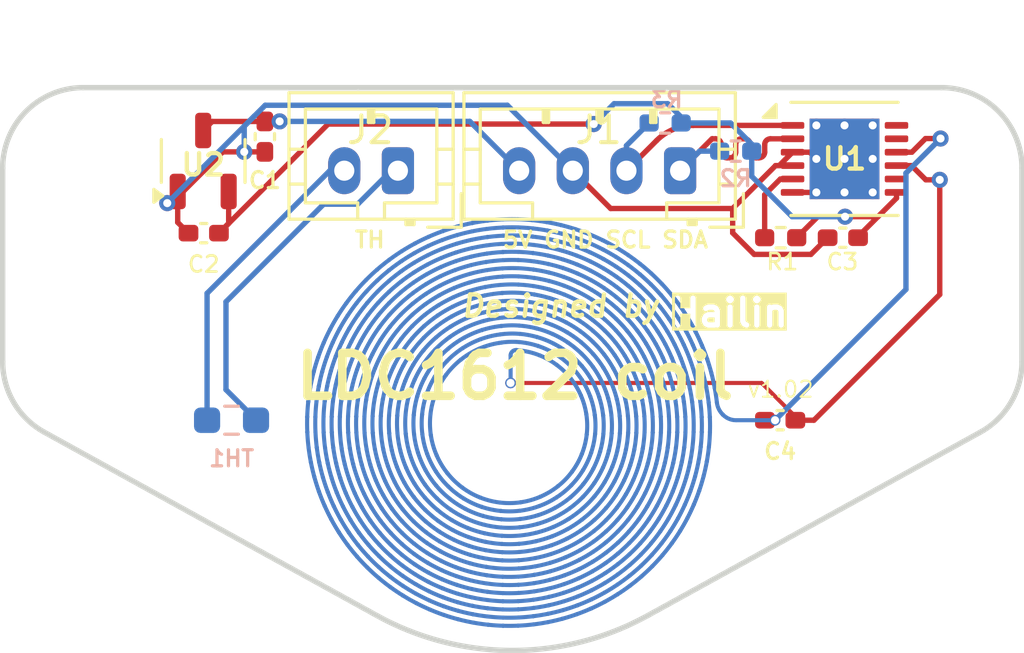
<source format=kicad_pcb>
(kicad_pcb (version 20241229) (generator "pcbnew") (generator_version "9.0")
  (layers (0 "F.Cu" signal) (2 "B.Cu" signal) (13 "F.Paste" user) (15 "B.Paste" user) (5 "F.SilkS" user "F.Silkscreen") (7 "B.SilkS" user "B.Silkscreen") (1 "F.Mask" user) (3 "B.Mask" user) (25 "Edge.Cuts" user))
  (net 0 "")
  (net 1 "GND")
  (net 2 "+5V")
  (net 3 "+3.3V")
  (net 4 "/IN0")
  (net 5 "/SDA")
  (net 6 "/SCL")
  (net 7 "TH_GND")
  (net 10 "Net-(U1-INTB)")
  (net 11 "/EDDY_TH")
  (footprint "Package_SON:WSON-12-1EP_4x4mm_P0.5mm_EP2.6x3mm_ThermalVias" (layer "F.Cu") (at 162.36 61.559999)
    (property "Reference" "U1")
    (property "Value" "LDC1612")
  )
  (footprint "Capacitor_SMD:C_0402_1005Metric_Pad0.74x0.62mm_HandSolder" (layer "F.Cu") (at 140.75 60.73 -90)
    (property "Reference" "C1")
    (property "Value" "1uF")
  )
  (footprint "Capacitor_SMD:C_0402_1005Metric_Pad0.74x0.62mm_HandSolder" (layer "F.Cu") (at 162.2975 64.5)
    (property "Reference" "C3")
    (property "Value" "0.1uF")
  )
  (footprint "Capacitor_SMD:C_0402_1005Metric_Pad0.74x0.62mm_HandSolder" (layer "F.Cu") (at 138.47 64.33 180)
    (property "Reference" "C2")
    (property "Value" "1uF")
  )
  (footprint "Package_TO_SOT_SMD:SOT-23-3" (layer "F.Cu") (at 138.45 61.6375 90)
    (property "Reference" "U2")
    (property "Value" "XC6206P332MR")
  )
  (footprint "Capacitor_SMD:C_0402_1005Metric_Pad0.74x0.62mm_HandSolder" (layer "F.Cu") (at 159.96 71.31 180)
    (property "Reference" "C4")
    (property "Value" "330pF")
  )
  (footprint "Connector_JST:JST_PH_B4B-PH-K_1x04_P2.00mm_Vertical" (layer "F.Cu") (at 156.23 62 180)
    (property "Reference" "J1")
    (property "Value" "Conn_01x04_Pin")
  )
  (footprint "Resistor_SMD:R_0402_1005Metric_Pad0.72x0.64mm_HandSolder" (layer "F.Cu") (at 159.98 64.5)
    (property "Reference" "R1")
    (property "Value" "10K")
  )
  (footprint "Connector_JST:JST_PH_B2B-PH-K_1x02_P2.00mm_Vertical" (layer "F.Cu") (at 145.71 62 180)
    (property "Reference" "J2")
    (property "Value" "Conn_01x02_Pin")
  )
  (footprint "Resistor_SMD:R_0402_1005Metric_Pad0.72x0.64mm_HandSolder" (layer "B.Cu") (at 158.3025 61.27)
    (property "Reference" "R2")
    (property "Value" "10K")
  )
  (footprint "Resistor_SMD:R_0603_1608Metric_Pad0.98x0.95mm_HandSolder" (layer "B.Cu") (at 139.5075 71.31)
    (property "Reference" "TH1")
    (property "Value" "Thermistor_NTC")
  )
  (footprint "Resistor_SMD:R_0402_1005Metric_Pad0.72x0.64mm_HandSolder" (layer "B.Cu") (at 155.6725 60.22)
    (property "Reference" "R3")
    (property "Value" "10K")
  )
  (gr_arc (start 165.975 58.9) (mid 168.09632 59.77868) (end 168.975 61.9) (stroke (width 0.2)) (layer "Edge.Cuts"))
  (gr_line (start 144.225 58.9) (end 155.725 58.9) (stroke (width 0.2)) (layer "Edge.Cuts"))
  (gr_arc (start 132.525696 71.755613) (mid 131.3916 70.654056) (end 130.975 69.12892) (stroke (width 0.2)) (layer "Edge.Cuts"))
  (gr_line (start 168.975 61.9) (end 168.975 69.1289) (stroke (width 0.2)) (layer "Edge.Cuts"))
  (gr_arc (start 130.975 61.9) (mid 131.85368 59.77868) (end 133.975 58.9) (stroke (width 0.2)) (layer "Edge.Cuts"))
  (gr_line (start 155.725 58.9) (end 165.975 58.9) (stroke (width 0.2)) (layer "Edge.Cuts"))
  (gr_line (start 133.975 58.9) (end 144.225 58.9) (stroke (width 0.2)) (layer "Edge.Cuts"))
  (gr_arc (start 168.975 69.1289) (mid 168.558393 70.654049) (end 167.41173 71.76255) (stroke (width 0.2)) (layer "Edge.Cuts"))
  (gr_arc (start 155.017574 78.601151) (mid 149.975 79.9) (end 144.932434 78.601155) (stroke (width 0.2)) (layer "Edge.Cuts"))
  (gr_line (start 144.932434 78.601155) (end 132.525696 71.755613) (stroke (width 0.2)) (layer "Edge.Cuts"))
  (gr_line (start 167.41173 71.76255) (end 155.017574 78.601151) (stroke (width 0.2)) (layer "Edge.Cuts"))
  (gr_line (start 130.975 69.12892) (end 130.975 61.9) (stroke (width 0.2)) (layer "Edge.Cuts"))
  (gr_text "v1.02" (at 158.7 70.51 0) (layer "F.SilkS") (effects (font (size 0.6 0.6) (thickness 0.075)) (justify left bottom)))
  (gr_text "Hailin" (at 155.77 67.89 0) (layer "F.SilkS" knockout) (effects (font (size 1 1) (thickness 0.2) (bold yes)) (justify left bottom)))
  (gr_text "Designed by" (at 148.01 67.52 0) (layer "F.SilkS") (effects (font (size 0.8 0.8) (thickness 0.16) (bold yes) (italic yes)) (justify left bottom)))
  (gr_text "TH" (at 144.04 64.93 0) (layer "F.SilkS") (effects (font (size 0.6 0.6) (thickness 0.12) (bold yes)) (justify left bottom)))
  (gr_text "5V GND SCL SDA" (at 149.55 64.93 0) (layer "F.SilkS") (effects (font (size 0.6 0.6) (thickness 0.12) (bold yes)) (justify left bottom)))
  (gr_text "LDC1612 coil" (at 141.75 70.61 0) (layer "F.SilkS") (effects (font (size 1.6 1.6) (thickness 0.32) (bold yes)) (justify left bottom)))
  (segment (start 158.69 62.91) (end 159.790001 61.809999) (width 0.2) (layer "F.Cu") (net 1))
  (segment (start 161.73 64.5) (end 161.109 65.121) (width 0.2) (layer "F.Cu") (net 1))
  (segment (start 137.500001 62.775) (end 137.500001 63.927501) (width 0.2) (layer "F.Cu") (net 1))
  (segment (start 140.75 61.2975) (end 139.98 61.2975) (width 0.2) (layer "F.Cu") (net 1))
  (segment (start 137.500001 62.819999) (end 137.11 63.21) (width 0.2) (layer "F.Cu") (net 1))
  (segment (start 160.4225 61.309999) (end 159.9225 61.809999) (width 0.2) (layer "F.Cu") (net 1))
  (segment (start 158.19 63.41) (end 158.69 62.91) (width 0.2) (layer "F.Cu") (net 1))
  (segment (start 161.109 65.121) (end 158.989614 65.121) (width 0.2) (layer "F.Cu") (net 1))
  (segment (start 160.4225 62.809999) (end 161.309999 62.809999) (width 0.2) (layer "F.Cu") (net 1))
  (segment (start 158.989614 65.121) (end 158.19 64.321386) (width 0.2) (layer "F.Cu") (net 1))
  (segment (start 158.19 64.321386) (end 158.19 63.41) (width 0.2) (layer "F.Cu") (net 1))
  (segment (start 139.98 61.2975) (end 139.1825 61.2975) (width 0.2) (layer "F.Cu") (net 1))
  (segment (start 159.9225 61.809999) (end 159.790001 61.809999) (width 0.2) (layer "F.Cu") (net 1))
  (segment (start 161.06 61.309999) (end 161.31 61.559999) (width 0.2) (layer "F.Cu") (net 1))
  (segment (start 160.4225 61.309999) (end 161.06 61.309999) (width 0.2) (layer "F.Cu") (net 1))
  (segment (start 137.500001 63.927501) (end 137.9025 64.33) (width 0.2) (layer "F.Cu") (net 1))
  (segment (start 153.64 63.41) (end 158.19 63.41) (width 0.2) (layer "F.Cu") (net 1))
  (segment (start 152.23 62) (end 153.64 63.41) (width 0.2) (layer "F.Cu") (net 1))
  (segment (start 137.705 62.775) (end 137.500001 62.775) (width 0.2) (layer "F.Cu") (net 1))
  (segment (start 137.500001 62.775) (end 137.500001 62.819999) (width 0.2) (layer "F.Cu") (net 1))
  (segment (start 159.790001 61.809999) (end 160.4225 61.809999) (width 0.2) (layer "F.Cu") (net 1))
  (segment (start 139.1825 61.2975) (end 137.705 62.775) (width 0.2) (layer "F.Cu") (net 1))
  (via (at 139.98 61.2975) (size 0.6) (drill 0.3) (layers "F.Cu" "B.Cu") (net 1))
  (via (at 137.11 63.21) (size 0.6) (drill 0.3) (layers "F.Cu" "B.Cu") (net 1))
  (segment (start 152.23 62) (end 149.789 59.559) (width 0.2) (layer "B.Cu") (net 1))
  (segment (start 149.789 59.559) (end 140.761 59.559) (width 0.2) (layer "B.Cu") (net 1))
  (segment (start 139.98 60.34) (end 140.355 59.965) (width 0.2) (layer "B.Cu") (net 1))
  (segment (start 140.761 59.559) (end 140.355 59.965) (width 0.2) (layer "B.Cu") (net 1))
  (segment (start 140.355 59.965) (end 137.11 63.21) (width 0.2) (layer "B.Cu") (net 1))
  (segment (start 139.98 61.2975) (end 139.98 60.34) (width 0.2) (layer "B.Cu") (net 1))
  (segment (start 140.75 60.1625) (end 138.7875 60.1625) (width 0.2) (layer "F.Cu") (net 2))
  (segment (start 138.7875 60.1625) (end 138.45 60.5) (width 0.2) (layer "F.Cu") (net 2))
  (segment (start 141.3 60.16) (end 140.7525 60.16) (width 0.2) (layer "F.Cu") (net 2))
  (segment (start 140.7525 60.16) (end 140.75 60.1625) (width 0.2) (layer "F.Cu") (net 2))
  (via (at 141.3 60.16) (size 0.6) (drill 0.3) (layers "F.Cu" "B.Cu") (net 2))
  (segment (start 148.39 60.16) (end 150.23 62) (width 0.2) (layer "B.Cu") (net 2))
  (segment (start 141.3 60.16) (end 148.39 60.16) (width 0.2) (layer "B.Cu") (net 2))
  (segment (start 162.865 64.456998) (end 163.605999 63.715999) (width 0.2) (layer "F.Cu") (net 3))
  (segment (start 164.2975 63.024499) (end 164.2975 62.809999) (width 0.2) (layer "F.Cu") (net 3))
  (segment (start 160.5775 64.5) (end 161.361501 63.715999) (width 0.2) (layer "F.Cu") (net 3))
  (segment (start 139.0375 64.33) (end 143.1075 60.26) (width 0.2) (layer "F.Cu") (net 3))
  (segment (start 139.399999 63.967501) (end 139.0375 64.33) (width 0.2) (layer "F.Cu") (net 3))
  (segment (start 161.361501 63.715999) (end 162.38 63.715999) (width 0.2) (layer "F.Cu") (net 3))
  (segment (start 163.605999 63.715999) (end 162.38 63.715999) (width 0.2) (layer "F.Cu") (net 3))
  (segment (start 162.865 64.5) (end 162.865 64.456998) (width 0.2) (layer "F.Cu") (net 3))
  (segment (start 139.399999 62.775) (end 139.399999 63.967501) (width 0.2) (layer "F.Cu") (net 3))
  (segment (start 143.1075 60.26) (end 153.01 60.26) (width 0.2) (layer "F.Cu") (net 3))
  (segment (start 163.605999 63.715999) (end 164.2975 63.024499) (width 0.2) (layer "F.Cu") (net 3))
  (via (at 162.38 63.715999) (size 0.6) (drill 0.3) (layers "F.Cu" "B.Cu") (net 3))
  (via (at 153.01 60.26) (size 0.6) (drill 0.3) (layers "F.Cu" "B.Cu") (net 3))
  (segment (start 156.27 60) (end 156.27 60.22) (width 0.2) (layer "B.Cu") (net 3))
  (segment (start 153.769 59.501) (end 155.771 59.501) (width 0.2) (layer "B.Cu") (net 3))
  (segment (start 156.27 60.22) (end 158.11 60.22) (width 0.2) (layer "B.Cu") (net 3))
  (segment (start 158.11 60.22) (end 158.9 61.01) (width 0.2) (layer "B.Cu") (net 3))
  (segment (start 155.771 59.501) (end 156.27 60) (width 0.2) (layer "B.Cu") (net 3))
  (segment (start 153.01 60.26) (end 153.769 59.501) (width 0.2) (layer "B.Cu") (net 3))
  (segment (start 158.9 62.21) (end 160.405999 63.715999) (width 0.2) (layer "B.Cu") (net 3))
  (segment (start 158.9 61.01) (end 158.9 61.27) (width 0.2) (layer "B.Cu") (net 3))
  (segment (start 160.405999 63.715999) (end 162.38 63.715999) (width 0.2) (layer "B.Cu") (net 3))
  (segment (start 158.9 61.27) (end 158.9 62.21) (width 0.2) (layer "B.Cu") (net 3))
  (segment (start 165.91 66.62) (end 165.91 62.34) (width 0.2) (layer "F.Cu") (net 4))
  (segment (start 164.859999 61.809999) (end 164.2975 61.809999) (width 0.2) (layer "F.Cu") (net 4))
  (segment (start 165.94 60.8) (end 165.38 60.8) (width 0.2) (layer "F.Cu") (net 4))
  (segment (start 159.53 71.1725) (end 159.3925 71.31) (width 0.2) (layer "F.Cu") (net 4))
  (segment (start 160.5275 71.31) (end 160.5275 71.1775) (width 0.2) (layer "F.Cu") (net 4))
  (segment (start 164.870001 61.309999) (end 164.2975 61.309999) (width 0.2) (layer "F.Cu") (net 4))
  (segment (start 160.5275 71.1775) (end 159.27 69.92) (width 0.152) (layer "F.Cu") (net 4))
  (segment (start 165.39 62.34) (end 164.859999 61.809999) (width 0.2) (layer "F.Cu") (net 4))
  (segment (start 160.5275 71.31) (end 161.22 71.31) (width 0.2) (layer "F.Cu") (net 4))
  (segment (start 159.77 71.31) (end 159.6325 71.1725) (width 0.2) (layer "F.Cu") (net 4))
  (segment (start 165.38 60.8) (end 164.870001 61.309999) (width 0.2) (layer "F.Cu") (net 4))
  (segment (start 159.6325 71.1725) (end 159.53 71.1725) (width 0.2) (layer "F.Cu") (net 4))
  (segment (start 159.27 69.92) (end 149.91 69.92) (width 0.152) (layer "F.Cu") (net 4))
  (segment (start 161.22 71.31) (end 165.91 66.62) (width 0.2) (layer "F.Cu") (net 4))
  (segment (start 165.91 62.34) (end 165.39 62.34) (width 0.2) (layer "F.Cu") (net 4))
  (via (at 159.77 71.31) (size 0.4) (drill 0.3) (layers "F.Cu" "B.Cu") (net 4))
  (via (at 165.91 62.34) (size 0.6) (drill 0.3) (layers "F.Cu" "B.Cu") (net 4))
  (via (at 165.94 60.8) (size 0.6) (drill 0.3) (layers "F.Cu" "B.Cu") (net 4))
  (via (at 149.91 69.92) (size 0.4) (drill 0.3) (layers "F.Cu" "B.Cu") (net 4))
  (segment (start 155.572767 76.343585) (end 155.572854 76.343481) (width 0.152) (layer "B.Cu") (net 4))
  (segment (start 156.58517 69.009496) (end 156.585118 69.009356) (width 0.152) (layer "B.Cu") (net 4))
  (segment (start 147.937914 78.100043) (end 147.938072 78.100089) (width 0.152) (layer "B.Cu") (net 4))
  (segment (start 145.38599 71.794916) (end 145.38603 71.795407) (width 0.152) (layer "B.Cu") (net 4))
  (segment (start 144.156682 71.169773) (end 144.156671 71.170038) (width 0.152) (layer "B.Cu") (net 4))
  (segment (start 152.993358 73.119366) (end 152.993785 73.118538) (width 0.152) (layer "B.Cu") (net 4))
  (segment (start 155.536405 75.905987) (end 155.536496 75.905869) (width 0.152) (layer "B.Cu") (net 4))
  (segment (start 151.332664 65.797987) (end 151.332437 65.797932) (width 0.152) (layer "B.Cu") (net 4))
  (segment (start 153.419437 67.963715) (end 153.419185 67.963468) (width 0.152) (layer "B.Cu") (net 4))
  (segment (start 144.039946 72.942102) (end 144.040004 72.942328) (width 0.152) (layer "B.Cu") (net 4))
  (segment (start 156.405851 74.465562) (end 156.405913 74.465426) (width 0.152) (layer "B.Cu") (net 4))
  (segment (start 151.530649 74.944852) (end 151.531312 74.944533) (width 0.152) (layer "B.Cu") (net 4))
  (segment (start 145.37595 65.718182) (end 145.375834 65.718276) (width 0.152) (layer "B.Cu") (net 4))
  (segment (start 156.145395 73.437165) (end 156.145449 73.436988) (width 0.152) (layer "B.Cu") (net 4))
  (segment (start 149.566498 68.414359) (end 149.509202 68.422809) (width 0.152) (layer "B.Cu") (net 4))
  (segment (start 153.850333 67.532756) (end 153.850144 67.53257) (width 0.152) (layer "B.Cu") (net 4))
  (segment (start 156.124354 71.758844) (end 156.124362 71.758638) (width 0.152) (layer "B.Cu") (net 4))
  (segment (start 155.13072 69.468133) (end 155.130623 69.467886) (width 0.152) (layer "B.Cu") (net 4))
  (segment (start 155.716835 74.493719) (end 155.716919 74.493555) (width 0.152) (layer "B.Cu") (net 4))
  (segment (start 155.79772 74.979078) (end 155.797804 74.978935) (width 0.152) (layer "B.Cu") (net 4))
  (segment (start 148.488578 63.951319) (end 148.488444 63.951345) (width 0.152) (layer "B.Cu") (net 4))
  (segment (start 154.670047 69.98883) (end 154.669939 69.988494) (width 0.152) (layer "B.Cu") (net 4))
  (segment (start 156.544874 67.535751) (end 156.54481 67.535645) (width 0.152) (layer "B.Cu") (net 4))
  (segment (start 146.837025 76.990854) (end 146.837205 76.990953) (width 0.152) (layer "B.Cu") (net 4))
  (segment (start 145.817456 67.81272) (end 145.817255 67.812948) (width 0.152) (layer "B.Cu") (net 4))
  (segment (start 149.597232 67.482793) (end 149.562372 67.486266) (width 0.152) (layer "B.Cu") (net 4))
  (segment (start 145.94744 73.635706) (end 145.94768 73.636136) (width 0.152) (layer "B.Cu") (net 4))
  (segment (start 157.304836 72.304606) (end 157.30485 72.304471) (width 0.152) (layer "B.Cu") (net 4))
  (segment (start 146.242693 67.802539) (end 146.242445 67.80279) (width 0.152) (layer "B.Cu") (net 4))
  (segment (start 144.335394 69.977274) (end 144.335328 69.977532) (width 0.152) (layer "B.Cu") (net 4))
  (segment (start 146.823053 65.153988) (end 146.822904 65.154061) (width 0.152) (layer "B.Cu") (net 4))
  (segment (start 147.550939 73.281704) (end 147.551967 73.283) (width 0.152) (layer "B.Cu") (net 4))
  (segment (start 152.567907 69.803024) (end 152.567245 69.802005) (width 0.152) (layer "B.Cu") (net 4))
  (segment (start 144.134909 66.500333) (end 144.134822 66.500436) (width 0.152) (layer "B.Cu") (net 4))
  (segment (start 151.941969 76.761671) (end 151.942216 76.761573) (width 0.152) (layer "B.Cu") (net 4))
  (segment (start 143.728261 68.910257) (end 143.728191 68.910428) (width 0.152) (layer "B.Cu") (net 4))
  (segment (start 145.374447 66.114596) (end 145.374321 66.114703) (width 0.152) (layer "B.Cu") (net 4))
  (segment (start 147.341638 76.904539) (end 147.341849 76.904637) (width 0.152) (layer "B.Cu") (net 4))
  (segment (start 157.831979 71.108951) (end 157.818112 71.095084) (width 0.152) (layer "B.Cu") (net 4))
  (segment (start 149.637909 63.815459) (end 149.624888 63.816029) (width 0.152) (layer "B.Cu") (net 4))
  (segment (start 152.481521 76.51593) (end 152.481756 76.515808) (width 0.152) (layer "B.Cu") (net 4))
  (segment (start 155.491215 75.455509) (end 155.49131 75.455373) (width 0.152) (layer "B.Cu") (net 4))
  (segment (start 146.854124 77.344279) (end 146.854288 77.344362) (width 0.152) (layer "B.Cu") (net 4))
  (segment (start 142.937337 71.182966) (end 142.937332 71.183131) (width 0.152) (layer "B.Cu") (net 4))
  (segment (start 146.338354 76.687327) (end 146.338525 76.687442) (width 0.152) (layer "B.Cu") (net 4))
  (segment (start 144.980155 69.934675) (end 144.980054 69.935013) (width 0.152) (layer "B.Cu") (net 4))
  (segment (start 144.767312 71.160161) (end 144.767295 71.160514) (width 0.152) (layer "B.Cu") (net 4))
  (segment (start 151.906289 77.42375) (end 151.906484 77.423682) (width 0.152) (layer "B.Cu") (net 4))
  (segment (start 144.325723 68.360177) (end 144.325623 68.360358) (width 0.152) (layer "B.Cu") (net 4))
  (segment (start 145.460445 75.075644) (end 145.460614 75.075849) (width 0.152) (layer "B.Cu") (net 4))
  (segment (start 155.388748 67.982154) (end 155.388648 67.981999) (width 0.152) (layer "B.Cu") (net 4))
  (segment (start 149.620552 77.760287) (end 149.620758 77.760294) (width 0.152) (layer "B.Cu") (net 4))
  (segment (start 150.769023 65.690691) (end 150.768793 65.690659) (width 0.152) (layer "B.Cu") (net 4))
  (segment (start 156.383657 72.32368) (end 156.383679 72.323497) (width 0.152) (layer "B.Cu") (net 4))
  (segment (start 143.427454 74.001455) (end 143.427515 74.001609) (width 0.152) (layer "B.Cu") (net 4))
  (segment (start 156.811832 68.01746) (end 156.811776 68.017349) (width 0.152) (layer "B.Cu") (net 4))
  (segment (start 154.007423 69.944026) (end 154.007245 69.943565) (width 0.152) (layer "B.Cu") (net 4))
  (segment (start 152.911898 66.084791) (end 152.911717 66.084692) (width 0.152) (layer "B.Cu") (net 4))
  (segment (start 146.351645 77.059029) (end 146.3518 77.059127) (width 0.152) (layer "B.Cu") (net 4))
  (segment (start 143.072122 70.037368) (end 143.07209 70.03753) (width 0.152) (layer "B.Cu") (net 4))
  (segment (start 144.161722 71.772694) (end 144.161738 71.772959) (width 0.152) (layer "B.Cu") (net 4))
  (segment (start 144.64189 75.514822) (end 144.642003 75.514967) (width 0.152) (layer "B.Cu") (net 4))
  (segment (start 148.740172 68.641734) (end 148.738655 68.64239) (width 0.152) (layer "B.Cu") (net 4))
  (segment (start 151.88352 65.960147) (end 151.8833 65.960071) (width 0.152) (layer "B.Cu") (net 4))
  (segment (start 146.611932 71.099126) (end 146.611813 71.100335) (width 0.152) (layer "B.Cu") (net 4))
  (segment (start 147.295195 65.939717) (end 147.294985 65.939818) (width 0.152) (layer "B.Cu") (net 4))
  (segment (start 146.341937 64.717594) (end 146.341819 64.717658) (width 0.152) (layer "B.Cu") (net 4))
  (segment (start 148.937529 75.526702) (end 148.938111 75.526834) (width 0.152) (layer "B.Cu") (net 4))
  (segment (start 154.928666 74.02807) (end 154.928784 74.027832) (width 0.152) (layer "B.Cu") (net 4))
  (segment (start 145.149651 70.524116) (end 145.149574 70.524522) (width 0.152) (layer "B.Cu") (net 4))
  (segment (start 155.549094 66.222707) (end 155.54901 66.222617) (width 0.152) (layer "B.Cu") (net 4))
  (segment (start 156.895596 70.082333) (end 156.895565 70.082186) (width 0.152) (layer "B.Cu") (net 4))
  (segment (start 146.805593 65.505093) (end 146.805431 65.50518) (width 0.152) (layer "B.Cu") (net 4))
  (segment (start 146.768022 66.226857) (end 146.767822 66.226978) (width 0.152) (layer "B.Cu") (net 4))
  (segment (start 155.463035 69.485217) (end 155.462955 69.484998) (width 0.152) (layer "B.Cu") (net 4))
  (segment (start 146.885547 78.034911) (end 146.885682 78.034973) (width 0.152) (layer "B.Cu") (net 4))
  (segment (start 155.434898 74.990462) (end 155.434995 74.990306) (width 0.152) (layer "B.Cu") (net 4))
  (segment (start 148.269306 67.506344) (end 148.268757 67.506578) (width 0.152) (layer "B.Cu") (net 4))
  (segment (start 148.273715 74.982662) (end 148.274386 74.982965) (width 0.152) (layer "B.Cu") (net 4))
  (segment (start 155.821245 73.452387) (end 155.82131 73.452191) (width 0.152) (layer "B.Cu") (net 4))
  (segment (start 154.524396 72.389291) (end 154.524473 72.388884) (width 0.152) (layer "B.Cu") (net 4))
  (segment (start 153.466482 74.589494) (end 153.466752 74.58918) (width 0.152) (layer "B.Cu") (net 4))
  (segment (start 149.630433 78.978794) (end 149.630568 78.978799) (width 0.152) (layer "B.Cu") (net 4))
  (segment (start 147.63159 68.214945) (end 147.630992 68.215375) (width 0.152) (layer "B.Cu") (net 4))
  (segment (start 152.991972 76.215401) (end 152.992193 76.215256) (width 0.152) (layer "B.Cu") (net 4))
  (segment (start 153.892191 75.029152) (end 153.892391 75.028923) (width 0.152) (layer "B.Cu") (net 4))
  (segment (start 149.049312 78.01903) (end 149.049494 78.019052) (width 0.152) (layer "B.Cu") (net 4))
  (segment (start 155.321619 68.458146) (end 155.321518 68.457967) (width 0.152) (layer "B.Cu") (net 4))
  (segment (start 144.656232 69.957351) (end 144.656151 69.957645) (width 0.152) (layer "B.Cu") (net 4))
  (segment (start 148.372938 76.003027) (end 148.373332 76.003157) (width 0.152) (layer "B.Cu") (net 4))
  (segment (start 155.340792 72.926436) (end 155.340859 72.92618) (width 0.152) (layer "B.Cu") (net 4))
  (segment (start 152.898565 65.733416) (end 152.8984 65.733332) (width 0.152) (layer "B.Cu") (net 4))
  (segment (start 148.107531 73.820993) (end 148.108858 73.821977) (width 0.152) (layer "B.Cu") (net 4))
  (segment (start 144.935623 65.689433) (end 144.935521 65.689523) (width 0.152) (layer "B.Cu") (net 4))
  (segment (start 147.964139 78.738529) (end 147.96427 78.738563) (width 0.152) (layer "B.Cu") (net 4))
  (segment (start 145.869486 76.338833) (end 145.869646 76.338964) (width 0.152) (layer "B.Cu") (net 4))
  (segment (start 146.689545 67.797359) (end 146.689237 67.797636) (width 0.152) (layer "B.Cu") (net 4))
  (segment (start 155.110528 75.461043) (end 155.110639 75.460895) (width 0.152) (layer "B.Cu") (net 4))
  (segment (start 150.983241 68.886015) (end 150.981703 68.885409) (width 0.152) (layer "B.Cu") (net 4))
  (segment (start 154.29609 66.294637) (end 154.295963 66.294531) (width 0.152) (layer "B.Cu") (net 4))
  (segment (start 146.743405 75.083595) (end 146.743719 75.083865) (width 0.152) (layer "B.Cu") (net 4))
  (segment (start 156.913646 69.02138) (end 156.9136 69.021253) (width 0.152) (layer "B.Cu") (net 4))
  (segment (start 155.816559 67.52589) (end 155.816475 67.525766) (width 0.152) (layer "B.Cu") (net 4))
  (segment (start 150.764319 78.314654) (end 150.764483 78.314633) (width 0.152) (layer "B.Cu") (net 4))
  (segment (start 145.433064 77.53932) (end 145.433173 77.539399) (width 0.152) (layer "B.Cu") (net 4))
  (segment (start 148.878532 67.615346) (end 148.877822 67.615545) (width 0.152) (layer "B.Cu") (net 4))
  (segment (start 151.465368 75.638544) (end 151.465828 75.638367) (width 0.152) (layer "B.Cu") (net 4))
  (segment (start 145.379483 65.330851) (end 145.379374 65.330931) (width 0.152) (layer "B.Cu") (net 4))
  (segment (start 154.635964 67.96767) (end 154.635824 67.967484) (width 0.152) (layer "B.Cu") (net 4))
  (segment (start 146.001521 71.8132) (end 146.001594 71.813932) (width 0.152) (layer "B.Cu") (net 4))
  (segment (start 153.670441 71.142995) (end 153.670367 71.142262) (width 0.152) (layer "B.Cu") (net 4))
  (segment (start 143.857595 69.442357) (end 143.85753 69.442553) (width 0.152) (layer "B.Cu") (net 4))
  (segment (start 150.905085 75.181389) (end 150.905794 75.18119) (width 0.152) (layer "B.Cu") (net 4))
  (segment (start 147.791821 75.769118) (end 147.792194 75.769297) (width 0.152) (layer "B.Cu") (net 4))
  (segment (start 148.971061 66.339239) (end 148.970715 66.339306) (width 0.152) (layer "B.Cu") (net 4))
  (segment (start 156.944324 73.932495) (end 156.944367 73.932366) (width 0.152) (layer "B.Cu") (net 4))
  (segment (start 145.831791 68.275102) (end 145.831576 68.275382) (width 0.152) (layer "B.Cu") (net 4))
  (segment (start 144.537348 66.503672) (end 144.537248 66.503783) (width 0.152) (layer "B.Cu") (net 4))
  (segment (start 155.954251 73.974628) (end 155.95432 73.974457) (width 0.152) (layer "B.Cu") (net 4))
  (segment (start 153.851289 65.953487) (end 153.851154 65.953392) (width 0.152) (layer "B.Cu") (net 4))
  (segment (start 152.568154 75.020913) (end 152.568545 75.020613) (width 0.152) (layer "B.Cu") (net 4))
  (segment (start 147.425323 78.576103) (end 147.425451 78.576146) (width 0.152) (layer "B.Cu") (net 4))
  (segment (start 143.831862 75.95832) (end 143.831944 75.958429) (width 0.152) (layer "B.Cu") (net 4))
  (segment (start 156.761418 69.539672) (end 156.761377 69.539529) (width 0.152) (layer "B.Cu") (net 4))
  (segment (start 156.602047 72.874464) (end 156.602079 72.874302) (width 0.152) (layer "B.Cu") (net 4))
  (segment (start 148.477791 64.263859) (end 148.477645 64.26389) (width 0.152) (layer "B.Cu") (net 4))
  (segment (start 143.279024 68.413847) (end 143.278963 68.413984) (width 0.152) (layer "B.Cu") (net 4))
  (segment (start 143.560691 73.473774) (end 143.560748 73.473949) (width 0.152) (layer "B.Cu") (net 4))
  (segment (start 151.281247 64.232068) (end 151.281113 64.232044) (width 0.152) (layer "B.Cu") (net 4))
  (segment (start 145.43447 75.948287) (end 145.434617 75.948432) (width 0.152) (layer "B.Cu") (net 4))
  (segment (start 153.409895 78.091112) (end 153.410013 78.091048) (width 0.152) (layer "B.Cu") (net 4))
  (segment (start 151.923258 77.094601) (end 151.923477 77.094521) (width 0.152) (layer "B.Cu") (net 4))
  (segment (start 153.978435 71.151715) (end 153.978382 71.151121) (width 0.152) (layer "B.Cu") (net 4))
  (segment (start 156.98683 70.634142) (end 156.986811 70.633995) (width 0.152) (layer "B.Cu") (net 4))
  (segment (start 155.494225 73.469188) (end 155.494302 73.468968) (width 0.152) (layer "B.Cu") (net 4))
  (segment (start 143.316893 74.511528) (end 143.316956 74.511662) (width 0.152) (layer "B.Cu") (net 4))
  (segment (start 142.981019 70.607544) (end 142.980999 70.607708) (width 0.152) (layer "B.Cu") (net 4))
  (segment (start 142.778246 72.890296) (end 142.778277 72.890442) (width 0.152) (layer "B.Cu") (net 4))
  (segment (start 145.233138 73.576822) (end 145.233285 73.577142) (width 0.152) (layer "B.Cu") (net 4))
  (segment (start 147.744675 67.07734) (end 147.744306 67.077526) (width 0.152) (layer "B.Cu") (net 4))
  (segment (start 154.26107 74.557939) (end 154.261245 74.557689) (width 0.152) (layer "B.Cu") (net 4))
  (segment (start 145.073036 71.154168) (end 145.073013 71.154581) (width 0.152) (layer "B.Cu") (net 4))
  (segment (start 152.736219 71.100439) (end 152.735976 71.098804) (width 0.152) (layer "B.Cu") (net 4))
  (segment (start 152.619964 73.694959) (end 152.620545 73.694232) (width 0.152) (layer "B.Cu") (net 4))
  (segment (start 145.993204 71.128331) (end 145.993149 71.129065) (width 0.152) (layer "B.Cu") (net 4))
  (segment (start 146.271919 66.564026) (end 146.271734 66.564166) (width 0.152) (layer "B.Cu") (net 4))
  (segment (start 144.207993 67.399241) (end 144.207898 67.399375) (width 0.152) (layer "B.Cu") (net 4))
  (segment (start 146.325429 76.306429) (end 146.325618 76.306567) (width 0.152) (layer "B.Cu") (net 4))
  (segment (start 153.418495 67.547291) (end 153.418266 67.54709) (width 0.152) (layer "B.Cu") (net 4))
  (segment (start 145.839222 65.376914) (end 145.839098 65.376997) (width 0.152) (layer "B.Cu") (net 4))
  (segment (start 144.525089 70.556173) (end 144.52504 70.556472) (width 0.152) (layer "B.Cu") (net 4))
  (segment (start 148.227883 74.620156) (end 148.22871 74.620583) (width 0.152) (layer "B.Cu") (net 4))
  (segment (start 150.194178 78.670488) (end 150.194327 78.670482) (width 0.152) (layer "B.Cu") (net 4))
  (segment (start 147.502131 69.621756) (end 147.501145 69.623083) (width 0.152) (layer "B.Cu") (net 4))
  (segment (start 153.431116 77.378499) (end 153.431257 77.378414) (width 0.152) (layer "B.Cu") (net 4))
  (segment (start 149.584487 75.621569) (end 149.585082 75.621609) (width 0.152) (layer "B.Cu") (net 4))
  (segment (start 153.413861 67.146535) (end 153.413653 67.14637) (width 0.152) (layer "B.Cu") (net 4))
  (segment (start 146.839581 64.808022) (end 146.839446 64.808086) (width 0.152) (layer "B.Cu") (net 4))
  (segment (start 146.294283 74.643353) (end 146.294559 74.643661) (width 0.152) (layer "B.Cu") (net 4))
  (segment (start 151.900511 66.290066) (end 151.900262 66.289973) (width 0.152) (layer "B.Cu") (net 4))
  (segment (start 155.316424 70.023365) (end 155.316354 70.02311) (width 0.152) (layer "B.Cu") (net 4))
  (segment (start 144.773117 71.782131) (end 144.773141 71.782483) (width 0.152) (layer "B.Cu") (net 4))
  (segment (start 144.985663 67.381081) (end 144.985531 67.381241) (width 0.152) (layer "B.Cu") (net 4))
  (segment (start 154.505882 70.557811) (end 154.505797 70.557406) (width 0.152) (layer "B.Cu") (net 4))
  (segment (start 150.810996 76.767026) (end 150.811295 76.766972) (width 0.152) (layer "B.Cu") (net 4))
  (segment (start 155.868732 67.074874) (end 155.868651 67.074766) (width 0.152) (layer "B.Cu") (net 4))
  (segment (start 143.464638 67.420647) (end 143.464567 67.420762) (width 0.152) (layer "B.Cu") (net 4))
  (segment (start 145.079315 71.788003) (end 145.079346 71.788417) (width 0.152) (layer "B.Cu") (net 4))
  (segment (start 156.998123 72.310342) (end 156.99814 72.310194) (width 0.152) (layer "B.Cu") (net 4))
  (segment (start 144.448242 74.055253) (end 144.448343 74.055462) (width 0.152) (layer "B.Cu") (net 4))
  (segment (start 153.784403 73.586597) (end 153.784635 73.586162) (width 0.152) (layer "B.Cu") (net 4))
  (segment (start 145.007908 72.999305) (end 145.008016 72.999641) (width 0.152) (layer "B.Cu") (net 4))
  (segment (start 151.919382 66.624207) (end 151.919099 66.624093) (width 0.152) (layer "B.Cu") (net 4))
  (segment (start 149.04092 77.711047) (end 149.041124 77.711073) (width 0.152) (layer "B.Cu") (net 4))
  (segment (start 156.914187 72.864515) (end 156.914215 72.864368) (width 0.152) (layer "B.Cu") (net 4))
  (segment (start 148.91048 75.205576) (end 148.911192 75.205757) (width 0.152) (layer "B.Cu") (net 4))
  (segment (start 155.485804 67.07709) (end 155.485711 67.076974) (width 0.152) (layer "B.Cu") (net 4))
  (segment (start 145.811662 67.37157) (end 145.811476 67.371758) (width 0.152) (layer "B.Cu") (net 4))
  (segment (start 151.362532 66.435073) (end 151.362239 66.434991) (width 0.152) (layer "B.Cu") (net 4))
  (segment (start 146.311033 71.825636) (end 146.311136 71.826561) (width 0.152) (layer "B.Cu") (net 4))
  (segment (start 145.015503 67.840306) (end 145.015365 67.840494) (width 0.152) (layer "B.Cu") (net 4))
  (segment (start 144.305986 75.042434) (end 144.306086 75.042589) (width 0.152) (layer "B.Cu") (net 4))
  (segment (start 145.891837 77.487071) (end 145.891961 77.487153) (width 0.152) (layer "B.Cu") (net 4))
  (segment (start 152.051893 68.415205) (end 152.051284 68.414791) (width 0.152) (layer "B.Cu") (net 4))
  (segment (start 143.532584 69.460168) (end 143.532531 69.460344) (width 0.152) (layer "B.Cu") (net 4))
  (segment (start 144.259835 67.870943) (end 144.259738 67.871099) (width 0.152) (layer "B.Cu") (net 4))
  (segment (start 152.399691 78.216512) (end 152.399831 78.21646) (width 0.152) (layer "B.Cu") (net 4))
  (segment (start 154.189847 70.541033) (end 154.189737 70.540552) (width 0.152) (layer "B.Cu") (net 4))
  (segment (start 152.386606 78.545426) (end 152.386733 78.545381) (width 0.152) (layer "B.Cu") (net 4))
  (segment (start 147.848403 65.705452) (end 147.848184 65.705533) (width 0.152) (layer "B.Cu") (net 4))
  (segment (start 143.536058 67.901048) (end 143.535986 67.901178) (width 0.152) (layer "B.Cu") (net 4))
  (segment (start 143.242009 71.180214) (end 143.242003 71.180399) (width 0.152) (layer "B.Cu") (net 4))
  (segment (start 147.951605 78.420145) (end 147.951749 78.420184) (width 0.152) (layer "B.Cu") (net 4))
  (segment (start 144.012347 74.542249) (end 144.012433 74.542412) (width 0.152) (layer "B.Cu") (net 4))
  (segment (start 147.353844 64.916807) (end 147.35369 64.916869) (width 0.152) (layer "B.Cu") (net 4))
  (segment (start 156.287321 73.959478) (end 156.28738 73.959324) (width 0.152) (layer "B.Cu") (net 4))
  (segment (start 146.249239 67.373307) (end 146.249015 67.373512) (width 0.152) (layer "B.Cu") (net 4))
  (segment (start 147.673194 67.818502) (end 147.672689 67.81882) (width 0.152) (layer "B.Cu") (net 4))
  (segment (start 147.085911 69.152074) (end 147.08533 69.152802) (width 0.152) (layer "B.Cu") (net 4))
  (segment (start 153.837794 74.095278) (end 153.83802 74.094931) (width 0.152) (layer "B.Cu") (net 4))
  (segment (start 151.863844 78.394604) (end 151.863987 78.394562) (width 0.152) (layer "B.Cu") (net 4))
  (segment (start 148.781897 74.19621) (end 148.783434 74.196818) (width 0.152) (layer "B.Cu") (net 4))
  (segment (start 150.258128 74.996599) (end 150.259054 74.996495) (width 0.152) (layer "B.Cu") (net 4))
  (segment (start 153.908504 76.680774) (end 153.90865 76.680661) (width 0.152) (layer "B.Cu") (net 4))
  (segment (start 148.999772 65.714834) (end 148.99951 65.714877) (width 0.152) (layer "B.Cu") (net 4))
  (segment (start 144.682189 72.977851) (end 144.682276 72.978142) (width 0.152) (layer "B.Cu") (net 4))
  (segment (start 149.063634 78.633634) (end 149.063782 78.63365) (width 0.152) (layer "B.Cu") (net 4))
  (segment (start 153.042157 74.145807) (end 153.042539 74.145348) (width 0.152) (layer "B.Cu") (net 4))
  (segment (start 142.685147 72.326707) (end 142.685166 72.326854) (width 0.152) (layer "B.Cu") (net 4))
  (segment (start 148.453255 77.292277) (end 148.453481 77.292331) (width 0.152) (layer "B.Cu") (net 4))
  (segment (start 152.523014 75.791972) (end 152.523314 75.791786) (width 0.152) (layer "B.Cu") (net 4))
  (segment (start 144.573607 76.8092) (end 144.573703 76.809294) (width 0.152) (layer "B.Cu") (net 4))
  (segment (start 144.995127 76.789787) (end 144.995237 76.789888) (width 0.152) (layer "B.Cu") (net 4))
  (segment (start 152.070438 74.995293) (end 152.070942 74.994975) (width 0.152) (layer "B.Cu") (net 4))
  (segment (start 144.758893 68.846015) (end 144.758775 68.846253) (width 0.152) (layer "B.Cu") (net 4))
  (segment (start 155.617348 73.991032) (end 155.617429 73.990842) (width 0.152) (layer "B.Cu") (net 4))
  (segment (start 156.229557 75.441538) (end 156.229628 75.441423) (width 0.152) (layer "B.Cu") (net 4))
  (segment (start 153.361235 71.132188) (end 153.36113 71.131262) (width 0.152) (layer "B.Cu") (net 4))
  (segment (start 152.748453 71.845837) (end 152.748642 71.844195) (width 0.152) (layer "B.Cu") (net 4))
  (segment (start 155.146209 75.905261) (end 155.146315 75.905135) (width 0.152) (layer "B.Cu") (net 4))
  (segment (start 156.075761 72.331494) (end 156.075788 72.33129) (width 0.152) (layer "B.Cu") (net 4))
  (segment (start 147.272374 66.29182) (end 147.272139 66.291942) (width 0.152) (layer "B.Cu") (net 4))
  (segment (start 155.458135 72.350149) (end 155.458174 72.349886) (width 0.152) (layer "B.Cu") (net 4))
  (segment (start 145.064902 75.065764) (end 145.065042 75.06595) (width 0.152) (layer "B.Cu") (net 4))
  (segment (start 145.865141 75.517574) (end 145.86533 75.51776) (width 0.152) (layer "B.Cu") (net 4))
  (segment (start 144.229701 72.371258) (end 144.229744 72.37152) (width 0.152) (layer "B.Cu") (net 4))
  (segment (start 143.887169 73.49051) (end 143.887236 73.490705) (width 0.152) (layer "B.Cu") (net 4))
  (segment (start 150.824397 76.454521) (end 150.824744 76.454453) (width 0.152) (layer "B.Cu") (net 4))
  (segment (start 147.868267 65.375281) (end 147.868071 65.375348) (width 0.152) (layer "B.Cu") (net 4))
  (segment (start 144.368538 74.558736) (end 144.36864 74.558916) (width 0.152) (layer "B.Cu") (net 4))
  (segment (start 155.753172 67.990656) (end 155.753087 67.990515) (width 0.152) (layer "B.Cu") (net 4))
  (segment (start 145.437964 68.297238) (end 145.437791 68.297488) (width 0.152) (layer "B.Cu") (net 4))
  (segment (start 154.63819 74.541268) (end 154.638332 74.541044) (width 0.152) (layer "B.Cu") (net 4))
  (segment (start 146.259496 66.961558) (end 146.259291 66.961726) (width 0.152) (layer "B.Cu") (net 4))
  (segment (start 152.925716 66.442649) (end 152.925515 66.442531) (width 0.152) (layer "B.Cu") (net 4))
  (segment (start 150.830633 67.247032) (end 150.83015 67.246933) (width 0.152) (layer "B.Cu") (net 4))
  (segment (start 154.266264 67.52464) (end 154.266106 67.524469) (width 0.152) (layer "B.Cu") (net 4))
  (segment (start 146.323008 73.670121) (end 146.323325 73.670625) (width 0.152) (layer "B.Cu") (net 4))
  (segment (start 152.990693 68.841929) (end 152.9903 68.84148) (width 0.152) (layer "B.Cu") (net 4))
  (segment (start 146.761792 75.491394) (end 146.762072 75.491609) (width 0.152) (layer "B.Cu") (net 4))
  (segment (start 146.37806 77.780586) (end 146.378191 77.780658) (width 0.152) (layer "B.Cu") (net 4))
  (segment (start 146.855192 64.466418) (end 146.855068 64.466472) (width 0.152) (layer "B.Cu") (net 4))
  (segment (start 144.359763 72.958919) (end 144.359834 72.959174) (width 0.152) (layer "B.Cu") (net 4))
  (segment (start 142.975933 74.49734) (end 142.975988 74.497463) (width 0.152) (layer "B.Cu") (net 4))
  (segment (start 145.429901 77.156138) (end 145.430018 77.156229) (width 0.152) (layer "B.Cu") (net 4))
  (segment (start 152.919639 77.997043) (end 152.919774 77.996979) (width 0.152) (layer "B.Cu") (net 4))
  (segment (start 145.409493 67.825752) (end 145.409328 67.82596) (width 0.152) (layer "B.Cu") (net 4))
  (segment (start 151.298786 64.855173) (end 151.298624 64.855141) (width 0.152) (layer "B.Cu") (net 4))
  (segment (start 146.369433 73.122741) (end 146.369752 73.123403) (width 0.152) (layer "B.Cu") (net 4))
  (segment (start 154.711442 66.671577) (end 154.711324 66.67146) (width 0.152) (layer "B.Cu") (net 4))
  (segment (start 154.765018 76.32523) (end 154.765135 76.325113) (width 0.152) (layer "B.Cu") (net 4))
  (segment (start 147.395821 77.918157) (end 147.395976 77.918216) (width 0.152) (layer "B.Cu") (net 4))
  (segment (start 153.021149 75.441082) (end 153.021425 75.440861) (width 0.152) (layer "B.Cu") (net 4))
  (segment (start 151.308915 65.168157) (end 151.308734 65.168118) (width 0.152) (layer "B.Cu") (net 4))
  (segment (start 151.80959 64.034728) (end 151.809471 64.034699) (width 0.152) (layer "B.Cu") (net 4))
  (segment (start 145.815438 66.538753) (end 145.81528 66.538887) (width 0.152) (layer "B.Cu") (net 4))
  (segment (start 155.51454 71.765279) (end 155.514552 71.765014) (width 0.152) (layer "B.Cu") (net 4))
  (segment (start 146.665424 68.698778) (end 146.665042 68.699236) (width 0.152) (layer "B.Cu") (net 4))
  (segment (start 154.697798 72.963184) (end 154.6979 72.962846) (width 0.152) (layer "B.Cu") (net 4))
  (segment (start 150.222948 76.227912) (end 150.223361 76.22788) (width 0.152) (layer "B.Cu") (net 4))
  (segment (start 152.385476 65.498799) (end 152.385305 65.49873) (width 0.152) (layer "B.Cu") (net 4))
  (segment (start 150.237131 75.614062) (end 150.237726 75.614009) (width 0.152) (layer "B.Cu") (net 4))
  (segment (start 151.819356 64.351186) (end 151.819224 64.351152) (width 0.152) (layer "B.Cu") (net 4))
  (segment (start 143.609905 72.350416) (end 143.609935 72.35062) (width 0.152) (layer "B.Cu") (net 4))
  (segment (start 149.62601 78.369694) (end 149.626174 78.3697) (width 0.152) (layer "B.Cu") (net 4))
  (segment (start 147.370547 64.583989) (end 147.370406 64.584041) (width 0.152) (layer "B.Cu") (net 4))
  (segment (start 153.420498 77.73759) (end 153.420627 77.737518) (width 0.152) (layer "B.Cu") (net 4))
  (segment (start 149.021998 65.094809) (end 149.021793 65.094839) (width 0.152) (layer "B.Cu") (net 4))
  (segment (start 153.855249 67.12031) (end 153.855074 67.120154) (width 0.152) (layer "B.Cu") (net 4))
  (segment (start 150.873137 67.883683) (end 150.872423 67.883502) (width 0.152) (layer "B.Cu") (net 4))
  (segment (start 145.444054 75.520311) (end 145.444212 75.520482) (width 0.152) (layer "B.Cu") (net 4))
  (segment (start 144.590225 76.390243) (end 144.590327 76.390352) (width 0.152) (layer "B.Cu") (net 4))
  (segment (start 152.882757 70.432421) (end 152.882338 70.431281) (width 0.152) (layer "B.Cu") (net 4))
  (segment (start 148.994908 76.471677) (end 148.995255 76.471737) (width 0.152) (layer "B.Cu") (net 4))
  (segment (start 145.865604 75.935176) (end 145.865778 75.935331) (width 0.152) (layer "B.Cu") (net 4))
  (segment (start 146.431478 70.415388) (end 146.431219 70.416283) (width 0.152) (layer "B.Cu") (net 4))
  (segment (start 149.039703 64.477638) (end 149.039539 64.47766) (width 0.152) (layer "B.Cu") (net 4))
  (segment (start 144.18564 69.422664) (end 144.185563 69.422884) (width 0.152) (layer "B.Cu") (net 4))
  (segment (start 143.596664 70.590525) (end 143.596638 70.59073) (width 0.152) (layer "B.Cu") (net 4))
  (segment (start 147.902721 64.724164) (end 147.902563 64.724211) (width 0.152) (layer "B.Cu") (net 4))
  (segment (start 143.236847 73.458514) (end 143.236895 73.458672) (width 0.152) (layer "B.Cu") (net 4))
  (segment (start 156.063679 74.479255) (end 156.06375 74.479105) (width 0.152) (layer "B.Cu") (net 4))
  (segment (start 156.371134 70.621152) (end 156.371109 70.620969) (width 0.152) (layer "B.Cu") (net 4))
  (segment (start 153.35395 73.077191) (end 153.354252 73.07652) (width 0.152) (layer "B.Cu") (net 4))
  (segment (start 144.632943 67.855544) (end 144.632828 67.855715) (width 0.152) (layer "B.Cu") (net 4))
  (segment (start 152.947094 77.303205) (end 152.947257 77.30312) (width 0.152) (layer "B.Cu") (net 4))
  (segment (start 155.767296 72.340256) (end 155.767329 72.340025) (width 0.152) (layer "B.Cu") (net 4))
  (segment (start 154.904049 71.773675) (end 154.904066 71.773322) (width 0.152) (layer "B.Cu") (net 4))
  (segment (start 153.041373 74.601817) (end 153.041718 74.601465) (width 0.152) (layer "B.Cu") (net 4))
  (segment (start 153.909239 75.882604) (end 153.90941 75.882445) (width 0.152) (layer "B.Cu") (net 4))
  (segment (start 150.779832 77.697806) (end 150.780036 77.697776) (width 0.152) (layer "B.Cu") (net 4))
  (segment (start 148.978816 76.158872) (end 148.979223 76.158949) (width 0.152) (layer "B.Cu") (net 4))
  (segment (start 151.379181 76.94983) (end 151.379436 76.949759) (width 0.152) (layer "B.Cu") (net 4))
  (segment (start 145.869792 75.083099) (end 145.869997 75.083324) (width 0.152) (layer "B.Cu") (net 4))
  (segment (start 144.550377 73.529262) (end 144.550474 73.529509) (width 0.152) (layer "B.Cu") (net 4))
  (segment (start 151.523617 68.456247) (end 151.522789 68.45582) (width 0.152) (layer "B.Cu") (net 4))
  (segment (start 146.819042 76.630566) (end 146.819242 76.630684) (width 0.152) (layer "B.Cu") (net 4))
  (segment (start 153.033255 75.031602) (end 153.033563 75.031325) (width 0.152) (layer "B.Cu") (net 4))
  (segment (start 154.532003 68.917957) (end 154.531853 68.917692) (width 0.152) (layer "B.Cu") (net 4))
  (segment (start 146.716869 73.707886) (end 146.717298 73.708483) (width 0.152) (layer "B.Cu") (net 4))
  (segment (start 147.217089 75.07027) (end 147.217486 75.070561) (width 0.152) (layer "B.Cu") (net 4))
  (segment (start 153.219703 70.468423) (end 153.219421 70.467536) (width 0.152) (layer "B.Cu") (net 4))
  (segment (start 155.919247 68.983068) (end 155.919175 68.982898) (width 0.152) (layer "B.Cu") (net 4))
  (segment (start 147.361205 77.246893) (end 147.361395 77.246975) (width 0.152) (layer "B.Cu") (net 4))
  (segment (start 142.331823 71.755039) (end 142.331828 71.755173) (width 0.152) (layer "B.Cu") (net 4))
  (segment (start 147.117079 70.313156) (end 147.11647 70.314693) (width 0.152) (layer "B.Cu") (net 4))
  (segment (start 147.541057 69.100292) (end 147.540209 69.101163) (width 0.152) (layer "B.Cu") (net 4))
  (segment (start 145.811615 66.947905) (end 145.811443 66.948063) (width 0.152) (layer "B.Cu") (net 4))
  (segment (start 149.627816 65.339667) (end 149.610099 65.340677) (width 0.152) (layer "B.Cu") (net 4))
  (segment (start 154.141006 73.557539) (end 154.141186 73.557166) (width 0.152) (layer "B.Cu") (net 4))
  (segment (start 153.846589 65.582211) (end 153.846464 65.582129) (width 0.152) (layer "B.Cu") (net 4))
  (segment (start 143.782476 66.94806) (end 143.782396 66.948169) (width 0.152) (layer "B.Cu") (net 4))
  (segment (start 152.556042 68.827381) (end 152.555515 68.826868) (width 0.152) (layer "B.Cu") (net 4))
  (segment (start 144.461885 71.165308) (end 144.46187 71.165612) (width 0.152) (layer "B.Cu") (net 4))
  (segment (start 154.960719 68.445191) (end 154.960597 68.444992) (width 0.152) (layer "B.Cu") (net 4))
  (segment (start 145.900958 77.853958) (end 145.901073 77.854029) (width 0.152) (layer "B.Cu") (net 4))
  (segment (start 150.275907 68.709153) (end 150.136808 68.693258) (width 0.152) (layer "B.Cu") (net 4))
  (segment (start 149.625053 65.644883) (end 149.605971 65.646041) (width 0.152) (layer "B.Cu") (net 4))
  (segment (start 148.481025 77.923096) (end 148.481205 77.923135) (width 0.152) (layer "B.Cu") (net 4))
  (segment (start 145.484812 72.434193) (end 145.484922 72.434673) (width 0.152) (layer "B.Cu") (net 4))
  (segment (start 155.141795 66.241203) (end 155.141699 66.241108) (width 0.152) (layer "B.Cu") (net 4))
  (segment (start 143.063132 68.944958) (end 143.063081 68.945098) (width 0.152) (layer "B.Cu") (net 4))
  (segment (start 151.569427 68.833912) (end 151.568388 68.833281) (width 0.152) (layer "B.Cu") (net 4))
  (segment (start 143.224644 75.005477) (end 143.224708 75.005596) (width 0.152) (layer "B.Cu") (net 4))
  (segment (start 149.020881 77.093191) (end 149.021142 77.093231) (width 0.152) (layer "B.Cu") (net 4))
  (segment (start 149.911404 68.89437) (end 149.911404 69.918596) (width 0.152) (layer "B.Cu") (net 4))
  (segment (start 145.168164 72.414777) (end 145.168249 72.415182) (width 0.152) (layer "B.Cu") (net 4))
  (segment (start 154.793862 69.449282) (end 154.793744 69.449003) (width 0.152) (layer "B.Cu") (net 4))
  (segment (start 148.418263 76.653754) (end 148.418556 76.653836) (width 0.152) (layer "B.Cu") (net 4))
  (segment (start 151.829975 64.669032) (end 151.829832 64.668993) (width 0.152) (layer "B.Cu") (net 4))
  (segment (start 147.316298 65.593889) (end 147.31611 65.593973) (width 0.152) (layer "B.Cu") (net 4))
  (segment (start 145.337851 73.023792) (end 145.337988 73.024183) (width 0.152) (layer "B.Cu") (net 4))
  (segment (start 156.729743 71.189573) (end 156.729734 71.189407) (width 0.152) (layer "B.Cu") (net 4))
  (segment (start 147.19317 67.403001) (end 147.192828 67.403235) (width 0.152) (layer "B.Cu") (net 4))
  (segment (start 149.574835 75.314275) (end 149.575568 75.31433) (width 0.152) (layer "B.Cu") (net 4))
  (segment (start 145.905336 69.283739) (end 145.905105 69.284174) (width 0.152) (layer "B.Cu") (net 4))
  (segment (start 154.285592 71.158898) (end 154.285551 71.158406) (width 0.152) (layer "B.Cu") (net 4))
  (segment (start 145.981476 69.843347) (end 145.981253 69.8439) (width 0.152) (layer "B.Cu") (net 4))
  (segment (start 151.315385 78.530172) (end 151.315531 78.530143) (width 0.152) (layer "B.Cu") (net 4))
  (segment (start 147.386033 64.2542) (end 147.385906 64.254246) (width 0.152) (layer "B.Cu") (net 4))
  (segment (start 149.609508 66.868261) (end 149.582087 66.870511) (width 0.152) (layer "B.Cu") (net 4))
  (segment (start 149.628331 78.674276) (end 149.62848 78.674281) (width 0.152) (layer "B.Cu") (net 4))
  (segment (start 152.933054 77.652571) (end 152.933202 77.652497) (width 0.152) (layer "B.Cu") (net 4))
  (segment (start 142.735113 68.960334) (end 142.73507 68.960463) (width 0.152) (layer "B.Cu") (net 4))
  (segment (start 150.849904 67.56364) (end 150.849322 67.563507) (width 0.152) (layer "B.Cu") (net 4))
  (segment (start 152.609057 74.169672) (end 152.609571 74.169146) (width 0.152) (layer "B.Cu") (net 4))
  (segment (start 151.890847 77.749797) (end 151.891023 77.749741) (width 0.152) (layer "B.Cu") (net 4))
  (segment (start 147.917736 64.402212) (end 147.917593 64.402254) (width 0.152) (layer "B.Cu") (net 4))
  (segment (start 146.104196 70.450979) (end 146.104014 70.451692) (width 0.152) (layer "B.Cu") (net 4))
  (segment (start 146.716888 74.19948) (end 146.717281 74.199929) (width 0.152) (layer "B.Cu") (net 4))
  (segment (start 152.35909 64.83697) (end 152.358949 64.836919) (width 0.152) (layer "B.Cu") (net 4))
  (segment (start 154.344464 76.309471) (end 154.344598 76.309345) (width 0.152) (layer "B.Cu") (net 4))
  (segment (start 146.800299 76.261936) (end 146.800522 76.262078) (width 0.152) (layer "B.Cu") (net 4))
  (segment (start 154.693397 67.089734) (end 154.693271 67.089599) (width 0.152) (layer "B.Cu") (net 4))
  (segment (start 153.449489 74.120384) (end 153.449779 74.119986) (width 0.152) (layer "B.Cu") (net 4))
  (segment (start 164.65 66.43) (end 164.65 62.09) (width 0.2) (layer "B.Cu") (net 4))
  (segment (start 154.212623 68.419806) (end 154.212445 68.41956) (width 0.152) (layer "B.Cu") (net 4))
  (segment (start 156.505373 74.95659) (end 156.505436 74.95647) (width 0.152) (layer "B.Cu") (net 4))
  (segment (start 143.662112 74.526499) (end 143.662186 74.526647) (width 0.152) (layer "B.Cu") (net 4))
  (segment (start 147.931508 64.082168) (end 147.931377 64.082203) (width 0.152) (layer "B.Cu") (net 4))
  (segment (start 150.217456 76.534063) (end 150.217808 76.534038) (width 0.152) (layer "B.Cu") (net 4))
  (segment (start 147.134216 68.219371) (end 147.133767 68.219763) (width 0.152) (layer "B.Cu") (net 4))
  (segment (start 152.532326 70.386772) (end 152.531668 70.385256) (width 0.152) (layer "B.Cu") (net 4))
  (segment (start 153.548163 70.497413) (end 153.547963 70.496704) (width 0.152) (layer "B.Cu") (net 4))
  (segment (start 145.379151 71.147099) (end 145.379121 71.14759) (width 0.152) (layer "B.Cu") (net 4))
  (segment (start 144.799348 74.076072) (end 144.79947 74.076307) (width 0.152) (layer "B.Cu") (net 4))
  (segment (start 155.364435 74.508936) (end 155.364534 74.508754) (width 0.152) (layer "B.Cu") (net 4))
  (segment (start 145.641219 69.878538) (end 145.641052 69.879002) (width 0.152) (layer "B.Cu") (net 4))
  (segment (start 149.604647 76.539866) (end 149.604999 76.539884) (width 0.152) (layer "B.Cu") (net 4))
  (segment (start 151.571819 74.578905) (end 151.572635 74.578455) (width 0.152) (layer "B.Cu") (net 4))
  (segment (start 147.922906 77.777902) (end 147.923082 77.777957) (width 0.152) (layer "B.Cu") (net 4))
  (segment (start 151.024966 74.162036) (end 151.026482 74.161378) (width 0.152) (layer "B.Cu") (net 4))
  (segment (start 153.7423 69.379952) (end 153.742059 69.379522) (width 0.152) (layer "B.Cu") (net 4))
  (segment (start 149.630277 65.034608) (end 149.613746 65.035497) (width 0.152) (layer "B.Cu") (net 4))
  (segment (start 147.151253 72.613896) (end 147.151909 72.615412) (width 0.152) (layer "B.Cu") (net 4))
  (segment (start 149.603909 67.175159) (end 149.573192 67.177923) (width 0.152) (layer "B.Cu") (net 4))
  (segment (start 144.214749 70.569103) (end 144.21471 70.569365) (width 0.152) (layer "B.Cu") (net 4))
  (segment (start 147.639961 74.238526) (end 147.640689 74.239107) (width 0.152) (layer "B.Cu") (net 4))
  (segment (start 154.166956 68.899134) (end 154.166771 68.898834) (width 0.152) (layer "B.Cu") (net 4))
  (segment (start 150.788599 66.309609) (end 150.788298 66.30956) (width 0.152) (layer "B.Cu") (net 4))
  (segment (start 142.992895 72.333807) (end 142.992917 72.33397) (width 0.152) (layer "B.Cu") (net 4))
  (segment (start 142.632743 71.185445) (end 142.632738 71.185593) (width 0.152) (layer "B.Cu") (net 4))
  (segment (start 151.962658 76.424063) (end 151.962938 76.423943) (width 0.152) (layer "B.Cu") (net 4))
  (segment (start 147.867899 76.794641) (end 147.868147 76.794733) (width 0.152) (layer "B.Cu") (net 4))
  (segment (start 144.186904 76.39774) (end 144.186993 76.397842) (width 0.152) (layer "B.Cu") (net 4))
  (segment (start 153.871581 74.574324) (end 153.871797 74.574044) (width 0.152) (layer "B.Cu") (net 4))
  (segment (start 148.438447 65.208422) (end 148.438247 65.208471) (width 0.152) (layer "B.Cu") (net 4))
  (segment (start 147.826442 66.039617) (end 147.826194 66.039714) (width 0.152) (layer "B.Cu") (net 4))
  (segment (start 151.452573 67.751566) (end 151.452019 67.751345) (width 0.152) (layer "B.Cu") (net 4))
  (segment (start 157.043849 68.51721) (end 157.043801 68.517097) (width 0.152) (layer "B.Cu") (net 4))
  (segment (start 155.204006 71.174425) (end 155.203986 71.174122) (width 0.152) (layer "B.Cu") (net 4))
  (segment (start 153.441543 77.012879) (end 153.441697 77.01278) (width 0.152) (layer "B.Cu") (net 4))
  (segment (start 143.879962 75.501489) (end 143.880046 75.501612) (width 0.152) (layer "B.Cu") (net 4))
  (segment (start 151.620058 74.191948) (end 151.621077 74.191287) (width 0.152) (layer "B.Cu") (net 4))
  (segment (start 152.413757 77.884707) (end 152.41391 77.884647) (width 0.152) (layer "B.Cu") (net 4))
  (segment (start 154.039535 73.011475) (end 154.039702 73.01101) (width 0.152) (layer "B.Cu") (net 4))
  (segment (start 148.17968 68.230685) (end 148.178865 68.231135) (width 0.152) (layer "B.Cu") (net 4))
  (segment (start 147.245491 75.460945) (end 147.245838 75.461172) (width 0.152) (layer "B.Cu") (net 4))
  (segment (start 150.771661 78.006508) (end 150.771843 78.006482) (width 0.152) (layer "B.Cu") (net 4))
  (segment (start 147.320376 76.556384) (end 147.320613 76.556502) (width 0.152) (layer "B.Cu") (net 4))
  (segment (start 152.939837 66.808364) (end 152.939613 66.808222) (width 0.152) (layer "B.Cu") (net 4))
  (segment (start 152.967444 67.571037) (end 152.967164 67.570822) (width 0.152) (layer "B.Cu") (net 4))
  (segment (start 147.106679 68.666254) (end 147.106165 68.666781) (width 0.152) (layer "B.Cu") (net 4))
  (segment (start 150.753674 65.074523) (end 150.753492 65.074501) (width 0.152) (layer "B.Cu") (net 4))
  (segment (start 146.24229 68.253497) (end 146.242019 68.253811) (width 0.152) (layer "B.Cu") (net 4))
  (segment (start 147.081977 69.692934) (end 147.081346 69.693973) (width 0.152) (layer "B.Cu") (net 4))
  (segment (start 152.952107 69.846737) (end 152.951656 69.845922) (width 0.152) (layer "B.Cu") (net 4))
  (segment (start 154.57455 74.048902) (end 154.574694 74.048634) (width 0.152) (layer "B.Cu") (net 4))
  (segment (start 150.192104 78.975186) (end 150.192239 78.97518) (width 0.152) (layer "B.Cu") (net 4))
  (segment (start 154.591656 68.432266) (end 154.591509 68.432045) (width 0.152) (layer "B.Cu") (net 4))
  (segment (start 148.312246 75.331427) (end 148.312799 75.331649) (width 0.152) (layer "B.Cu") (net 4))
  (segment (start 156.253873 68.996748) (end 156.253812 68.996595) (width 0.152) (layer "B.Cu") (net 4))
  (segment (start 156.679207 70.627976) (end 156.679186 70.627813) (width 0.152) (layer "B.Cu") (net 4))
  (segment (start 148.334733 66.826133) (end 148.334341 66.82627) (width 0.152) (layer "B.Cu") (net 4))
  (segment (start 143.70054 70.01061) (end 143.700495 70.010812) (width 0.152) (layer "B.Cu") (net 4))
  (segment (start 154.244398 67.962879) (end 154.244229 67.962674) (width 0.152) (layer "B.Cu") (net 4))
  (segment (start 149.911404 69.918596) (end 149.91 69.92) (width 0.152) (layer "B.Cu") (net 4))
  (segment (start 145.849123 65.006289) (end 145.849008 65.006361) (width 0.152) (layer "B.Cu") (net 4))
  (segment (start 153.451474 76.639547) (end 153.451643 76.639428) (width 0.152) (layer "B.Cu") (net 4))
  (segment (start 143.510499 75.493373) (end 143.510571 75.493487) (width 0.152) (layer "B.Cu") (net 4))
  (segment (start 149.01155 65.404388) (end 149.01132 65.404425) (width 0.152) (layer "B.Cu") (net 4))
  (segment (start 143.763264 74.018041) (end 143.763336 74.018211) (width 0.152) (layer "B.Cu") (net 4))
  (segment (start 155.157934 65.836419) (end 155.157843 65.836336) (width 0.152) (layer "B.Cu") (net 4))
  (segment (start 150.212732 76.839862) (end 150.213036 76.839842) (width 0.152) (layer "B.Cu") (net 4))
  (segment (start 151.363563 77.269323) (end 151.363788 77.269264) (width 0.152) (layer "B.Cu") (net 4))
  (segment (start 142.367033 70.621384) (end 142.367019 70.621519) (width 0.152) (layer "B.Cu") (net 4))
  (segment (start 143.894621 67.886179) (end 143.894538 67.886322) (width 0.152) (layer "B.Cu") (net 4))
  (segment (start 146.301714 71.115507) (end 146.301636 71.116435) (width 0.152) (layer "B.Cu") (net 4))
  (segment (start 154.778599 76.736911) (end 154.778708 76.73681) (width 0.152) (layer "B.Cu") (net 4))
  (segment (start 153.678757 71.801468) (end 153.678812 71.800735) (width 0.152) (layer "B.Cu") (net 4))
  (segment (start 156.183696 67.530436) (end 156.183623 67.530322) (width 0.152) (layer "B.Cu") (net 4))
  (segment (start 156.244364 67.074521) (end 156.244293 67.07442) (width 0.152) (layer "B.Cu") (net 4))
  (segment (start 144.066558 68.890634) (end 144.066477 68.890824) (width 0.152) (layer "B.Cu") (net 4))
  (segment (start 157.225457 72.855461) (end 157.225482 72.855328) (width 0.152) (layer "B.Cu") (net 4))
  (segment (start 145.017451 75.955855) (end 145.017576 75.955989) (width 0.152) (layer "B.Cu") (net 4))
  (segment (start 146.781053 75.883051) (end 146.781302 75.883225) (width 0.152) (layer "B.Cu") (net 4))
  (segment (start 143.091646 72.901367) (end 143.091681 72.901529) (width 0.152) (layer "B.Cu") (net 4))
  (segment (start 144.541069 72.383801) (end 144.541122 72.3841) (width 0.152) (layer "B.Cu") (net 4))
  (segment (start 147.593599 73.788444) (end 147.59447 73.78929) (width 0.152) (layer "B.Cu") (net 4))
  (segment (start 146.767334 70.370697) (end 146.766949 70.371849) (width 0.152) (layer "B.Cu") (net 4))
  (segment (start 148.492856 78.236461) (end 148.493018 78.236494) (width 0.152) (layer "B.Cu") (net 4))
  (segment (start 153.572349 72.452827) (end 153.572531 72.452113) (width 0.152) (layer "B.Cu") (net 4))
  (segment (start 152.493049 67.608165) (end 152.492703 67.607939) (width 0.152) (layer "B.Cu") (net 4))
  (segment (start 147.759975 75.411032) (end 147.76041 75.411263) (width 0.152) (layer "B.Cu") (net 4))
  (segment (start 144.591803 67.38951) (end 144.591693 67.389657) (width 0.152) (layer "B.Cu") (net 4))
  (segment (start 143.579053 75.0177) (end 143.579127 75.01783) (width 0.152) (layer "B.Cu") (net 4))
  (segment (start 144.517406 69.400795) (end 144.517313 69.401043) (width 0.152) (layer "B.Cu") (net 4))
  (segment (start 144.836607 70.541328) (end 144.836546 70.541676) (width 0.152) (layer "B.Cu") (net 4))
  (segment (start 155.064598 75.001644) (end 155.064713 75.001474) (width 0.152) (layer "B.Cu") (net 4))
  (segment (start 153.892935 72.427686) (end 153.893067 72.427104) (width 0.152) (layer "B.Cu") (net 4))
  (segment (start 153.472441 75.45653) (end 153.472667 75.456325) (width 0.152) (layer "B.Cu") (net 4))
  (segment (start 148.361028 66.495576) (end 148.360692 66.495684) (width 0.152) (layer "B.Cu") (net 4))
  (segment (start 146.251946 68.731755) (end 146.251655 68.732153) (width 0.152) (layer "B.Cu") (net 4))
  (segment (start 149.63627 64.120119) (end 149.622516 64.12075) (width 0.152) (layer "B.Cu") (net 4))
  (segment (start 153.82127 68.408538) (end 153.821049 68.408262) (width 0.152) (layer "B.Cu") (net 4))
  (segment (start 156.744061 74.45263) (end 156.744115 74.452506) (width 0.152) (layer "B.Cu") (net 4))
  (segment (start 157.342805 71.749629) (end 157.34281 71.749494) (width 0.152) (layer "B.Cu") (net 4))
  (segment (start 142.595432 73.431737) (end 142.595467 73.431867) (width 0.152) (layer "B.Cu") (net 4))
  (segment (start 152.979396 67.973437) (end 152.979082 67.973167) (width 0.152) (layer "B.Cu") (net 4))
  (segment (start 147.297295 76.201057) (end 147.297563 76.201202) (width 0.152) (layer "B.Cu") (net 4))
  (segment (start 151.349597 77.586771) (end 151.349797 77.586722) (width 0.152) (layer "B.Cu") (net 4))
  (segment (start 146.285524 66.178184) (end 146.285354 66.178302) (width 0.152) (layer "B.Cu") (net 4))
  (segment (start 147.845349 76.458998) (end 147.845632 76.459112) (width 0.152) (layer "B.Cu") (net 4))
  (segment (start 155.442522 67.522458) (end 155.442425 67.522324) (width 0.152) (layer "B.Cu") (net 4))
  (segment (start 148.959948 75.844113) (end 148.960431 75.844213) (width 0.152) (layer "B.Cu") (net 4))
  (segment (start 154.353125 77.489932) (end 154.353234 77.489852) (width 0.152) (layer "B.Cu") (net 4))
  (segment (start 150.936434 74.852175) (end 150.937322 74.851893) (width 0.152) (layer "B.Cu") (net 4))
  (segment (start 153.910367 76.287429) (end 153.910524 76.287296) (width 0.152) (layer "B.Cu") (net 4))
  (segment (start 147.586702 68.638107) (end 147.585989 68.638707) (width 0.152) (layer "B.Cu") (net 4))
  (segment (start 144.016992 69.994905) (end 144.016937 69.995131) (width 0.152) (layer "B.Cu") (net 4))
  (segment (start 151.876752 78.073277) (end 151.87691 78.073228) (width 0.152) (layer "B.Cu") (net 4))
  (segment (start 145.82999 65.754981) (end 145.829857 65.755078) (width 0.152) (layer "B.Cu") (net 4))
  (segment (start 145.429761 76.362217) (end 145.429898 76.36234) (width 0.152) (layer "B.Cu") (net 4))
  (segment (start 143.832687 67.40974) (end 143.832605 67.409866) (width 0.152) (layer "B.Cu") (net 4))
  (segment (start 154.298877 65.906135) (end 154.29876 65.906044) (width 0.152) (layer "B.Cu") (net 4))
  (segment (start 149.054135 63.862423) (end 149.054001 63.86244) (width 0.152) (layer "B.Cu") (net 4))
  (segment (start 154.733951 65.867701) (end 154.733848 65.867614) (width 0.152) (layer "B.Cu") (net 4))
  (segment (start 147.163795 67.800711) (end 147.163403 67.801012) (width 0.152) (layer "B.Cu") (net 4))
  (segment (start 147.888142 77.125792) (end 147.888362 77.125868) (width 0.152) (layer "B.Cu") (net 4))
  (segment (start 142.939525 68.429625) (end 142.939471 68.429749) (width 0.152) (layer "B.Cu") (net 4))
  (segment (start 143.905336 70.580465) (end 143.905303 70.580695) (width 0.152) (layer "B.Cu") (net 4))
  (segment (start 153.903813 75.464095) (end 153.903998 75.463906) (width 0.152) (layer "B.Cu") (net 4))
  (segment (start 143.919381 72.360213) (end 143.919417 72.360443) (width 0.152) (layer "B.Cu") (net 4))
  (segment (start 155.020744 72.943632) (end 155.020826 72.943339) (width 0.152) (layer "B.Cu") (net 4))
  (segment (start 149.008788 76.783004) (end 149.009089 76.783053) (width 0.152) (layer "B.Cu") (net 4))
  (segment (start 153.060781 71.82696) (end 153.060898 71.82575) (width 0.152) (layer "B.Cu") (net 4))
  (segment (start 155.132121 70.584618) (end 155.132068 70.584318) (width 0.152) (layer "B.Cu") (net 4))
  (segment (start 154.592142 71.164914) (end 154.592111 71.1645) (width 0.152) (layer "B.Cu") (net 4))
  (segment (start 142.673852 70.614803) (end 142.673836 70.614951) (width 0.152) (layer "B.Cu") (net 4))
  (segment (start 147.136478 73.748219) (end 147.137078 73.748931) (width 0.152) (layer "B.Cu") (net 4))
  (segment (start 143.851658 71.173685) (end 143.851649 71.173919) (width 0.152) (layer "B.Cu") (net 4))
  (segment (start 153.892871 77.808096) (end 153.892986 77.808024) (width 0.152) (layer "B.Cu") (net 4))
  (segment (start 146.016247 73.084602) (end 146.016482 73.085151) (width 0.152) (layer "B.Cu") (net 4))
  (segment (start 154.72033 75.464914) (end 154.720461 75.464755) (width 0.152) (layer "B.Cu") (net 4))
  (segment (start 149.056842 78.326532) (end 149.057006 78.326551) (width 0.152) (layer "B.Cu") (net 4))
  (segment (start 146.364954 77.423048) (end 146.365097 77.423132) (width 0.152) (layer "B.Cu") (net 4))
  (segment (start 148.877249 74.879046) (end 148.878143 74.879305) (width 0.152) (layer "B.Cu") (net 4))
  (segment (start 157.239708 69.03247) (end 157.239669 69.032353) (width 0.152) (layer "B.Cu") (net 4))
  (segment (start 148.397149 76.33032) (end 148.397487 76.330421) (width 0.152) (layer "B.Cu") (net 4))
  (segment (start 150.757686 78.62234) (end 150.757833 78.622321) (width 0.152) (layer "B.Cu") (net 4))
  (segment (start 146.708087 67.382481) (end 146.707812 67.382702) (width 0.152) (layer "B.Cu") (net 4))
  (segment (start 155.148101 72.361403) (end 155.14815 72.361103) (width 0.152) (layer "B.Cu") (net 4))
  (segment (start 157.398381 69.560625) (end 157.398349 69.560505) (width 0.152) (layer "B.Cu") (net 4))
  (segment (start 155.819514 71.761862) (end 155.819523 71.761629) (width 0.152) (layer "B.Cu") (net 4))
  (segment (start 144.21683 73.508926) (end 144.21691 73.509145) (width 0.152) (layer "B.Cu") (net 4))
  (segment (start 153.415507 73.619165) (end 153.415812 73.618653) (width 0.152) (layer "B.Cu") (net 4))
  (segment (start 147.774946 66.724055) (end 147.774626 66.724202) (width 0.152) (layer "B.Cu") (net 4))
  (segment (start 153.389571 66.012042) (end 153.389415 66.011944) (width 0.152) (layer "B.Cu") (net 4))
  (segment (start 154.819807 70.57218) (end 154.819739 70.571833) (width 0.152) (layer "B.Cu") (net 4))
  (segment (start 150.208627 77.145389) (end 150.20889 77.145372) (width 0.152) (layer "B.Cu") (net 4))
  (segment (start 149.031325 64.785933) (end 149.031142 64.785959) (width 0.152) (layer "B.Cu") (net 4))
  (segment (start 156.024256 68.483199) (end 156.024182 68.483051) (width 0.152) (layer "B.Cu") (net 4))
  (segment (start 146.737293 73.167568) (end 146.737743 73.168383) (width 0.152) (layer "B.Cu") (net 4))
  (segment (start 155.658548 72.911204) (end 155.658602 72.910977) (width 0.152) (layer "B.Cu") (net 4))
  (segment (start 145.057315 68.319058) (end 145.057172 68.319281) (width 0.152) (layer "B.Cu") (net 4))
  (segment (start 149.562826 75.005917) (end 149.563753 75.005995) (width 0.152) (layer "B.Cu") (net 4))
  (segment (start 153.841036 65.217652) (end 153.840922 65.217581) (width 0.152) (layer "B.Cu") (net 4))
  (segment (start 156.440404 69.527817) (end 156.440355 69.527658) (width 0.152) (layer "B.Cu") (net 4))
  (segment (start 155.275824 74.008809) (end 155.275921 74.008597) (width 0.152) (layer "B.Cu") (net 4))
  (segment (start 150.814401 66.932885) (end 150.813994 66.932809) (width 0.152) (layer "B.Cu") (net 4))
  (segment (start 145.391482 67.374723) (end 145.391327 67.374896) (width 0.152) (layer "B.Cu") (net 4))
  (segment (start 145.481248 68.79317) (end 145.481068 68.793473) (width 0.152) (layer "B.Cu") (net 4))
  (segment (start 151.868166 65.63364) (end 151.867969 65.633575) (width 0.152) (layer "B.Cu") (net 4))
  (segment (start 150.201842 77.755835) (end 150.202049 77.755824) (width 0.152) (layer "B.Cu") (net 4))
  (segment (start 153.380113 65.650414) (end 153.37997 65.65033) (width 0.152) (layer "B.Cu") (net 4))
  (segment (start 150.731168 63.847149) (end 150.731045 63.847136) (width 0.152) (layer "B.Cu") (net 4))
  (segment (start 145.905963 74.147599) (end 145.906197 74.147941) (width 0.152) (layer "B.Cu") (net 4))
  (segment (start 148.513322 78.860174) (end 148.513456 78.860199) (width 0.152) (layer "B.Cu") (net 4))
  (segment (start 142.448104 70.059297) (end 142.448079 70.05943) (width 0.152) (layer "B.Cu") (net 4))
  (segment (start 153.899204 77.439797) (end 153.899327 77.439712) (width 0.152) (layer "B.Cu") (net 4))
  (segment (start 155.791671 69.500741) (end 155.791603 69.500545) (width 0.152) (layer "B.Cu") (net 4))
  (segment (start 146.313421 75.914426) (end 146.313629 75.914592) (width 0.152) (layer "B.Cu") (net 4))
  (segment (start 143.095142 73.986071) (end 143.095194 73.986211) (width 0.152) (layer "B.Cu") (net 4))
  (segment (start 156.288873 72.885444) (end 156.288912 72.885264) (width 0.152) (layer "B.Cu") (net 4))
  (segment (start 145.673331 73.051955) (end 145.673508 73.052415) (width 0.152) (layer "B.Cu") (net 4))
  (segment (start 147.247748 66.651661) (end 147.247483 66.651811) (width 0.152) (layer "B.Cu") (net 4))
  (segment (start 145.103848 74.593404) (end 145.103994 74.593625) (width 0.152) (layer "B.Cu") (net 4))
  (segment (start 152.462703 76.86604) (end 152.462912 76.865938) (width 0.152) (layer "B.Cu") (net 4))
  (segment (start 145.196032 69.349089) (end 145.19589 69.349413) (width 0.152) (layer "B.Cu") (net 4))
  (segment (start 157.294069 70.63974) (end 157.294052 70.639605) (width 0.152) (layer "B.Cu") (net 4))
  (segment (start 143.406229 72.913567) (end 143.40627 72.913747) (width 0.152) (layer "B.Cu") (net 4))
  (segment (start 146.299671 65.802043) (end 146.299517 65.802144) (width 0.152) (layer "B.Cu") (net 4))
  (segment (start 144.167126 66.94298) (end 144.167035 66.943098) (width 0.152) (layer "B.Cu") (net 4))
  (segment (start 146.622516 71.841455) (end 146.62267 71.842661) (width 0.152) (layer "B.Cu") (net 4))
  (segment (start 150.76091 65.382332) (end 150.760705 65.382305) (width 0.152) (layer "B.Cu") (net 4))
  (segment (start 155.005362 74.524835) (end 155.005481 74.524634) (width 0.152) (layer "B.Cu") (net 4))
  (segment (start 155.094471 67.081773) (end 155.094363 67.081647) (width 0.152) (layer "B.Cu") (net 4))
  (segment (start 145.52601 74.122355) (end 145.526195 74.122655) (width 0.152) (layer "B.Cu") (net 4))
  (segment (start 144.612446 75.959378) (end 144.612553 75.959503) (width 0.152) (layer "B.Cu") (net 4))
  (segment (start 164.65 62.09) (end 165.94 60.8) (width 0.2) (layer "B.Cu") (net 4))
  (segment (start 146.727982 66.984623) (end 146.727735 66.984801) (width 0.152) (layer "B.Cu") (net 4))
  (segment (start 150.196468 78.365708) (end 150.196633 78.3657) (width 0.152) (layer "B.Cu") (net 4))
  (segment (start 152.612937 73.169702) (end 152.613568 73.168662) (width 0.152) (layer "B.Cu") (net 4))
  (segment (start 149.592412 75.928138) (end 149.592903 75.928168) (width 0.152) (layer "B.Cu") (net 4))
  (segment (start 143.288594 70.599497) (end 143.288571 70.599679) (width 0.152) (layer "B.Cu") (net 4))
  (segment (start 152.37178 65.166322) (end 152.371626 65.166263) (width 0.152) (layer "B.Cu") (net 4))
  (segment (start 148.436823 76.974198) (end 148.43708 76.974264) (width 0.152) (layer "B.Cu") (net 4))
  (segment (start 143.722229 72.927073) (end 143.722277 72.927274) (width 0.152) (layer "B.Cu") (net 4))
  (segment (start 154.451314 69.428445) (end 154.451166 69.428124) (width 0.152) (layer "B.Cu") (net 4))
  (segment (start 147.710867 67.441001) (end 147.710436 67.441241) (width 0.152) (layer "B.Cu") (net 4))
  (segment (start 151.289605 64.543197) (end 151.289458 64.543168) (width 0.152) (layer "B.Cu") (net 4))
  (segment (start 152.433519 66.52186) (end 152.433282 66.521742) (width 0.152) (layer "B.Cu") (net 4))
  (segment (start 151.675738 73.772183) (end 151.677034 73.771155) (width 0.152) (layer "B.Cu") (net 4))
  (segment (start 154.828799 73.508515) (end 154.828912 73.508232) (width 0.152) (layer "B.Cu") (net 4))
  (segment (start 150.800551 66.620557) (end 150.800204 66.620497) (width 0.152) (layer "B.Cu") (net 4))
  (segment (start 154.299546 65.52589) (end 154.299436 65.52581) (width 0.152) (layer "B.Cu") (net 4))
  (segment (start 148.055328 69.051255) (end 148.054032 69.052283) (width 0.152) (layer "B.Cu") (net 4))
  (segment (start 153.361008 64.944674) (end 153.360887 64.944611) (width 0.152) (layer "B.Cu") (net 4))
  (segment (start 152.981901 69.321963) (end 152.98147 69.321364) (width 0.152) (layer "B.Cu") (net 4))
  (segment (start 156.61718 73.94547) (end 156.61723 73.945329) (width 0.152) (layer "B.Cu") (net 4))
  (segment (start 151.305991 78.842433) (end 151.306123 78.842407) (width 0.152) (layer "B.Cu") (net 4))
  (segment (start 154.598422 71.77891) (end 154.598444 71.778496) (width 0.152) (layer "B.Cu") (net 4))
  (segment (start 148.908041 67.290914) (end 148.907463 67.291059) (width 0.152) (layer "B.Cu") (net 4))
  (segment (start 151.495513 75.296656) (end 151.496061 75.296422) (width 0.152) (layer "B.Cu") (net 4))
  (segment (start 147.72415 75.040202) (end 147.724662 75.040507) (width 0.152) (layer "B.Cu") (net 4))
  (segment (start 144.853763 72.398167) (end 144.85383 72.398513) (width 0.152) (layer "B.Cu") (net 4))
  (segment (start 157.339197 71.193638) (end 157.339191 71.193503) (width 0.152) (layer "B.Cu") (net 4))
  (segment (start 152.336376 64.185816) (end 152.336258 64.185778) (width 0.152) (layer "B.Cu") (net 4))
  (segment (start 154.290454 66.69274) (end 154.290317 66.692617) (width 0.152) (layer "B.Cu") (net 4))
  (segment (start 145.88327 77.11311) (end 145.883405 77.113205) (width 0.152) (layer "B.Cu") (net 4))
  (segment (start 146.390824 78.132614) (end 146.390944 78.132677) (width 0.152) (layer "B.Cu") (net 4))
  (segment (start 149.621928 65.950291) (end 149.601263 65.951633) (width 0.152) (layer "B.Cu") (net 4))
  (segment (start 154.209944 72.406841) (end 154.210043 72.406359) (width 0.152) (layer "B.Cu") (net 4))
  (segment (start 146.301303 74.173679) (end 146.301602 74.17407) (width 0.152) (layer "B.Cu") (net 4))
  (segment (start 148.835546 74.544285) (end 148.836699 74.544669) (width 0.152) (layer "B.Cu") (net 4))
  (segment (start 151.985592 76.080586) (end 151.985913 76.080438) (width 0.152) (layer "B.Cu") (net 4))
  (segment (start 156.582524 70.072797) (end 156.582488 70.072635) (width 0.152) (layer "B.Cu") (net 4))
  (segment (start 151.401115 67.083595) (end 151.400721 67.083466) (width 0.152) (layer "B.Cu") (net 4))
  (segment (start 149.623431 78.065037) (end 149.623615 78.065043) (width 0.152) (layer "B.Cu") (net 4))
  (segment (start 145.464715 70.503928) (end 145.464616 70.504412) (width 0.152) (layer "B.Cu") (net 4))
  (segment (start 153.870971 70.521197) (end 153.870825 70.520618) (width 0.152) (layer "B.Cu") (net 4))
  (segment (start 154.724583 66.264741) (end 154.724472 66.26464) (width 0.152) (layer "B.Cu") (net 4))
  (segment (start 154.29243 71.785083) (end 154.29246 71.784591) (width 0.152) (layer "B.Cu") (net 4))
  (segment (start 143.246216 71.762415) (end 143.246226 71.762598) (width 0.152) (layer "B.Cu") (net 4))
  (segment (start 153.85632 66.720979) (end 153.85616 66.720848) (width 0.152) (layer "B.Cu") (net 4))
  (segment (start 152.347317 64.510264) (end 152.347189 64.51022) (width 0.152) (layer "B.Cu") (net 4))
  (segment (start 157.080658 69.550572) (end 157.080622 69.550442) (width 0.152) (layer "B.Cu") (net 4))
  (segment (start 152.174947 73.735901) (end 152.175793 73.735028) (width 0.152) (layer "B.Cu") (net 4))
  (segment (start 143.856385 71.768846) (end 143.856399 71.769078) (width 0.152) (layer "B.Cu") (net 4))
  (segment (start 149.617316 77.455426) (end 149.617548 77.455435) (width 0.152) (layer "B.Cu") (net 4))
  (segment (start 150.78898 77.388434) (end 150.78921 77.388397) (width 0.152) (layer "B.Cu") (net 4))
  (segment (start 156.062521 70.613559) (end 156.06249 70.613354) (width 0.152) (layer "B.Cu") (net 4))
  (segment (start 155.974462 72.897623) (end 155.974508 72.897421) (width 0.152) (layer "B.Cu") (net 4))
  (segment (start 150.292299 74.371019) (end 150.293935 74.370777) (width 0.152) (layer "B.Cu") (net 4))
  (segment (start 146.303188 75.508866) (end 146.303416 75.509066) (width 0.152) (layer "B.Cu") (net 4))
  (segment (start 156.707653 68.506399) (end 156.707598 68.506274) (width 0.152) (layer "B.Cu") (net 4))
  (segment (start 146.696042 69.752324) (end 146.695615 69.753151) (width 0.152) (layer "B.Cu") (net 4))
  (segment (start 150.246506 75.305959) (end 150.247238 75.305885) (width 0.152) (layer "B.Cu") (net 4))
  (segment (start 145.486413 74.61101) (end 145.486591 74.611256) (width 0.152) (layer "B.Cu") (net 4))
  (segment (start 144.560708 66.939582) (end 144.560601 66.939709) (width 0.152) (layer "B.Cu") (net 4))
  (segment (start 148.842462 67.946065) (end 148.841574 67.946348) (width 0.152) (layer "B.Cu") (net 4))
  (segment (start 153.839856 67.961023) (end 153.839651 67.960798) (width 0.152) (layer "B.Cu") (net 4))
  (segment (start 153.666563 69.916383) (end 153.666328 69.915836) (width 0.152) (layer "B.Cu") (net 4))
  (segment (start 152.50165 76.15851) (end 152.501915 76.15836) (width 0.152) (layer "B.Cu") (net 4))
  (segment (start 156.111238 67.999511) (end 156.111164 67.999381) (width 0.152) (layer "B.Cu") (net 4))
  (segment (start 148.228165 67.86091) (end 148.227502 67.861228) (width 0.152) (layer "B.Cu") (net 4))
  (segment (start 148.95333 66.653879) (end 148.952926 66.653964) (width 0.152) (layer "B.Cu") (net 4))
  (segment (start 144.467279 71.777082) (end 144.467298 71.777385) (width 0.152) (layer "B.Cu") (net 4))
  (segment (start 155.509502 71.178248) (end 155.509485 71.177983) (width 0.152) (layer "B.Cu") (net 4))
  (segment (start 152.545371 75.413883) (end 152.545713 75.413649) (width 0.152) (layer "B.Cu") (net 4))
  (segment (start 151.325689 78.216937) (end 151.32585 78.216901) (width 0.152) (layer "B.Cu") (net 4))
  (segment (start 155.443183 70.595485) (end 155.44314 70.595223) (width 0.152) (layer "B.Cu") (net 4))
  (segment (start 146.669053 69.200732) (end 146.668639 69.20134) (width 0.152) (layer "B.Cu") (net 4))
  (segment (start 147.379219 77.584494) (end 147.379389 77.584563) (width 0.152) (layer "B.Cu") (net 4))
  (segment (start 143.21008 69.476342) (end 143.210035 69.476501) (width 0.152) (layer "B.Cu") (net 4))
  (segment (start 148.40434 65.846548) (end 148.404085 65.846619) (width 0.152) (layer "B.Cu") (net 4))
  (segment (start 150.747181 64.767169) (end 150.747016 64.76715) (width 0.152) (layer "B.Cu") (net 4))
  (segment (start 147.411148 78.248523) (end 147.411288 78.248573) (width 0.152) (layer "B.Cu") (net 4))
  (segment (start 143.546777 71.177141) (end 143.546769 71.177347) (width 0.152) (layer "B.Cu") (net 4))
  (segment (start 147.187889 74.659865) (end 147.188347 74.660247) (width 0.152) (layer "B.Cu") (net 4))
  (segment (start 147.335804 65.253211) (end 147.335634 65.253283) (width 0.152) (layer "B.Cu") (net 4))
  (segment (start 152.906874 78.337359) (end 152.906998 78.337303) (width 0.152) (layer "B.Cu") (net 4))
  (segment (start 153.790731 68.879664) (end 153.790497 68.879322) (width 0.152) (layer "B.Cu") (net 4))
  (segment (start 154.488419 73.531639) (end 154.48856 73.531315) (width 0.152) (layer "B.Cu") (net 4))
  (segment (start 153.701334 73.041662) (end 153.701556 73.041109) (width 0.152) (layer "B.Cu") (net 4))
  (segment (start 151.623535 69.241563) (end 151.622207 69.240579) (width 0.152) (layer "B.Cu") (net 4))
  (segment (start 142.765791 73.971785) (end 142.765836 73.971912) (width 0.152) (layer "B.Cu") (net 4))
  (segment (start 155.121051 66.655852) (end 155.120949 66.655743) (width 0.152) (layer "B.Cu") (net 4))
  (segment (start 152.104366 74.604015) (end 152.104963 74.603585) (width 0.152) (layer "B.Cu") (net 4))
  (segment (start 148.422356 65.526407) (end 148.42213 65.526465) (width 0.152) (layer "B.Cu") (net 4))
  (segment (start 149.63447 64.424854) (end 149.619898 64.425556) (width 0.152) (layer "B.Cu") (net 4))
  (segment (start 153.854727 66.332612) (end 153.85458 66.332501) (width 0.152) (layer "B.Cu") (net 4))
  (segment (start 153.398645 66.380936) (end 153.398474 66.380821) (width 0.152) (layer "B.Cu") (net 4))
  (segment (start 152.851274 64.374186) (end 152.85116 64.374139) (width 0.152) (layer "B.Cu") (net 4))
  (segment (start 148.797496 68.286293) (end 148.796354 68.28671) (width 0.152) (layer "B.Cu") (net 4))
  (segment (start 149.579139 68.101702) (end 149.531786 68.107716) (width 0.152) (layer "B.Cu") (net 4))
  (segment (start 151.851986 78.714111) (end 151.852116 78.714075) (width 0.152) (layer "B.Cu") (net 4))
  (segment (start 152.011048 75.729625) (end 152.011417 75.729438) (width 0.152) (layer "B.Cu") (net 4))
  (segment (start 157.105075 73.399107) (end 157.10511 73.398977) (width 0.152) (layer "B.Cu") (net 4))
  (segment (start 150.879393 75.504739) (end 150.87997 75.504593) (width 0.152) (layer "B.Cu") (net 4))
  (segment (start 155.753252 70.60506) (end 155.753216 70.60483) (width 0.152) (layer "B.Cu") (net 4))
  (segment (start 155.195403 76.755593) (end 155.195497 76.755497) (width 0.152) (layer "B.Cu") (net 4))
  (segment (start 145.308061 69.908655) (end 145.307932 69.909049) (width 0.152) (layer "B.Cu") (net 4))
  (segment (start 142.571014 69.504577) (end 142.570979 69.504708) (width 0.152) (layer "B.Cu") (net 4))
  (segment (start 153.985942 71.79247) (end 153.985982 71.791876) (width 0.152) (layer "B.Cu") (net 4))
  (segment (start 151.854238 65.309921) (end 151.854063 65.309867) (width 0.152) (layer "B.Cu") (net 4))
  (segment (start 142.915208 73.444553) (end 142.915249 73.444696) (width 0.152) (layer "B.Cu") (net 4))
  (segment (start 151.416641 76.302568) (end 151.416977 76.30246) (width 0.152) (layer "B.Cu") (net 4))
  (segment (start 149.031508 77.402478) (end 149.031739 77.402511) (width 0.152) (layer "B.Cu") (net 4))
  (segment (start 151.841559 64.988511) (end 151.8414 64.988465) (width 0.152) (layer "B.Cu") (net 4))
  (segment (start 153.370551 71.812662) (end 153.37063 71.811735) (width 0.152) (layer "B.Cu") (net 4))
  (segment (start 150.229413 75.9213) (end 150.229904 75.921259) (width 0.152) (layer "B.Cu") (net 4))
  (segment (start 153.31614 69.88425) (end 153.315821 69.883587) (width 0.152) (layer "B.Cu") (net 4))
  (segment (start 157.519021 70.098996) (end 157.518999 70.098874) (width 0.152) (layer "B.Cu") (net 4))
  (segment (start 154.788105 77.138432) (end 154.788208 77.138343) (width 0.152) (layer "B.Cu") (net 4))
  (segment (start 143.971274 68.379159) (end 143.971191 68.379323) (width 0.152) (layer "B.Cu") (net 4))
  (segment (start 152.039281 75.368929) (end 152.03971 75.368688) (width 0.152) (layer "B.Cu") (net 4))
  (segment (start 154.295349 75.021718) (end 154.295515 75.021511) (width 0.152) (layer "B.Cu") (net 4))
  (segment (start 153.351645 64.598909) (end 153.351535 64.598855) (width 0.152) (layer "B.Cu") (net 4))
  (segment (start 154.341331 69.96796) (end 154.341194 69.967568) (width 0.152) (layer "B.Cu") (net 4))
  (segment (start 153.47283 75.033175) (end 153.473076 75.032923) (width 0.152) (layer "B.Cu") (net 4))
  (segment (start 156.268323 70.062298) (end 156.268281 70.062119) (width 0.152) (layer "B.Cu") (net 4))
  (segment (start 145.545767 69.318374) (end 145.545588 69.318747) (width 0.152) (layer "B.Cu") (net 4))
  (segment (start 152.885809 65.387443) (end 152.88566 65.387371) (width 0.152) (layer "B.Cu") (net 4))
  (segment (start 146.128381 72.484775) (end 146.128581 72.485484) (width 0.152) (layer "B.Cu") (net 4))
  (segment (start 153.400131 68.860177) (end 153.399832 68.859786) (width 0.152) (layer "B.Cu") (net 4))
  (segment (start 151.990172 67.665033) (end 151.989737 67.664801) (width 0.152) (layer "B.Cu") (net 4))
  (segment (start 144.989778 77.190427) (end 144.989882 77.190515) (width 0.152) (layer "B.Cu") (net 4))
  (segment (start 149.547487 74.695923) (end 149.548696 74.696042) (width 0.152) (layer "B.Cu") (net 4))
  (segment (start 152.122404 69.261357) (end 152.121531 69.260511) (width 0.152) (layer "B.Cu") (net 4))
  (segment (start 147.272321 75.836734) (end 147.272624 75.836913) (width 0.152) (layer "B.Cu") (net 4))
  (segment (start 152.019483 68.031997) (end 152.018971 68.031691) (width 0.152) (layer "B.Cu") (net 4))
  (segment (start 152.953935 67.183716) (end 152.953685 67.183542) (width 0.152) (layer "B.Cu") (net 4))
  (segment (start 143.394005 68.928313) (end 143.393945 68.928468) (width 0.152) (layer "B.Cu") (net 4))
  (segment (start 144.103243 74.035939) (end 144.103328 74.036127) (width 0.152) (layer "B.Cu") (net 4))
  (segment (start 152.976735 76.585923) (end 152.976934 76.585802) (width 0.152) (layer "B.Cu") (net 4))
  (segment (start 143.183141 67.915431) (end 143.183079 67.915552) (width 0.152) (layer "B.Cu") (net 4))
  (segment (start 144.52 66.079999) (end 144.519904 66.080095) (width 0.152) (layer "B.Cu") (net 4))
  (segment (start 150.857983 75.824014) (end 150.858464 75.823905) (width 0.152) (layer "B.Cu") (net 4))
  (segment (start 154.298638 65.152788) (end 154.298536 65.152718) (width 0.152) (layer "B.Cu") (net 4))
  (segment (start 151.43932 75.973239) (end 151.439711 75.973101) (width 0.152) (layer "B.Cu") (net 4))
  (segment (start 150.205026 77.450698) (end 150.205259 77.450685) (width 0.152) (layer "B.Cu") (net 4))
  (segment (start 153.467786 75.863476) (end 153.467991 75.863306) (width 0.152) (layer "B.Cu") (net 4))
  (segment (start 146.924943 71.07749) (end 146.924753 71.079132) (width 0.152) (layer "B.Cu") (net 4))
  (segment (start 153.370597 69.352052) (end 153.370279 69.351547) (width 0.152) (layer "B.Cu") (net 4))
  (segment (start 146.727482 74.655072) (end 146.727834 74.655417) (width 0.152) (layer "B.Cu") (net 4))
  (segment (start 155.2094 71.76918) (end 155.209415 71.768876) (width 0.152) (layer "B.Cu") (net 4))
  (segment (start 144.888735 73.551791) (end 144.888854 73.552071) (width 0.152) (layer "B.Cu") (net 4))
  (segment (start 142.465847 72.880205) (end 142.465873 72.880338) (width 0.152) (layer "B.Cu") (net 4))
  (segment (start 142.759655 70.048851) (end 142.759627 70.048998) (width 0.152) (layer "B.Cu") (net 4))
  (segment (start 150.79929 77.07824) (end 150.799552 77.078197) (width 0.152) (layer "B.Cu") (net 4))
  (segment (start 156.786959 73.410683) (end 156.786999 73.410539) (width 0.152) (layer "B.Cu") (net 4))
  (segment (start 159.77 71.31) (end 164.65 66.43) (width 0.2) (layer "B.Cu") (net 4))
  (segment (start 154.994788 70.007159) (end 154.994701 70.006867) (width 0.152) (layer "B.Cu") (net 4))
  (segment (start 143.622689 68.397041) (end 143.622618 68.39719) (width 0.152) (layer "B.Cu") (net 4))
  (segment (start 152.536505 68.398358) (end 152.536047 68.397976) (width 0.152) (layer "B.Cu") (net 4))
  (segment (start 150.778181 65.999728) (end 150.777918 65.999689) (width 0.152) (layer "B.Cu") (net 4))
  (segment (start 150.736008 64.153536) (end 150.735874 64.153522) (width 0.152) (layer "B.Cu") (net 4))
  (segment (start 150.751665 78.929632) (end 150.7518 78.929617) (width 0.152) (layer "B.Cu") (net 4))
  (segment (start 152.471995 67.236104) (end 152.471691 67.235925) (width 0.152) (layer "B.Cu") (net 4))
  (segment (start 152.961699 76.948039) (end 152.961878 76.947937) (width 0.152) (layer "B.Cu") (net 4))
  (segment (start 154.334508 75.894749) (end 154.334654 75.894602) (width 0.152) (layer "B.Cu") (net 4))
  (segment (start 153.050196 71.118453) (end 153.050042 71.117247) (width 0.152) (layer "B.Cu") (net 4))
  (segment (start 149.618366 66.255942) (end 149.595839 66.257513) (width 0.152) (layer "B.Cu") (net 4))
  (segment (start 155.952773 70.050688) (end 155.952724 70.050487) (width 0.152) (layer "B.Cu") (net 4))
  (segment (start 154.746141 75.901844) (end 154.746265 75.901708) (width 0.152) (layer "B.Cu") (net 4))
  (segment (start 151.39675 76.627798) (end 151.397041 76.627711) (width 0.152) (layer "B.Cu") (net 4))
  (segment (start 142.636531 71.757255) (end 142.636538 71.757404) (width 0.152) (layer "B.Cu") (net 4))
  (segment (start 142.3778 72.320264) (end 142.377816 72.320398) (width 0.152) (layer "B.Cu") (net 4))
  (segment (start 154.685364 75.012254) (end 154.685501 75.012067) (width 0.152) (layer "B.Cu") (net 4))
  (segment (start 146.937177 71.862229) (end 146.937419 71.863865) (width 0.152) (layer "B.Cu") (net 4))
  (segment (start 152.152309 69.753033) (end 152.151281 69.751739) (width 0.152) (layer "B.Cu") (net 4))
  (segment (start 150.839886 76.140356) (end 150.840292 76.140272) (width 0.152) (layer "B.Cu") (net 4))
  (segment (start 149.609468 76.845256) (end 149.609771 76.845271) (width 0.152) (layer "B.Cu") (net 4))
  (segment (start 152.086882 68.821404) (end 152.086154 68.820823) (width 0.152) (layer "B.Cu") (net 4))
  (segment (start 153.904568 77.064416) (end 153.904703 77.064319) (width 0.152) (layer "B.Cu") (net 4))
  (segment (start 154.318837 75.466321) (end 154.318991 75.466147) (width 0.152) (layer "B.Cu") (net 4))
  (segment (start 157.03451 71.191706) (end 157.034504 71.191556) (width 0.152) (layer "B.Cu") (net 4))
  (segment (start 142.941324 71.759701) (end 142.941331 71.759866) (width 0.152) (layer "B.Cu") (net 4))
  (segment (start 152.988118 68.395132) (end 152.987766 68.394787) (width 0.152) (layer "B.Cu") (net 4))
  (segment (start 147.2213 67.021183) (end 147.221 67.021369) (width 0.152) (layer "B.Cu") (net 4))
  (segment (start 155.237324 68.952655) (end 155.237222 68.952445) (width 0.152) (layer "B.Cu") (net 4))
  (segment (start 145.003977 76.378808) (end 145.004095 76.378924) (width 0.152) (layer "B.Cu") (net 4))
  (segment (start 151.963902 67.309912) (end 151.963529 67.309733) (width 0.152) (layer "B.Cu") (net 4))
  (segment (start 145.157979 74.098449) (end 145.158128 74.098714) (width 0.152) (layer "B.Cu") (net 4))
  (segment (start 150.975424 74.514135) (end 150.976566 74.513717) (width 0.152) (layer "B.Cu") (net 4))
  (segment (start 152.566499 72.57217) (end 152.567107 72.570633) (width 0.152) (layer "B.Cu") (net 4))
  (segment (start 157.038299 71.75159) (end 157.038303 71.751441) (width 0.152) (layer "B.Cu") (net 4))
  (segment (start 144.217726 75.959937) (end 144.217819 75.960053) (width 0.152) (layer "B.Cu") (net 4))
  (segment (start 146.278099 69.244657) (end 146.277793 69.245168) (width 0.152) (layer "B.Cu") (net 4))
  (segment (start 155.918118 75.90474) (end 155.918198 75.904631) (width 0.152) (layer "B.Cu") (net 4))
  (segment (start 142.328213 71.187688) (end 142.328209 71.187823) (width 0.152) (layer "B.Cu") (net 4))
  (segment (start 156.46387 68.008495) (end 156.463807 68.008377) (width 0.152) (layer "B.Cu") (net 4))
  (segment (start 144.73187 74.575855) (end 144.731992 74.576055) (width 0.152) (layer "B.Cu") (net 4))
  (segment (start 151.337038 77.902545) (end 151.337218 77.902504) (width 0.152) (layer "B.Cu") (net 4))
  (segment (start 146.458349 72.518485) (end 146.458631 72.519372) (width 0.152) (layer "B.Cu") (net 4))
  (segment (start 149.047269 64.169827) (end 149.047122 64.169846) (width 0.152) (layer "B.Cu") (net 4))
  (segment (start 147.886296 65.048372) (end 147.88612 65.048428) (width 0.152) (layer "B.Cu") (net 4))
  (segment (start 147.127007 73.220333) (end 147.127669 73.221353) (width 0.152) (layer "B.Cu") (net 4))
  (segment (start 151.273607 63.921659) (end 151.273485 63.921637) (width 0.152) (layer "B.Cu") (net 4))
  (segment (start 151.485099 68.09757) (end 151.484427 68.097267) (width 0.152) (layer "B.Cu") (net 4))
  (segment (start 149.589139 67.791472) (end 149.548928 67.795961) (width 0.152) (layer "B.Cu") (net 4))
  (segment (start 148.503572 78.548765) (end 148.503719 78.548793) (width 0.152) (layer "B.Cu") (net 4))
  (segment (start 151.424889 67.414394) (end 151.424425 67.414227) (width 0.152) (layer "B.Cu") (net 4))
  (segment (start 155.163691 73.487805) (end 155.163784 73.487556) (width 0.152) (layer "B.Cu") (net 4))
  (segment (start 143.551229 71.765444) (end 143.55124 71.765651) (width 0.152) (layer "B.Cu") (net 4))
  (segment (start 153.834926 64.858875) (end 153.834819 64.858813) (width 0.152) (layer "B.Cu") (net 4))
  (segment (start 152.569397 69.290742) (end 152.568796 69.290031) (width 0.152) (layer "B.Cu") (net 4))
  (segment (start 155.635594 70.037784) (end 155.635535 70.037558) (width 0.152) (layer "B.Cu") (net 4))
  (segment (start 144.687227 68.340112) (end 144.687109 68.340313) (width 0.152) (layer "B.Cu") (net 4))
  (segment (start 152.428891 77.54949) (end 152.42906 77.549418) (width 0.152) (layer "B.Cu") (net 4))
  (segment (start 154.898244 71.170027) (end 154.89822 71.169675) (width 0.152) (layer "B.Cu") (net 4))
  (segment (start 153.406941 66.758508) (end 153.406752 66.75837) (width 0.152) (layer "B.Cu") (net 4))
  (segment (start 145.037066 75.518963) (end 145.037199 75.519121) (width 0.152) (layer "B.Cu") (net 4))
  (segment (start 144.950399 66.510377) (end 144.950284 66.510495) (width 0.152) (layer "B.Cu") (net 4))
  (segment (start 148.344936 75.670657) (end 148.345399 75.670824) (width 0.152) (layer "B.Cu") (net 4))
  (segment (start 150.199008 78.06083) (end 150.199192 78.060821) (width 0.152) (layer "B.Cu") (net 4))
  (segment (start 148.17302 74.236978) (end 148.174059 74.237609) (width 0.152) (layer "B.Cu") (net 4))
  (segment (start 145.428564 76.76425) (end 145.42869 76.764355) (width 0.152) (layer "B.Cu") (net 4))
  (segment (start 150.901648 68.208704) (end 150.900754 68.208447) (width 0.152) (layer "B.Cu") (net 4))
  (segment (start 146.331623 69.801813) (end 146.331319 69.802484) (width 0.152) (layer "B.Cu") (net 4))
  (segment (start 155.060442 67.520618) (end 155.060329 67.520473) (width 0.152) (layer "B.Cu") (net 4))
  (segment (start 156.429086 71.756159) (end 156.429092 71.755975) (width 0.152) (layer "B.Cu") (net 4))
  (segment (start 146.328096 65.072889) (end 146.327966 65.072962) (width 0.152) (layer "B.Cu") (net 4))
  (segment (start 148.932596 66.970834) (end 148.932116 66.970943) (width 0.152) (layer "B.Cu") (net 4))
  (segment (start 149.599033 76.234192) (end 149.599446 76.234214) (width 0.152) (layer "B.Cu") (net 4))
  (segment (start 143.93917 75.030081) (end 143.939255 75.030222) (width 0.152) (layer "B.Cu") (net 4))
  (segment (start 149.069793 78.9404) (end 149.069927 78.940414) (width 0.152) (layer "B.Cu") (net 4))
  (segment (start 146.296085 75.086567) (end 146.296337 75.086814) (width 0.152) (layer "B.Cu") (net 4))
  (segment (start 151.320146 65.482343) (end 151.319945 65.482297) (width 0.152) (layer "B.Cu") (net 4))
  (segment (start 152.140143 74.187959) (end 152.140854 74.187358) (width 0.152) (layer "B.Cu") (net 4))
  (segment (start 156.733729 71.753754) (end 156.733735 71.75359) (width 0.152) (layer "B.Cu") (net 4))
  (segment (start 150.272905 74.685339) (end 150.27411 74.685185) (width 0.152) (layer "B.Cu") (net 4))
  (segment (start 147.684063 74.651828) (end 147.684671 74.652243) (width 0.152) (layer "B.Cu") (net 4))
  (segment (start 155.580663 68.968389) (end 155.580578 68.9682) (width 0.152) (layer "B.Cu") (net 4))
  (segment (start 148.467898 77.608459) (end 148.468099 77.608504) (width 0.152) (layer "B.Cu") (net 4))
  (segment (start 155.814787 71.181601) (end 155.814773 71.181368) (width 0.152) (layer "B.Cu") (net 4))
  (segment (start 152.452103 66.874765) (end 152.451835 66.87462) (width 0.152) (layer "B.Cu") (net 4))
  (segment (start 156.367983 68.495057) (end 156.36792 68.494922) (width 0.152) (layer "B.Cu") (net 4))
  (segment (start 152.873674 65.046017) (end 152.873538 65.045955) (width 0.152) (layer "B.Cu") (net 4))
  (segment (start 157.207715 70.091031) (end 157.207689 70.090898) (width 0.152) (layer "B.Cu") (net 4))
  (segment (start 145.875638 76.730861) (end 145.875785 76.730972) (width 0.152) (layer "B.Cu") (net 4))
  (segment (start 148.986391 66.026355) (end 148.986091 66.026408) (width 0.152) (layer "B.Cu") (net 4))
  (segment (start 145.380933 66.940882) (end 145.380788 66.941028) (width 0.152) (layer "B.Cu") (net 4))
  (segment (start 147.802073 66.378726) (end 147.801793 66.378844) (width 0.152) (layer "B.Cu") (net 4))
  (segment (start 146.313951 65.434033) (end 146.31381 65.434118) (width 0.152) (layer "B.Cu") (net 4))
  (segment (start 155.863833 75.448875) (end 155.863915 75.44875) (width 0.152) (layer "B.Cu") (net 4))
  (segment (start 152.514859 67.9941) (end 152.514462 67.993809) (width 0.152) (layer "B.Cu") (net 4))
  (segment (start 149.613651 77.150427) (end 149.613916 77.150439) (width 0.152) (layer "B.Cu") (net 4))
  (segment (start 146.674227 68.233974) (end 146.673882 68.234325) (width 0.152) (layer "B.Cu") (net 4))
  (segment (start 153.007004 75.834603) (end 153.007251 75.834425) (width 0.152) (layer "B.Cu") (net 4))
  (segment (start 143.385678 70.024686) (end 143.385639 70.024866) (width 0.152) (layer "B.Cu") (net 4))
  (segment (start 152.400272 65.835004) (end 152.400083 65.834923) (width 0.152) (layer "B.Cu") (net 4))
  (segment (start 148.122389 68.623155) (end 148.121369 68.623817) (width 0.152) (layer "B.Cu") (net 4))
  (segment (start 145.882104 74.62803) (end 145.882324 74.628306) (width 0.152) (layer "B.Cu") (net 4))
  (segment (start 156.467169 73.423321) (end 156.467215 73.423163) (width 0.152) (layer "B.Cu") (net 4))
  (segment (start 155.675763 68.470867) (end 155.675677 68.470705) (width 0.152) (layer "B.Cu") (net 4))
  (segment (start 145.80449 72.457175) (end 145.804636 72.457752) (width 0.152) (layer "B.Cu") (net 4))
  (segment (start 152.445179 77.210207) (end 152.445367 77.210123) (width 0.152) (layer "B.Cu") (net 4))
  (segment (start 144.409743 68.869278) (end 144.409645 68.869489) (width 0.152) (layer "B.Cu") (net 4))
  (segment (start 153.370535 65.294928) (end 153.370404 65.294856) (width 0.152) (layer "B.Cu") (net 4))
  (segment (start 155.01682 67.974333) (end 155.016701 67.974163) (width 0.152) (layer "B.Cu") (net 4))
  (segment (start 146.870297 77.691993) (end 146.870446 77.692065) (width 0.152) (layer "B.Cu") (net 4))
  (segment (start 144.256686 75.508788) (end 144.256783 75.508922) (width 0.152) (layer "B.Cu") (net 4))
  (segment (start 145.821858 66.141748) (end 145.821713 66.14186) (width 0.152) (layer "B.Cu") (net 4))
  (segment (start 149.632483 64.729678) (end 149.616992 64.730465) (width 0.152) (layer "B.Cu") (net 4))
  (segment (start 152.201119 73.229501) (end 152.202103 73.228173) (width 0.152) (layer "B.Cu") (net 4))
  (segment (start 148.465952 64.577421) (end 148.46579 64.577457) (width 0.152) (layer "B.Cu") (net 4))
  (segment (start 152.912905 72.522413) (end 152.913289 72.521261) (width 0.152) (layer "B.Cu") (net 4))
  (segment (start 159.77 71.31) (end 158.317354 71.31) (width 0.152) (layer "B.Cu") (net 4))
  (segment (start 154.668927 67.521036) (end 154.668794 67.520878) (width 0.152) (layer "B.Cu") (net 4))
  (segment (start 145.115433 68.820686) (end 145.115287 68.820953) (width 0.152) (layer "B.Cu") (net 4))
  (segment (start 144.8538 69.376406) (end 144.853686 69.376687) (width 0.152) (layer "B.Cu") (net 4))
  (segment (start 149.52723 74.383255) (end 149.528872 74.383444) (width 0.152) (layer "B.Cu") (net 4))
  (segment (start 153.246575 72.483698) (end 153.246833 72.482803) (width 0.152) (layer "B.Cu") (net 4))
  (segment (start 156.42488 71.187206) (end 156.424871 71.187022) (width 0.152) (layer "B.Cu") (net 4))
  (segment (start 152.416259 66.175699) (end 152.416048 66.175601) (width 0.152) (layer "B.Cu") (net 4))
  (segment (start 154.37112 72.985587) (end 154.371249 72.985193) (width 0.152) (layer "B.Cu") (net 4))
  (segment (start 152.862165 64.708449) (end 152.862041 64.708396) (width 0.152) (layer "B.Cu") (net 4))
  (segment (start 153.414489 68.399651) (end 153.414212 68.399342) (width 0.152) (layer "B.Cu") (net 4))
  (segment (start 154.836963 72.37432) (end 154.837023 72.373972) (width 0.152) (layer "B.Cu") (net 4))
  (segment (start 142.889667 69.491087) (end 142.889627 69.49123) (width 0.152) (layer "B.Cu") (net 4))
  (segment (start 145.782528 70.479937) (end 145.782395 70.480517) (width 0.152) (layer "B.Cu") (net 4))
  (segment (start 150.741321 64.460193) (end 150.741173 64.460176) (width 0.152) (layer "B.Cu") (net 4))
  (segment (start 154.101513 69.405396) (end 154.101327 69.405027) (width 0.152) (layer "B.Cu") (net 4))
  (segment (start 144.964706 66.938561) (end 144.964582 66.938697) (width 0.152) (layer "B.Cu") (net 4))
  (segment (start 145.693306 71.803171) (end 145.69336 71.803765) (width 0.152) (layer "B.Cu") (net 4))
  (segment (start 143.301117 72.341666) (end 143.301142 72.341848) (width 0.152) (layer "B.Cu") (net 4))
  (segment (start 144.94111 66.094555) (end 144.941001 66.094656) (width 0.152) (layer "B.Cu") (net 4))
  (segment (start 150.937375 68.54128) (end 150.936222 68.540897) (width 0.152) (layer "B.Cu") (net 4))
  (segment (start 145.585261 73.604685) (end 145.585448 73.605054) (width 0.152) (layer "B.Cu") (net 4))
  (segment (start 154.350207 76.712511) (end 154.350331 76.712403) (width 0.152) (layer "B.Cu") (net 4))
  (segment (start 154.352827 77.105537) (end 154.352943 77.105445) (width 0.152) (layer "B.Cu") (net 4))
  (segment (start 156.119902 71.184566) (end 156.119891 71.184359) (width 0.152) (layer "B.Cu") (net 4))
  (segment (start 156.11729 69.514887) (end 156.117233 69.514712) (width 0.152) (layer "B.Cu") (net 4))
  (segment (start 145.858901 68.763454) (end 145.858674 68.7638) (width 0.152) (layer "B.Cu") (net 4))
  (segment (start 148.384045 66.16937) (end 148.383753 66.169456) (width 0.152) (layer "B.Cu") (net 4))
  (segment (start 155.173927 76.336227) (end 155.174028 76.336116) (width 0.152) (layer "B.Cu") (net 4))
  (segment (start 156.691084 72.316668) (end 156.691104 72.316503) (width 0.152) (layer "B.Cu") (net 4))
  (segment (start 147.906389 77.453324) (end 147.906585 77.453388) (width 0.152) (layer "B.Cu") (net 4))
  (segment (start 146.899901 78.373767) (end 146.900025 78.37382) (width 0.152) (layer "B.Cu") (net 4))
  (segment (start 149.614269 66.561901) (end 149.589525 66.563766) (width 0.152) (layer "B.Cu") (net 4))
  (segment (start 145.375751 66.521566) (end 145.375617 66.521692) (width 0.152) (layer "B.Cu") (net 4))
  (segment (start 154.280972 67.102076) (end 154.280824 67.101931) (width 0.152) (layer "B.Cu") (net 4))
  (segment (start 148.304456 67.162399) (end 148.303996 67.162577) (width 0.152) (layer "B.Cu") (net 4))
  (segment (start 153.029715 73.655413) (end 153.03013 73.654805) (width 0.152) (layer "B.Cu") (net 4))
  (segment (start 151.380521 66.75753) (end 151.380182 66.757428) (width 0.152) (layer "B.Cu") (net 4))
  (segment (start 155.520772 66.644336) (end 155.520683 66.644234) (width 0.152) (layer "B.Cu") (net 4))
  (segment (start 152.590178 74.6084) (end 152.590627 74.608008) (width 0.152) (layer "B.Cu") (net 4))
  (segment (start 155.911863 66.636102) (end 155.911785 66.636006) (width 0.152) (layer "B.Cu") (net 4))
  (segment (start 153.460451 76.25703) (end 153.460637 76.256889) (width 0.152) (layer "B.Cu") (net 4))
  (segment (start 145.6858 71.138637) (end 145.685759 71.139232) (width 0.152) (layer "B.Cu") (net 4))
  (segment (start 154.740398 65.479181) (end 154.740301 65.479104) (width 0.152) (layer "B.Cu") (net 4))
  (segment (start 147.159695 74.222687) (end 147.160222 74.223201) (width 0.152) (layer "B.Cu") (net 4))
  (segment (start 146.787223 65.862308) (end 146.787043 65.862411) (width 0.152) (layer "B.Cu") (net 4))
  (segment (start 147.820129 76.117691) (end 147.820452 76.117833) (width 0.152) (layer "B.Cu") (net 4))
  (segment (start 146.797482 72.560463) (end 146.7979 72.561605) (width 0.152) (layer "B.Cu") (net 4))
  (segment (start 151.346698 66.115419) (end 151.346442 66.115353) (width 0.152) (layer "B.Cu") (net 4))
  (segment (start 148.452901 64.892195) (end 148.452722 64.892237) (width 0.152) (layer "B.Cu") (net 4))
  (segment (start 151.94041 66.963662) (end 151.940087 66.96352) (width 0.152) (layer "B.Cu") (net 4))
  (segment (start 144.680722 75.054474) (end 144.68084 75.054643) (width 0.152) (layer "B.Cu") (net 4))
  (segment (start 146.748163 66.600291) (end 146.747942 66.600438) (width 0.152) (layer "B.Cu") (net 4))
  (segment (start 154.888211 68.935837) (end 154.888089 68.935602) (width 0.152) (layer "B.Cu") (net 4))
  (segment (start 154.211718 74.071335) (end 154.211898 74.071032) (width 0.152) (layer "B.Cu") (net 4))
  (segment (start 156.154232 74.967736) (end 156.154305 74.967605) (width 0.152) (layer "B.Cu") (net 4))
  (arc (start 152.451835 66.87462) (mid 152.189121 66.741943) (end 151.919382 66.624207) (width 0.152) (layer "B.Cu") (net 4))
  (arc (start 142.328209 71.187823) (mid 142.324711 71.471464) (end 142.331823 71.755039) (width 0.152) (layer "B.Cu") (net 4))
  (arc (start 145.811476 67.371758) (mid 145.60454 67.593492) (end 145.409493 67.825752) (width 0.152) (layer "B.Cu") (net 4))
  (arc (start 145.115287 68.820953) (mid 144.97675 69.095011) (end 144.8538 69.376406) (width 0.152) (layer "B.Cu") (net 4))
  (arc (start 151.281113 64.232044) (mid 151.009294 64.187692) (end 150.736008 64.153536) (width 0.152) (layer "B.Cu") (net 4))
  (arc (start 144.467298 71.777385) (mid 144.495675 72.081628) (end 144.541069 72.383801) (width 0.152) (layer "B.Cu") (net 4))
  (arc (start 153.451643 76.639428) (mid 153.685071 76.468728) (end 153.910367 76.287429) (width 0.152) (layer "B.Cu") (net 4))
  (arc (start 152.735976 71.098804) (mid 152.657492 70.736112) (end 152.532326 70.386772) (width 0.152) (layer "B.Cu") (net 4))
  (arc (start 147.845632 76.459112) (mid 148.129216 76.564467) (end 148.418263 76.653754) (width 0.152) (layer "B.Cu") (net 4))
  (arc (start 155.130623 69.467886) (mid 155.016384 69.198687) (end 154.888211 68.935837) (width 0.152) (layer "B.Cu") (net 4))
  (arc (start 146.743719 75.083865) (mid 146.988432 75.280619) (end 147.245491 75.460945) (width 0.152) (layer "B.Cu") (net 4))
  (arc (start 147.370406 64.584041) (mid 147.102794 64.690819) (end 146.839581 64.808022) (width 0.152) (layer "B.Cu") (net 4))
  (arc (start 144.995237 76.789888) (mid 145.208972 76.977281) (end 145.429901 77.156138) (width 0.152) (layer "B.Cu") (net 4))
  (arc (start 149.617548 77.455435) (mid 149.911345 77.460278) (end 150.205026 77.450698) (width 0.152) (layer "B.Cu") (net 4))
  (arc (start 153.033563 75.031325) (mid 153.257255 74.817496) (end 153.466482 74.589494) (width 0.152) (layer "B.Cu") (net 4))
  (arc (start 151.940087 66.96352) (mid 151.663416 66.85207) (end 151.380521 66.75753) (width 0.152) (layer "B.Cu") (net 4))
  (arc (start 147.59447 73.78929) (mid 147.871171 74.029383) (end 148.17302 74.236978) (width 0.152) (layer "B.Cu") (net 4))
  (arc (start 146.327966 65.072962) (mid 146.080609 65.220139) (end 145.839222 65.376914) (width 0.152) (layer "B.Cu") (net 4))
  (arc (start 150.194327 78.670482) (mid 150.476479 78.651942) (end 150.757686 78.62234) (width 0.152) (layer "B.Cu") (net 4))
  (arc (start 144.773141 71.782483) (mid 144.804149 72.091543) (end 144.853763 72.398167) (width 0.152) (layer "B.Cu") (net 4))
  (arc (start 145.073013 71.154581) (mid 145.065795 71.471395) (end 145.079315 71.788003) (width 0.152) (layer "B.Cu") (net 4))
  (arc (start 149.610099 65.340677) (mid 149.310042 65.365185) (end 149.01155 65.404388) (width 0.152) (layer "B.Cu") (net 4))
  (arc (start 153.460637 76.256889) (mid 153.689532 76.075253) (end 153.909239 75.882604) (width 0.152) (layer "B.Cu") (net 4))
  (arc (start 144.682276 72.978142) (mid 144.777457 73.267863) (end 144.888735 73.551791) (width 0.152) (layer "B.Cu") (net 4))
  (arc (start 145.337988 73.024183) (mid 145.452121 73.318482) (end 145.585261 73.604685) (width 0.152) (layer "B.Cu") (net 4))
  (arc (start 156.429092 71.755975) (mid 156.433192 71.471544) (end 156.42488 71.187206) (width 0.152) (layer "B.Cu") (net 4))
  (arc (start 154.828912 73.508232) (mid 154.932749 73.228623) (end 155.020744 72.943632) (width 0.152) (layer "B.Cu") (net 4))
  (arc (start 152.070942 74.994975) (mid 152.338155 74.811889) (end 152.590178 74.6084) (width 0.152) (layer "B.Cu") (net 4))
  (arc (start 151.622207 69.240579) (mid 151.314347 69.04235) (end 150.983241 68.886015) (width 0.152) (layer "B.Cu") (net 4))
  (arc (start 152.445367 77.210123) (mid 152.70656 77.085046) (end 152.961699 76.948039) (width 0.152) (layer "B.Cu") (net 4))
  (arc (start 152.385305 65.49873) (mid 152.121831 65.398531) (end 151.854238 65.309921) (width 0.152) (layer "B.Cu") (net 4))
  (arc (start 156.505436 74.95647) (mid 156.62946 74.706781) (end 156.744061 74.45263) (width 0.152) (layer "B.Cu") (net 4))
  (arc (start 151.465828 75.638367) (mid 151.757366 75.513889) (end 152.039281 75.368929) (width 0.152) (layer "B.Cu") (net 4))
  (arc (start 142.685166 72.326854) (mid 142.726174 72.609489) (end 142.778246 72.890296) (width 0.152) (layer "B.Cu") (net 4))
  (arc (start 148.121369 68.623817) (mid 147.817831 68.845756) (end 147.541057 69.100292) (width 0.152) (layer "B.Cu") (net 4))
  (arc (start 146.900025 78.37382) (mid 147.160782 78.479874) (end 147.425323 78.576103) (width 0.152) (layer "B.Cu") (net 4))
  (arc (start 149.009089 76.783053) (mid 149.308405 76.822578) (end 149.609468 76.845256) (width 0.152) (layer "B.Cu") (net 4))
  (arc (start 143.288571 70.599679) (mid 143.258956 70.889438) (end 143.242009 71.180214) (width 0.152) (layer "B.Cu") (net 4))
  (arc (start 152.336258 64.185778) (mid 152.074272 64.105551) (end 151.80959 64.034728) (width 0.152) (layer "B.Cu") (net 4))
  (arc (start 143.236895 73.458672) (mid 143.326564 73.732033) (end 143.427454 74.001455) (width 0.152) (layer "B.Cu") (net 4))
  (arc (start 147.133767 68.219763) (mid 146.890184 68.450068) (end 146.665424 68.698778) (width 0.152) (layer "B.Cu") (net 4))
  (arc (start 150.247238 75.305885) (mid 150.57888 75.258) (end 150.905085 75.181389) (width 0.152) (layer "B.Cu") (net 4))
  (arc (start 152.121531 69.260511) (mid 151.85746 69.031705) (end 151.569427 68.833912) (width 0.152) (layer "B.Cu") (net 4))
  (arc (start 150.800204 66.620497) (mid 150.505598 66.578604) (end 150.209 66.554577) (width 0.152) (layer "B.Cu") (net 4))
  (arc (start 154.733848 65.867614) (mid 154.519892 65.69269) (end 154.299546 65.52589) (width 0.152) (layer "B.Cu") (net 4))
  (arc (start 144.217819 75.960053) (mid 144.399798 76.178805) (end 144.590225 76.390243) (width 0.152) (layer "B.Cu") (net 4))
  (arc (start 153.85616 66.720848) (mid 153.631329 66.545606) (end 153.398645 66.380936) (width 0.152) (layer "B.Cu") (net 4))
  (arc (start 156.582488 70.072635) (mid 156.517077 69.798757) (end 156.440404 69.527817) (width 0.152) (layer "B.Cu") (net 4))
  (arc (start 149.509202 68.422809) (mid 149.11751 68.507063) (end 148.740172 68.641734) (width 0.152) (layer "B.Cu") (net 4))
  (arc (start 149.039539 64.47766) (mid 148.751714 64.521612) (end 148.465952 64.577421) (width 0.152) (layer "B.Cu") (net 4))
  (arc (start 145.375617 66.521692) (mid 145.165613 66.725643) (end 144.964706 66.938561) (width 0.152) (layer "B.Cu") (net 4))
  (arc (start 152.086154 68.820823) (mid 151.813842 68.624714) (end 151.523617 68.456247) (width 0.152) (layer "B.Cu") (net 4))
  (arc (start 153.050042 71.117247) (mid 152.985633 70.770135) (end 152.882757 70.432421) (width 0.152) (layer "B.Cu") (net 4))
  (arc (start 149.619898 64.425556) (mid 149.329262 64.4456) (end 149.039703 64.477638) (width 0.152) (layer "B.Cu") (net 4))
  (arc (start 149.620758 77.760294) (mid 149.911351 77.764778) (end 150.201842 77.755835) (width 0.152) (layer "B.Cu") (net 4))
  (arc (start 155.316354 70.02311) (mid 155.230804 69.74319) (end 155.13072 69.468133) (width 0.152) (layer "B.Cu") (net 4))
  (arc (start 156.244293 67.07442) (mid 156.08199 66.852293) (end 155.911863 66.636102) (width 0.152) (layer "B.Cu") (net 4))
  (arc (start 149.548696 74.696042) (mid 149.911101 74.71103) (end 150.272905 74.685339) (width 0.152) (layer "B.Cu") (net 4))
  (arc (start 145.673508 73.052415) (mid 145.800056 73.348952) (end 145.94744 73.635706) (width 0.152) (layer "B.Cu") (net 4))
  (arc (start 147.640689 74.239107) (mid 147.924924 74.444057) (end 148.227883 74.620156) (width 0.152) (layer "B.Cu") (net 4))
  (arc (start 153.903998 75.463906) (mid 154.105463 75.247936) (end 154.295349 75.021718) (width 0.152) (layer "B.Cu") (net 4))
  (arc (start 145.19589 69.349413) (mid 145.079179 69.638784) (end 144.980155 69.934675) (width 0.152) (layer "B.Cu") (net 4))
  (arc (start 156.288912 72.885264) (mid 156.342411 72.605506) (end 156.383657 72.32368) (width 0.152) (layer "B.Cu") (net 4))
  (arc (start 157.818112 71.095084) (mid 157.671313 70.888351) (end 157.60097 70.644722) (width 0.152) (layer "B.Cu") (net 4))
  (arc (start 150.223361 76.22788) (mid 150.533056 76.194211) (end 150.839886 76.140356) (width 0.152) (layer "B.Cu") (net 4))
  (arc (start 152.481756 76.515808) (mid 152.740797 76.372285) (end 152.991972 76.215401) (width 0.152) (layer "B.Cu") (net 4))
  (arc (start 147.425451 78.576146) (mid 147.693276 78.662375) (end 147.964139 78.738529) (width 0.152) (layer "B.Cu") (net 4))
  (arc (start 153.03013 73.654805) (mid 153.204651 73.373068) (end 153.35395 73.077191) (width 0.152) (layer "B.Cu") (net 4))
  (arc (start 152.416048 66.175601) (mid 152.152428 66.061337) (end 151.88352 65.960147) (width 0.152) (layer "B.Cu") (net 4))
  (arc (start 155.120949 66.655743) (mid 154.926605 66.45635) (end 154.724583 66.264741) (width 0.152) (layer "B.Cu") (net 4))
  (arc (start 156.463807 68.008377) (mid 156.328221 67.766787) (end 156.183696 67.530436) (width 0.152) (layer "B.Cu") (net 4))
  (arc (start 154.505797 70.557406) (mid 154.433213 70.25999) (end 154.341331 69.96796) (width 0.152) (layer "B.Cu") (net 4))
  (arc (start 149.592903 75.928168) (mid 149.91128 75.936101) (end 150.229413 75.9213) (width 0.152) (layer "B.Cu") (net 4))
  (arc (start 144.989882 77.190515) (mid 145.208211 77.369062) (end 145.433064 77.53932) (width 0.152) (layer "B.Cu") (net 4))
  (arc (start 151.863987 78.394562) (mid 152.133587 78.310797) (end 152.399691 78.216512) (width 0.152) (layer "B.Cu") (net 4))
  (arc (start 148.738655 68.64239) (mid 148.383589 68.824423) (end 148.055328 69.051255) (width 0.152) (layer "B.Cu") (net 4))
  (arc (start 145.015365 67.840494) (mid 144.845163 68.086275) (end 144.687227 68.340112) (width 0.152) (layer "B.Cu") (net 4))
  (arc (start 150.229904 75.921259) (mid 150.54568 75.883854) (end 150.857983 75.824014) (width 0.152) (layer "B.Cu") (net 4))
  (arc (start 146.781302 75.883225) (mid 147.034839 76.04938) (end 147.297295 76.201057) (width 0.152) (layer "B.Cu") (net 4))
  (arc (start 149.041124 77.711073) (mid 149.330269 77.742374) (end 149.620552 77.760287) (width 0.152) (layer "B.Cu") (net 4))
  (arc (start 154.344598 76.309345) (mid 154.549816 76.109976) (end 154.746141 75.901844) (width 0.152) (layer "B.Cu") (net 4))
  (arc (start 144.186993 76.397842) (mid 144.376453 76.607136) (end 144.573607 76.8092) (width 0.152) (layer "B.Cu") (net 4))
  (arc (start 146.313629 75.914592) (mid 146.552416 76.094636) (end 146.800299 76.261936) (width 0.152) (layer "B.Cu") (net 4))
  (arc (start 150.226431 67.472492) (mid 149.911618 67.464593) (end 149.597232 67.482793) (width 0.152) (layer "B.Cu") (net 4))
  (arc (start 153.466752 74.58918) (mid 153.660358 74.348302) (end 153.837794 74.095278) (width 0.152) (layer "B.Cu") (net 4))
  (arc (start 143.85753 69.442553) (mid 143.772473 69.724768) (end 143.70054 70.01061) (width 0.152) (layer "B.Cu") (net 4))
  (arc (start 146.870446 77.692065) (mid 147.130796 77.810541) (end 147.395821 77.918157) (width 0.152) (layer "B.Cu") (net 4))
  (arc (start 154.352943 77.105445) (mid 154.56939 76.925357) (end 154.778599 76.736911) (width 0.152) (layer "B.Cu") (net 4))
  (arc (start 145.374321 66.114703) (mid 145.15827 66.308158) (end 144.950399 66.510377) (width 0.152) (layer "B.Cu") (net 4))
  (arc (start 150.196633 78.3657) (mid 150.481003 78.346044) (end 150.764319 78.314654) (width 0.152) (layer "B.Cu") (net 4))
  (arc (start 143.728191 68.910428) (mid 143.62439 69.183164) (end 143.532584 69.460168) (width 0.152) (layer "B.Cu") (net 4))
  (arc (start 155.020826 72.943339) (mid 155.092628 72.654157) (end 155.148101 72.361403) (width 0.152) (layer "B.Cu") (net 4))
  (arc (start 154.299436 65.52581) (mid 154.073117 65.367444) (end 153.841036 65.217652) (width 0.152) (layer "B.Cu") (net 4))
  (arc (start 148.783434 74.196818) (mid 149.14922 74.314418) (end 149.52723 74.383255) (width 0.152) (layer "B.Cu") (net 4))
  (arc (start 146.805431 65.50518) (mid 146.549312 65.648093) (end 146.299671 65.802043) (width 0.152) (layer "B.Cu") (net 4))
  (arc (start 152.011417 75.729438) (mid 152.283559 75.580401) (end 152.545371 75.413883) (width 0.152) (layer "B.Cu") (net 4))
  (arc (start 143.210035 69.476501) (mid 143.135281 69.755509) (end 143.072122 70.037368) (width 0.152) (layer "B.Cu") (net 4))
  (arc (start 150.976566 74.513717) (mid 151.307349 74.370906) (end 151.620058 74.191948) (width 0.152) (layer "B.Cu") (net 4))
  (arc (start 153.855074 67.120154) (mid 153.635447 66.93383) (end 153.406941 66.758508) (width 0.152) (layer "B.Cu") (net 4))
  (arc (start 151.416977 76.30246) (mid 151.704637 76.200115) (end 151.985592 76.080586) (width 0.152) (layer "B.Cu") (net 4))
  (arc (start 155.340859 72.92618) (mid 155.407039 72.6397) (end 155.458135 72.350149) (width 0.152) (layer "B.Cu") (net 4))
  (arc (start 144.836546 70.541676) (mid 144.792584 70.849872) (end 144.767312 71.160161) (width 0.152) (layer "B.Cu") (net 4))
  (arc (start 152.88566 65.387371) (mid 152.631005 65.271535) (end 152.37178 65.166322) (width 0.152) (layer "B.Cu") (net 4))
  (arc (start 153.784635 73.586162) (mid 153.922348 73.30337) (end 154.039535 73.011475) (width 0.152) (layer "B.Cu") (net 4))
  (arc (start 143.246226 71.762598) (mid 143.267353 72.052731) (end 143.301117 72.341666) (width 0.152) (layer "B.Cu") (net 4))
  (arc (start 147.792194 75.769297) (mid 148.07874 75.895669) (end 148.372938 76.003027) (width 0.152) (layer "B.Cu") (net 4))
  (arc (start 151.854063 65.309867) (mid 151.583035 65.233064) (end 151.308915 65.168157) (width 0.152) (layer "B.Cu") (net 4))
  (arc (start 152.9903 68.84148) (mid 152.772109 68.611003) (end 152.536505 68.398358) (width 0.152) (layer "B.Cu") (net 4))
  (arc (start 142.980999 70.607708) (mid 142.953222 70.894886) (end 142.937337 71.182966) (width 0.152) (layer "B.Cu") (net 4))
  (arc (start 154.740301 65.479104) (mid 154.522382 65.312003) (end 154.298638 65.152788) (width 0.152) (layer "B.Cu") (net 4))
  (arc (start 146.727735 66.984801) (mid 146.483036 67.172341) (end 146.249239 67.373307) (width 0.152) (layer "B.Cu") (net 4))
  (arc (start 153.449779 74.119986) (mid 153.626617 73.859268) (end 153.784403 73.586597) (width 0.152) (layer "B.Cu") (net 4))
  (arc (start 149.630568 78.978799) (mid 149.911369 78.982243) (end 150.192104 78.975186) (width 0.152) (layer "B.Cu") (net 4))
  (arc (start 146.369752 73.123403) (mid 146.530549 73.423223) (end 146.716869 73.707886) (width 0.152) (layer "B.Cu") (net 4))
  (arc (start 155.675677 68.470705) (mid 155.537543 68.223299) (end 155.388748 67.982154) (width 0.152) (layer "B.Cu") (net 4))
  (arc (start 155.494302 73.468968) (mid 155.583271 73.192102) (end 155.658548 72.911204) (width 0.152) (layer "B.Cu") (net 4))
  (arc (start 155.209415 71.768876) (mid 155.21505 71.471574) (end 155.204006 71.174425) (width 0.152) (layer "B.Cu") (net 4))
  (arc (start 146.458631 72.519372) (mid 146.582037 72.850316) (end 146.737293 73.167568) (width 0.152) (layer "B.Cu") (net 4))
  (arc (start 155.509485 71.177983) (mid 155.483961 70.885866) (end 155.443183 70.595485) (width 0.152) (layer "B.Cu") (net 4))
  (arc (start 145.993149 71.129065) (mid 145.982398 71.471315) (end 146.001521 71.8132) (width 0.152) (layer "B.Cu") (net 4))
  (arc (start 147.906585 77.453388) (mid 148.18545 77.537408) (end 148.467898 77.608459) (width 0.152) (layer "B.Cu") (net 4))
  (arc (start 150.905794 75.18119) (mid 151.223381 75.076664) (end 151.530649 74.944852) (width 0.152) (layer "B.Cu") (net 4))
  (arc (start 149.626174 78.3697) (mid 149.911362 78.373598) (end 150.196468 78.365708) (width 0.152) (layer "B.Cu") (net 4))
  (arc (start 151.906484 77.423682) (mid 152.178297 77.323168) (end 152.445179 77.210207) (width 0.152) (layer "B.Cu") (net 4))
  (arc (start 145.641052 69.879002) (mid 145.541723 70.188316) (end 145.464715 70.503928) (width 0.152) (layer "B.Cu") (net 4))
  (arc (start 145.379374 65.330931) (mid 145.154146 65.506032) (end 144.935623 65.689433) (width 0.152) (layer "B.Cu") (net 4))
  (arc (start 153.893067 72.427104) (mid 153.951973 72.111612) (end 153.985942 71.79247) (width 0.152) (layer "B.Cu") (net 4))
  (arc (start 150.78921 77.388397) (mid 151.077848 77.33591) (end 151.363563 77.269323) (width 0.152) (layer "B.Cu") (net 4))
  (arc (start 150.205259 77.450685) (mid 150.497883 77.426724) (end 150.78898 77.388434) (width 0.152) (layer "B.Cu") (net 4))
  (arc (start 146.855068 64.466472) (mid 146.596154 64.587235) (end 146.341937 64.717594) (width 0.152) (layer "B.Cu") (net 4))
  (arc (start 148.268757 67.506578) (mid 147.964847 67.650839) (end 147.673194 67.818502) (width 0.152) (layer "B.Cu") (net 4))
  (arc (start 155.060329 67.520473) (mid 154.881562 67.3011) (end 154.693397 67.089734) (width 0.152) (layer "B.Cu") (net 4))
  (arc (start 154.166771 68.898834) (mid 154.001428 68.648465) (end 153.82127 68.408538) (width 0.152) (layer "B.Cu") (net 4))
  (arc (start 147.868147 76.794733) (mid 148.150135 76.891912) (end 148.436823 76.974198) (width 0.152) (layer "B.Cu") (net 4))
  (arc (start 142.636538 71.757404) (mid 142.655252 72.042533) (end 142.685147 72.326707) (width 0.152) (layer "B.Cu") (net 4))
  (arc (start 144.306086 75.042589) (mid 144.468835 75.282369) (end 144.64189 75.514822) (width 0.152) (layer "B.Cu") (net 4))
  (arc (start 147.379389 77.584563) (mid 147.649038 77.687162) (end 147.922906 77.777902) (width 0.152) (layer "B.Cu") (net 4))
  (arc (start 145.81528 66.538887) (mid 145.593462 66.734866) (end 145.380933 66.940882) (width 0.152) (layer "B.Cu") (net 4))
  (arc (start 151.298624 64.855141) (mid 151.023811 64.805455) (end 150.747181 64.767169) (width 0.152) (layer "B.Cu") (net 4))
  (arc (start 152.993785 73.118538) (mid 153.135777 72.807328) (end 153.246575 72.483698) (width 0.152) (layer "B.Cu") (net 4))
  (arc (start 156.944367 73.932366) (mid 157.029708 73.667239) (end 157.105075 73.399107) (width 0.152) (layer "B.Cu") (net 4))
  (arc (start 147.127669 73.221353) (mid 147.344707 73.517984) (end 147.593599 73.788444) (width 0.152) (layer "B.Cu") (net 4))
  (arc (start 149.601263 65.951633) (mid 149.292778 65.980367) (end 148.986391 66.026355) (width 0.152) (layer "B.Cu") (net 4))
  (arc (start 152.523314 75.791786) (mid 152.77753 75.623956) (end 153.021149 75.441082) (width 0.152) (layer "B.Cu") (net 4))
  (arc (start 152.882338 70.431281) (mid 152.742767 70.108321) (end 152.567907 69.803024) (width 0.152) (layer "B.Cu") (net 4))
  (arc (start 150.7518 78.929617) (mid 151.02971 78.891207) (end 151.305991 78.842433) (width 0.152) (layer "B.Cu") (net 4))
  (arc (start 155.141699 66.241108) (mid 154.941317 66.050591) (end 154.733951 65.867701) (width 0.152) (layer "B.Cu") (net 4))
  (arc (start 146.717298 73.708483) (mid 146.927269 73.975244) (end 147.159695 74.222687) (width 0.152) (layer "B.Cu") (net 4))
  (arc (start 152.911717 66.084692) (mid 152.658879 65.95394) (end 152.400272 65.835004) (width 0.152) (layer "B.Cu") (net 4))
  (arc (start 155.14815 72.361103) (mid 155.187079 72.066001) (end 155.2094 71.76918) (width 0.152) (layer "B.Cu") (net 4))
  (arc (start 151.621077 74.191287) (mid 151.910802 73.979149) (end 152.174947 73.735901) (width 0.152) (layer "B.Cu") (net 4))
  (arc (start 153.021425 75.440861) (mid 153.253287 75.243838) (end 153.47283 75.033175) (width 0.152) (layer "B.Cu") (net 4))
  (arc (start 150.190522 64.725043) (mid 149.911453 64.721432) (end 149.632483 64.729678) (width 0.152) (layer "B.Cu") (net 4))
  (arc (start 150.213036 76.839842) (mid 150.513037 76.811823) (end 150.810996 76.767026) (width 0.152) (layer "B.Cu") (net 4))
  (arc (start 151.308734 65.168118) (mid 151.032225 65.115264) (end 150.753674 65.074523) (width 0.152) (layer "B.Cu") (net 4))
  (arc (start 153.472667 75.456325) (mid 153.688422 75.248624) (end 153.892191 75.029152) (width 0.152) (layer "B.Cu") (net 4))
  (arc (start 148.312799 75.331649) (mid 148.621331 75.44145) (end 148.937529 75.526702) (width 0.152) (layer "B.Cu") (net 4))
  (arc (start 154.189737 70.540552) (mid 154.109233 70.239033) (end 154.007423 69.944026) (width 0.152) (layer "B.Cu") (net 4))
  (arc (start 150.195243 65.334386) (mid 149.911466 65.330266) (end 149.627816 65.339667) (width 0.152) (layer "B.Cu") (net 4))
  (arc (start 143.831944 75.958429) (mid 144.005315 76.181404) (end 144.186904 76.39774) (width 0.152) (layer "B.Cu") (net 4))
  (arc (start 148.468099 77.608504) (mid 148.753324 77.666393) (end 149.04092 77.711047) (width 0.152) (layer "B.Cu") (net 4))
  (arc (start 150.83015 67.246933) (mid 150.526309 67.195604) (end 150.21958 67.166085) (width 0.152) (layer "B.Cu") (net 4))
  (arc (start 149.563753 75.005995) (mid 149.911171 75.018356) (end 150.258128 74.996599) (width 0.152) (layer "B.Cu") (net 4))
  (arc (start 155.005481 74.524634) (mid 155.146984 74.27004) (end 155.275824 74.008809) (width 0.152) (layer "B.Cu") (net 4))
  (arc (start 142.941331 71.759866) (mid 142.961181 72.047369) (end 142.992895 72.333807) (width 0.152) (layer "B.Cu") (net 4))
  (arc (start 146.766949 70.371849) (mid 146.669014 70.731134) (end 146.611932 71.099126) (width 0.152) (layer "B.Cu") (net 4))
  (arc (start 150.747016 64.76715) (mid 150.469204 64.740344) (end 150.190522 64.725043) (width 0.152) (layer "B.Cu") (net 4))
  (arc (start 147.744306 67.077526) (mid 147.46341 67.231241) (end 147.19317 67.403001) (width 0.152) (layer "B.Cu") (net 4))
  (arc (start 147.247483 66.651811) (mid 146.983063 66.810928) (end 146.727982 66.984623) (width 0.152) (layer "B.Cu") (net 4))
  (arc (start 153.978382 71.151121) (mid 153.937053 70.834048) (end 153.870971 70.521197) (width 0.152) (layer "B.Cu") (net 4))
  (arc (start 155.203986 71.174122) (mid 155.176324 70.878361) (end 155.132121 70.584618) (width 0.152) (layer "B.Cu") (net 4))
  (arc (start 147.221 67.021369) (mid 146.959087 67.194175) (end 146.708087 67.382481) (width 0.152) (layer "B.Cu") (net 4))
  (arc (start 145.057172 68.319281) (mid 144.901135 68.578742) (end 144.758893 68.846015) (width 0.152) (layer "B.Cu") (net 4))
  (arc (start 146.365097 77.423132) (mid 146.614918 77.562784) (end 146.870297 77.691993) (width 0.152) (layer "B.Cu") (net 4))
  (arc (start 152.151281 69.751739) (mid 151.904132 69.479351) (end 151.623535 69.241563) (width 0.152) (layer "B.Cu") (net 4))
  (arc (start 151.439711 75.973101) (mid 151.729365 75.860715) (end 152.011048 75.729625) (width 0.152) (layer "B.Cu") (net 4))
  (arc (start 144.46187 71.165612) (mid 144.455996 71.471422) (end 144.467279 71.777082) (width 0.152) (layer "B.Cu") (net 4))
  (arc (start 150.858464 75.823905) (mid 151.165226 75.742063) (end 151.465368 75.638544) (width 0.152) (layer "B.Cu") (net 4))
  (arc (start 153.701556 73.041109) (mid 153.809298 72.738157) (end 153.892935 72.427686) (width 0.152) (layer "B.Cu") (net 4))
  (arc (start 155.458174 72.349886) (mid 155.494012 72.05832) (end 155.51454 71.765279) (width 0.152) (layer "B.Cu") (net 4))
  (arc (start 143.579127 75.01783) (mid 143.724795 75.262613) (end 143.879962 75.501489) (width 0.152) (layer "B.Cu") (net 4))
  (arc (start 146.301636 71.116435) (mid 146.288911 71.471266) (end 146.311033 71.825636) (width 0.152) (layer "B.Cu") (net 4))
  (arc (start 153.899327 77.439712) (mid 154.129358 77.277078) (end 154.352827 77.105537) (width 0.152) (layer "B.Cu") (net 4))
  (arc (start 147.710436 67.441241) (mid 147.430695 67.611213) (end 147.163795 67.800711) (width 0.152) (layer "B.Cu") (net 4))
  (arc (start 155.44314 70.595223) (mid 155.38727 70.307635) (end 155.316424 70.023365) (width 0.152) (layer "B.Cu") (net 4))
  (arc (start 153.419185 67.963468) (mid 153.199244 67.760426) (end 152.967444 67.571037) (width 0.152) (layer "B.Cu") (net 4))
  (arc (start 144.590327 76.390352) (mid 144.788805 76.594044) (end 144.995127 76.789787) (width 0.152) (layer "B.Cu") (net 4))
  (arc (start 145.233285 73.577142) (mid 145.371409 73.854171) (end 145.52601 74.122355) (width 0.152) (layer "B.Cu") (net 4))
  (arc (start 143.939255 75.030222) (mid 144.093024 75.272786) (end 144.256686 75.508788) (width 0.152) (layer "B.Cu") (net 4))
  (arc (start 149.585082 75.621609) (mid 149.911255 75.630647) (end 150.237131 75.614062) (width 0.152) (layer "B.Cu") (net 4))
  (arc (start 148.877822 67.615545) (mid 148.547636 67.724043) (end 148.228165 67.86091) (width 0.152) (layer "B.Cu") (net 4))
  (arc (start 142.673836 70.614951) (mid 142.647687 70.899794) (end 142.632743 71.185445) (width 0.152) (layer "B.Cu") (net 4))
  (arc (start 146.62267 71.842661) (mid 146.689916 72.206471) (end 146.797482 72.560463) (width 0.152) (layer "B.Cu") (net 4))
  (arc (start 152.590627 74.608008) (mid 152.825473 74.385779) (end 153.042157 74.145807) (width 0.152) (layer "B.Cu") (net 4))
  (arc (start 149.623615 78.065043) (mid 149.911357 78.069214) (end 150.199008 78.06083) (width 0.152) (layer "B.Cu") (net 4))
  (arc (start 150.777918 65.999689) (mid 150.490292 65.96437) (end 150.201212 65.944154) (width 0.152) (layer "B.Cu") (net 4))
  (arc (start 145.869646 76.338964) (mid 146.099975 76.51856) (end 146.338354 76.687327) (width 0.152) (layer "B.Cu") (net 4))
  (arc (start 153.90941 75.882445) (mid 154.119231 75.679408) (end 154.318837 75.466321) (width 0.152) (layer "B.Cu") (net 4))
  (arc (start 154.711324 66.67146) (mid 154.507601 66.478757) (end 154.29609 66.294637) (width 0.152) (layer "B.Cu") (net 4))
  (arc (start 150.213855 66.860156) (mid 149.911542 66.853865) (end 149.609508 66.868261) (width 0.152) (layer "B.Cu") (net 4))
  (arc (start 145.839098 65.376997) (mid 145.604174 65.543042) (end 145.37595 65.718182) (width 0.152) (layer "B.Cu") (net 4))
  (arc (start 148.99951 65.714877) (mid 148.700201 65.772919) (end 148.40434 65.846548) (width 0.152) (layer "B.Cu") (net 4))
  (arc (start 155.49131 75.455373) (mid 155.649438 75.220392) (end 155.79772 74.979078) (width 0.152) (layer "B.Cu") (net 4))
  (arc (start 153.473076 75.032923) (mid 153.679258 74.809645) (end 153.871581 74.574324) (width 0.152) (layer "B.Cu") (net 4))
  (arc (start 150.192239 78.97518) (mid 150.472378 78.957638) (end 150.751665 78.929632) (width 0.152) (layer "B.Cu") (net 4))
  (arc (start 142.570979 69.504708) (mid 142.504355 69.780853) (end 142.448104 70.059297) (width 0.152) (layer "B.Cu") (net 4))
  (arc (start 147.868071 65.375348) (mid 147.58966 65.478244) (end 147.316298 65.593889) (width 0.152) (layer "B.Cu") (net 4))
  (arc (start 145.065042 75.06595) (mid 145.24897 75.297782) (end 145.444054 75.520311) (width 0.152) (layer "B.Cu") (net 4))
  (arc (start 155.918198 75.904631) (mid 156.078208 75.675996) (end 156.229557 75.441538) (width 0.152) (layer "B.Cu") (net 4))
  (arc (start 148.054032 69.052283) (mid 147.759414 69.318928) (end 147.502131 69.621756) (width 0.152) (layer "B.Cu") (net 4))
  (arc (start 143.700495 70.010812) (mid 143.641882 70.299469) (end 143.596664 70.590525) (width 0.152) (layer "B.Cu") (net 4))
  (arc (start 154.598444 71.778496) (mid 154.605337 71.471602) (end 154.592142 71.164914) (width 0.152) (layer "B.Cu") (net 4))
  (arc (start 143.224708 75.005596) (mid 143.363042 75.252157) (end 143.510499 75.493373) (width 0.152) (layer "B.Cu") (net 4))
  (arc (start 146.837205 76.990953) (mid 147.096248 77.124976) (end 147.361205 77.246893) (width 0.152) (layer "B.Cu") (net 4))
  (arc (start 145.437791 68.297488) (mid 145.269271 68.554564) (end 145.115433 68.820686) (width 0.152) (layer "B.Cu") (net 4))
  (arc (start 145.817255 67.812948) (mid 145.620815 68.049772) (end 145.437964 68.297238) (width 0.152) (layer "B.Cu") (net 4))
  (arc (start 146.937419 71.863865) (mid 147.01975 72.245889) (end 147.151253 72.613896) (width 0.152) (layer "B.Cu") (net 4))
  (arc (start 144.229744 72.37152) (mid 144.287062 72.666922) (end 144.359763 72.958919) (width 0.152) (layer "B.Cu") (net 4))
  (arc (start 150.201212 65.944154) (mid 149.911487 65.939366) (end 149.621928 65.950291) (width 0.152) (layer "B.Cu") (net 4))
  (arc (start 151.985913 76.080438) (mid 152.258822 75.94432) (end 152.523014 75.791972) (width 0.152) (layer "B.Cu") (net 4))
  (arc (start 151.273485 63.921637) (mid 151.002991 63.879552) (end 150.731168 63.847149) (width 0.152) (layer "B.Cu") (net 4))
  (arc (start 144.040004 72.942328) (mid 144.121462 73.227797) (end 144.21683 73.508926) (width 0.152) (layer "B.Cu") (net 4))
  (arc (start 145.430018 77.156229) (mid 145.657679 77.326185) (end 145.891837 77.487071) (width 0.152) (layer "B.Cu") (net 4))
  (arc (start 153.415812 73.618653) (mid 153.569909 73.335767) (end 153.701334 73.041662) (width 0.152) (layer "B.Cu") (net 4))
  (arc (start 144.758775 68.846253) (mid 144.630829 69.120363) (end 144.517406 69.400795) (width 0.152) (layer "B.Cu") (net 4))
  (arc (start 147.294985 65.939818) (mid 147.02798 66.076869) (end 146.768022 66.226857) (width 0.152) (layer "B.Cu") (net 4))
  (arc (start 145.004095 76.378924) (mid 145.212346 76.575974) (end 145.428564 76.76425) (width 0.152) (layer "B.Cu") (net 4))
  (arc (start 147.081346 69.693973) (mid 146.905334 70.023515) (end 146.767334 70.370697) (width 0.152) (layer "B.Cu") (net 4))
  (arc (start 144.632828 67.855715) (mid 144.473447 68.104398) (end 144.325723 68.360177) (width 0.152) (layer "B.Cu") (net 4))
  (arc (start 153.007251 75.834425) (mid 153.245148 75.652004) (end 153.472441 75.45653) (width 0.152) (layer "B.Cu") (net 4))
  (arc (start 155.016701 67.974163) (mid 154.848049 67.743581) (end 154.668927 67.521036) (width 0.152) (layer "B.Cu") (net 4))
  (arc (start 157.043801 68.517097) (mid 156.932276 68.265207) (end 156.811832 68.01746) (width 0.152) (layer "B.Cu") (net 4))
  (arc (start 156.895565 70.082186) (mid 156.833819 69.809612) (end 156.761418 69.539672) (width 0.152) (layer "B.Cu") (net 4))
  (arc (start 156.28738 73.959324) (mid 156.382814 73.69318) (end 156.467169 73.423321) (width 0.152) (layer "B.Cu") (net 4))
  (arc (start 152.371626 65.166263) (mid 152.108429 65.071908) (end 151.841559 64.988511) (width 0.152) (layer "B.Cu") (net 4))
  (arc (start 147.335634 65.253283) (mid 147.067866 65.373405) (end 146.805593 65.505093) (width 0.152) (layer "B.Cu") (net 4))
  (arc (start 148.274386 74.982965) (mid 148.587572 75.108158) (end 148.91048 75.205576) (width 0.152) (layer "B.Cu") (net 4))
  (arc (start 154.574694 74.048634) (mid 154.709324 73.782139) (end 154.828799 73.508515) (width 0.152) (layer "B.Cu") (net 4))
  (arc (start 150.760705 65.382305) (mid 150.478527 65.351813) (end 150.195243 65.334386) (width 0.152) (layer "B.Cu") (net 4))
  (arc (start 151.484427 68.097267) (mid 151.183445 67.977128) (end 150.873137 67.883683) (width 0.152) (layer "B.Cu") (net 4))
  (arc (start 153.839651 67.960798) (mid 153.634874 67.748135) (end 153.418495 67.547291) (width 0.152) (layer "B.Cu") (net 4))
  (arc (start 143.427515 74.001609) (mid 143.539388 74.266478) (end 143.662112 74.526499) (width 0.152) (layer "B.Cu") (net 4))
  (arc (start 152.433282 66.521742) (mid 152.16993 66.398928) (end 151.900511 66.290066) (width 0.152) (layer "B.Cu") (net 4))
  (arc (start 146.301602 74.17407) (mid 146.505951 74.422177) (end 146.727482 74.655072) (width 0.152) (layer "B.Cu") (net 4))
  (arc (start 153.790497 68.879322) (mid 153.610345 68.633331) (end 153.414489 68.399651) (width 0.152) (layer "B.Cu") (net 4))
  (arc (start 147.385906 64.254246) (mid 147.118565 64.355369) (end 146.855192 64.466418) (width 0.152) (layer "B.Cu") (net 4))
  (arc (start 145.380788 66.941028) (mid 145.178141 67.15649) (end 144.985663 67.381081) (width 0.152) (layer "B.Cu") (net 4))
  (arc (start 150.981703 68.885409) (mid 150.634583 68.774144) (end 150.275907 68.709153) (width 0.152) (layer "B.Cu") (net 4))
  (arc (start 147.820452 76.117833) (mid 148.10559 76.23279) (end 148.397149 76.33032) (width 0.152) (layer "B.Cu") (net 4))
  (arc (start 148.986091 66.026408) (mid 148.683062 66.089442) (end 148.384045 66.16937) (width 0.152) (layer "B.Cu") (net 4))
  (arc (start 152.609571 74.169146) (mid 152.83086 73.921453) (end 153.029715 73.655413) (width 0.152) (layer "B.Cu") (net 4))
  (arc (start 154.29246 71.784591) (mid 154.3002 71.471621) (end 154.285592 71.158898) (width 0.152) (layer "B.Cu") (net 4))
  (arc (start 145.849008 65.006361) (mid 145.611211 65.164215) (end 145.379483 65.330851) (width 0.152) (layer "B.Cu") (net 4))
  (arc (start 145.391327 67.374896) (mid 145.197701 67.602987) (end 145.015503 67.840306) (width 0.152) (layer "B.Cu") (net 4))
  (arc (start 156.467215 73.423163) (mid 156.540302 73.150207) (end 156.602047 72.874464) (width 0.152) (layer "B.Cu") (net 4))
  (arc (start 153.060898 71.82575) (mid 153.075412 71.471801) (end 153.050196 71.118453) (width 0.152) (layer "B.Cu") (net 4))
  (arc (start 153.892986 77.808024) (mid 154.12603 77.653281) (end 154.353125 77.489932) (width 0.152) (layer "B.Cu") (net 4))
  (arc (start 144.016937 69.995131) (mid 143.953951 70.286428) (end 143.905336 70.580465) (width 0.152) (layer "B.Cu") (net 4))
  (arc (start 145.782395 70.480517) (mid 145.721167 70.807679) (end 145.6858 71.138637) (width 0.152) (layer "B.Cu") (net 4))
  (arc (start 153.420627 77.737518) (mid 153.662839 77.593356) (end 153.899204 77.439797) (width 0.152) (layer "B.Cu") (net 4))
  (arc (start 154.280824 67.101931) (mid 154.072973 66.906551) (end 153.85632 66.720979) (width 0.152) (layer "B.Cu") (net 4))
  (arc (start 147.192828 67.403235) (mid 146.934735 67.592058) (end 146.689545 67.797359) (width 0.152) (layer "B.Cu") (net 4))
  (arc (start 154.765135 76.325113) (mid 154.960012 76.119126) (end 155.146209 75.905261) (width 0.152) (layer "B.Cu") (net 4))
  (arc (start 153.840922 65.217581) (mid 153.603517 65.076639) (end 153.361008 64.944674) (width 0.152) (layer "B.Cu") (net 4))
  (arc (start 148.345399 75.670824) (mid 148.649578 75.768444) (end 148.959948 75.844113) (width 0.152) (layer "B.Cu") (net 4))
  (arc (start 149.047122 64.169846) (mid 148.761533 64.211262) (end 148.477791 64.263859) (width 0.152) (layer "B.Cu") (net 4))
  (arc (start 144.409645 68.869489) (mid 144.290852 69.143326) (end 144.18564 69.422664) (width 0.152) (layer "B.Cu") (net 4))
  (arc (start 154.48856 73.531315) (mid 154.601763 73.250411) (end 154.697798 72.963184) (width 0.152) (layer "B.Cu") (net 4))
  (arc (start 145.821713 66.14186) (mid 145.594589 66.326847) (end 145.375751 66.521566) (width 0.152) (layer "B.Cu") (net 4))
  (arc (start 149.622516 64.12075) (mid 149.33441 64.13964) (end 149.047269 64.169827) (width 0.152) (layer "B.Cu") (net 4))
  (arc (start 146.3518 77.059127) (mid 146.59985 77.207183) (end 146.854124 77.344279) (width 0.152) (layer "B.Cu") (net 4))
  (arc (start 155.868651 67.074766) (mid 155.698736 66.856298) (end 155.520772 66.644336) (width 0.152) (layer "B.Cu") (net 4))
  (arc (start 146.707812 67.382702) (mid 146.468909 67.585592) (end 146.242693 67.802539) (width 0.152) (layer "B.Cu") (net 4))
  (arc (start 143.301142 72.341848) (mid 143.347447 72.628854) (end 143.406229 72.913567) (width 0.152) (layer "B.Cu") (net 4))
  (arc (start 153.892391 75.028923) (mid 154.083339 74.798603) (end 154.26107 74.557939) (width 0.152) (layer "B.Cu") (net 4))
  (arc (start 154.668794 67.520878) (mid 154.479721 67.306996) (end 154.280972 67.102076) (width 0.152) (layer "B.Cu") (net 4))
  (arc (start 152.018971 68.031691) (mid 151.741275 67.8805) (end 151.452573 67.751566) (width 0.152) (layer "B.Cu") (net 4))
  (arc (start 156.707598 68.506274) (mid 156.590389 68.255105) (end 156.46387 68.008495) (width 0.152) (layer "B.Cu") (net 4))
  (arc (start 155.816475 67.525766) (mid 155.655545 67.298181) (end 155.485804 67.07709) (width 0.152) (layer "B.Cu") (net 4))
  (arc (start 151.346442 66.115353) (mid 151.063825 66.050099) (end 150.778181 65.999728) (width 0.152) (layer "B.Cu") (net 4))
  (arc (start 145.526195 74.122655) (mid 145.696513 74.38072) (end 145.882104 74.62803) (width 0.152) (layer "B.Cu") (net 4))
  (arc (start 155.819523 71.761629) (mid 155.824275 71.471557) (end 155.814787 71.181601) (width 0.152) (layer "B.Cu") (net 4))
  (arc (start 144.103328 74.036127) (mid 144.229895 74.300495) (end 144.368538 74.558736) (width 0.152) (layer "B.Cu") (net 4))
  (arc (start 148.178865 68.231135) (mid 147.872785 68.420073) (end 147.586702 68.638107) (width 0.152) (layer "B.Cu") (net 4))
  (arc (start 155.911785 66.636006) (mid 155.734129 66.426119) (end 155.549094 66.222707) (width 0.152) (layer "B.Cu") (net 4))
  (arc (start 153.441697 77.01278) (mid 153.678723 76.85187) (end 153.908504 76.680774) (width 0.152) (layer "B.Cu") (net 4))
  (arc (start 145.981253 69.8439) (mid 145.869394 70.158014) (end 145.782528 70.479937) (width 0.152) (layer "B.Cu") (net 4))
  (arc (start 151.452019 67.751345) (mid 151.154649 67.645662) (end 150.849904 67.56364) (width 0.152) (layer "B.Cu") (net 4))
  (arc (start 143.07209 70.03753) (mid 143.020662 70.321595) (end 142.981019 70.607544) (width 0.152) (layer "B.Cu") (net 4))
  (arc (start 143.782396 66.948169) (mid 143.619099 67.181437) (end 143.464638 67.420647) (width 0.152) (layer "B.Cu") (net 4))
  (arc (start 154.210043 72.406359) (mid 154.262332 72.097192) (end 154.29243 71.785083) (width 0.152) (layer "B.Cu") (net 4))
  (arc (start 152.568796 69.290031) (mid 152.339352 69.043877) (end 152.086882 68.821404) (width 0.152) (layer "B.Cu") (net 4))
  (arc (start 150.209 66.554577) (mid 149.911519 66.548878) (end 149.614269 66.561901) (width 0.152) (layer "B.Cu") (net 4))
  (arc (start 154.788208 77.138343) (mid 154.995384 76.950776) (end 155.195403 76.755593) (width 0.152) (layer "B.Cu") (net 4))
  (arc (start 155.462955 69.484998) (mid 155.356674 69.216056) (end 155.237324 68.952655) (width 0.152) (layer "B.Cu") (net 4))
  (arc (start 156.61723 73.945329) (mid 156.707344 73.679672) (end 156.786959 73.410683) (width 0.152) (layer "B.Cu") (net 4))
  (arc (start 152.748642 71.844195) (mid 152.766811 71.471909) (end 152.736219 71.100439) (width 0.152) (layer "B.Cu") (net 4))
  (arc (start 153.85458 66.332501) (mid 153.625572 66.167198) (end 153.389571 66.012042) (width 0.152) (layer "B.Cu") (net 4))
  (arc (start 152.933202 77.652497) (mid 153.184991 77.520644) (end 153.431116 77.378499) (width 0.152) (layer "B.Cu") (net 4))
  (arc (start 155.195497 76.755497) (mid 155.387984 76.553069) (end 155.572767 76.343585) (width 0.152) (layer "B.Cu") (net 4))
  (arc (start 156.145449 73.436988) (mid 156.223179 73.162781) (end 156.288873 72.885444) (width 0.152) (layer "B.Cu") (net 4))
  (arc (start 151.919099 66.624093) (mid 151.643467 66.521774) (end 151.362532 66.435073) (width 0.152) (layer "B.Cu") (net 4))
  (arc (start 155.82131 73.452191) (mid 155.904293 73.176676) (end 155.974462 72.897623) (width 0.152) (layer "B.Cu") (net 4))
  (arc (start 146.665042 68.699236) (mid 146.460854 68.964344) (end 146.278099 69.244657) (width 0.152) (layer "B.Cu") (net 4))
  (arc (start 155.520683 66.644234) (mid 155.335008 66.439175) (end 155.141795 66.241203) (width 0.152) (layer "B.Cu") (net 4))
  (arc (start 142.765836 73.971912) (mid 142.865971 74.23659) (end 142.975933 74.49734) (width 0.152) (layer "B.Cu") (net 4))
  (arc (start 153.399832 68.859786) (mid 153.202273 68.620105) (end 152.988118 68.395132) (width 0.152) (layer "B.Cu") (net 4))
  (arc (start 149.031739 77.402511) (mid 149.323878 77.436156) (end 149.617316 77.455426) (width 0.152) (layer "B.Cu") (net 4))
  (arc (start 153.37997 65.65033) (mid 153.135607 65.513778) (end 152.885809 65.387443) (width 0.152) (layer "B.Cu") (net 4))
  (arc (start 156.54481 67.535645) (mid 156.398703 67.302401) (end 156.244364 67.074521) (width 0.152) (layer "B.Cu") (net 4))
  (arc (start 155.157843 65.836336) (mid 154.952308 65.654032) (end 154.740398 65.479181) (width 0.152) (layer "B.Cu") (net 4))
  (arc (start 152.358949 64.836919) (mid 152.09611 64.747781) (end 151.829975 64.669032) (width 0.152) (layer "B.Cu") (net 4))
  (arc (start 147.684671 74.652243) (mid 147.971978 74.830314) (end 148.273715 74.982662) (width 0.152) (layer "B.Cu") (net 4))
  (arc (start 147.630992 68.215375) (mid 147.358991 68.429367) (end 147.106679 68.666254) (width 0.152) (layer "B.Cu") (net 4))
  (arc (start 153.370279 69.351547) (mid 153.190499 69.08928) (end 152.990693 68.841929) (width 0.152) (layer "B.Cu") (net 4))
  (arc (start 147.672689 67.81882) (mid 147.395582 68.008516) (end 147.134216 68.219371) (width 0.152) (layer "B.Cu") (net 4))
  (arc (start 154.531853 68.917692) (mid 154.379223 68.66427) (end 154.212623 68.419806) (width 0.152) (layer "B.Cu") (net 4))
  (arc (start 151.568388 68.833281) (mid 151.261082 68.669558) (end 150.937375 68.54128) (width 0.152) (layer "B.Cu") (net 4))
  (arc (start 155.617429 73.990842) (mid 155.725558 73.723969) (end 155.821245 73.452387) (width 0.152) (layer "B.Cu") (net 4))
  (arc (start 144.731992 74.576055) (mid 144.892435 74.824996) (end 145.064902 75.065764) (width 0.152) (layer "B.Cu") (net 4))
  (arc (start 154.724472 66.26464) (mid 154.515194 66.081208) (end 154.298877 65.906135) (width 0.152) (layer "B.Cu") (net 4))
  (arc (start 146.277793 69.245168) (mid 146.117881 69.538435) (end 145.981476 69.843347) (width 0.152) (layer "B.Cu") (net 4))
  (arc (start 151.337218 77.902504) (mid 151.615698 77.832191) (end 151.890847 77.749797) (width 0.152) (layer "B.Cu") (net 4))
  (arc (start 156.691104 72.316503) (mid 156.718233 72.035569) (end 156.733729 71.753754) (width 0.152) (layer "B.Cu") (net 4))
  (arc (start 148.22871 74.620583) (mid 148.546629 74.765748) (end 148.877249 74.879046) (width 0.152) (layer "B.Cu") (net 4))
  (arc (start 153.354252 73.07652) (mid 153.476918 72.769435) (end 153.572349 72.452827) (width 0.152) (layer "B.Cu") (net 4))
  (arc (start 142.367019 70.621519) (mid 142.342321 70.90424) (end 142.328213 71.187688) (width 0.152) (layer "B.Cu") (net 4))
  (arc (start 153.37063 71.811735) (mid 153.382627 71.47173) (end 153.361235 71.132188) (width 0.152) (layer "B.Cu") (net 4))
  (arc (start 146.303416 75.509066) (mid 146.536987 75.702759) (end 146.781053 75.883051) (width 0.152) (layer "B.Cu") (net 4))
  (arc (start 147.585989 68.638707) (mid 147.323338 68.883104) (end 147.085911 69.152074) (width 0.152) (layer "B.Cu") (net 4))
  (arc (start 148.418556 76.653836) (mid 148.711859 76.726701) (end 149.008788 76.783004) (width 0.152) (layer "B.Cu") (net 4))
  (arc (start 147.540209 69.101163) (mid 147.294473 69.384179) (end 147.081977 69.692934) (width 0.152) (layer "B.Cu") (net 4))
  (arc (start 157.207689 70.090898) (mid 157.149226 69.819547) (end 157.080658 69.550572) (width 0.152) (layer "B.Cu") (net 4))
  (arc (start 151.809471 64.034699) (mid 151.542548 63.973396) (end 151.273607 63.921659) (width 0.152) (layer "B.Cu") (net 4))
  (arc (start 143.40627 72.913747) (mid 143.47737 73.195445) (end 143.560691 73.473774) (width 0.152) (layer "B.Cu") (net 4))
  (arc (start 143.832605 67.409866) (mid 143.679508 67.652545) (end 143.536058 67.901048) (width 0.152) (layer "B.Cu") (net 4))
  (arc (start 153.406752 66.75837) (mid 153.170109 66.594605) (end 152.925716 66.442649) (width 0.152) (layer "B.Cu") (net 4))
  (arc (start 151.962938 76.423943) (mid 152.236018 76.298784) (end 152.50165 76.15851) (width 0.152) (layer "B.Cu") (net 4))
  (arc (start 142.778277 72.890442) (mid 142.841301 73.168842) (end 142.915208 73.444553) (width 0.152) (layer "B.Cu") (net 4))
  (arc (start 146.259291 66.961726) (mid 146.03011 67.160787) (end 145.811662 67.37157) (width 0.152) (layer "B.Cu") (net 4))
  (arc (start 148.970715 66.339306) (mid 148.66351 66.408228) (end 148.361028 66.495576) (width 0.152) (layer "B.Cu") (net 4))
  (arc (start 155.434995 74.990306) (mid 155.581333 74.745087) (end 155.716835 74.493719) (width 0.152) (layer "B.Cu") (net 4))
  (arc (start 148.796354 68.28671) (mid 148.449922 68.436004) (end 148.122389 68.623155) (width 0.152) (layer "B.Cu") (net 4))
  (arc (start 153.246833 72.482803) (mid 153.325156 72.150772) (end 153.370551 71.812662) (width 0.152) (layer "B.Cu") (net 4))
  (arc (start 152.567245 69.802005) (mid 152.360009 69.519187) (end 152.122404 69.261357) (width 0.152) (layer "B.Cu") (net 4))
  (arc (start 146.885682 78.034973) (mid 147.146318 78.146908) (end 147.411148 78.248523) (width 0.152) (layer "B.Cu") (net 4))
  (arc (start 150.840292 76.140272) (mid 151.14254 76.066561) (end 151.43932 75.973239) (width 0.152) (layer "B.Cu") (net 4))
  (arc (start 150.136808 68.693258) (mid 149.979063 68.74333) (end 149.911404 68.89437) (width 0.152) (layer "B.Cu") (net 4))
  (arc (start 157.518999 70.098874) (mid 157.463494 69.828673) (end 157.398381 69.560625) (width 0.152) (layer "B.Cu") (net 4))
  (arc (start 145.444212 75.520482) (mid 145.649818 75.733001) (end 145.865604 75.935176) (width 0.152) (layer "B.Cu") (net 4))
  (arc (start 143.464567 67.420762) (mid 143.319228 67.665465) (end 143.183141 67.915431) (width 0.152) (layer "B.Cu") (net 4))
  (arc (start 155.110639 75.460895) (mid 155.277901 75.229216) (end 155.434898 74.990462) (width 0.152) (layer "B.Cu") (net 4))
  (arc (start 154.353234 77.489852) (mid 154.573956 77.318209) (end 154.788105 77.138432) (width 0.152) (layer "B.Cu") (net 4))
  (arc (start 150.788298 66.30956) (mid 150.49741 66.271225) (end 150.204831 66.249263) (width 0.152) (layer "B.Cu") (net 4))
  (arc (start 156.117233 69.514712) (mid 156.02404 69.24673) (end 155.919247 68.983068) (width 0.152) (layer "B.Cu") (net 4))
  (arc (start 148.979223 76.158949) (mid 149.287896 76.206716) (end 149.599033 76.234192) (width 0.152) (layer "B.Cu") (net 4))
  (arc (start 150.741173 64.460176) (mid 150.465232 64.434904) (end 150.188513 64.420486) (width 0.152) (layer "B.Cu") (net 4))
  (arc (start 142.73507 68.960463) (mid 142.647953 69.230986) (end 142.571014 69.504577) (width 0.152) (layer "B.Cu") (net 4))
  (arc (start 153.834819 64.858813) (mid 153.595552 64.724548) (end 153.351645 64.598909) (width 0.152) (layer "B.Cu") (net 4))
  (arc (start 151.87691 78.073228) (mid 152.147282 77.984516) (end 152.413757 77.884707) (width 0.152) (layer "B.Cu") (net 4))
  (arc (start 152.913289 72.521261) (mid 153.006535 72.178253) (end 153.060781 71.82696) (width 0.152) (layer "B.Cu") (net 4))
  (arc (start 152.992193 76.215256) (mid 153.234596 76.045593) (end 153.467786 75.863476) (width 0.152) (layer "B.Cu") (net 4))
  (arc (start 153.670367 71.142262) (mid 153.623345 70.817169) (end 153.548163 70.497413) (width 0.152) (layer "B.Cu") (net 4))
  (arc (start 146.839446 64.808086) (mid 146.581171 64.935466) (end 146.328096 65.072889) (width 0.152) (layer "B.Cu") (net 4))
  (arc (start 152.961878 76.947937) (mid 153.210239 76.799398) (end 153.451474 76.639547) (width 0.152) (layer "B.Cu") (net 4))
  (arc (start 154.318991 75.466147) (mid 154.507749 75.243698) (end 154.685364 75.012254) (width 0.152) (layer "B.Cu") (net 4))
  (arc (start 147.272624 75.836913) (mid 147.542134 75.985574) (end 147.820129 76.117691) (width 0.152) (layer "B.Cu") (net 4))
  (arc (start 150.202049 77.755824) (mid 150.49161 77.73349) (end 150.779832 77.697806) (width 0.152) (layer "B.Cu") (net 4))
  (arc (start 143.856399 71.769078) (mid 143.880633 72.065418) (end 143.919381 72.360213) (width 0.152) (layer "B.Cu") (net 4))
  (arc (start 153.821049 68.408262) (mid 153.62696 68.17992) (end 153.419437 67.963715) (width 0.152) (layer "B.Cu") (net 4))
  (arc (start 144.853686 69.376687) (mid 144.746812 69.664249) (end 144.656232 69.957351) (width 0.152) (layer "B.Cu") (net 4))
  (arc (start 154.669939 69.988494) (mid 154.569089 69.705166) (end 154.451314 69.428445) (width 0.152) (layer "B.Cu") (net 4))
  (arc (start 150.258409 68.397168) (mid 149.91193 68.384709) (end 149.566498 68.414359) (width 0.152) (layer "B.Cu") (net 4))
  (arc (start 144.612553 75.959503) (mid 144.803931 76.173201) (end 145.003977 76.378808) (width 0.152) (layer "B.Cu") (net 4))
  (arc (start 150.731045 63.847136) (mid 150.45836 63.824466) (end 150.185041 63.811544) (width 0.152) (layer "B.Cu") (net 4))
  (arc (start 145.865778 75.935331) (mid 146.091048 76.126522) (end 146.325429 76.306429) (width 0.152) (layer "B.Cu") (net 4))
  (arc (start 157.225482 72.855328) (mid 157.270309 72.580709) (end 157.304836 72.304606) (width 0.152) (layer "B.Cu") (net 4))
  (arc (start 148.334341 66.82627) (mid 148.035398 66.942152) (end 147.744675 67.07734) (width 0.152) (layer "B.Cu") (net 4))
  (arc (start 146.323325 73.670625) (mid 146.509716 73.942785) (end 146.716888 74.19948) (width 0.152) (layer "B.Cu") (net 4))
  (arc (start 147.08533 69.152802) (mid 146.875957 69.442999) (end 146.696042 69.752324) (width 0.152) (layer "B.Cu") (net 4))
  (arc (start 146.431219 70.416283) (mid 146.349288 70.762713) (end 146.301714 71.115507) (width 0.152) (layer "B.Cu") (net 4))
  (arc (start 148.373332 76.003157) (mid 148.673525 76.090926) (end 148.978816 76.158872) (width 0.152) (layer "B.Cu") (net 4))
  (arc (start 150.780036 77.697776) (mid 151.066099 77.648853) (end 151.349597 77.586771) (width 0.152) (layer "B.Cu") (net 4))
  (arc (start 145.481068 68.793473) (mid 145.330155 69.066974) (end 145.196032 69.349089) (width 0.152) (layer "B.Cu") (net 4))
  (arc (start 143.393945 68.928468) (mid 143.29635 69.200504) (end 143.21008 69.476342) (width 0.152) (layer "B.Cu") (net 4))
  (arc (start 156.914215 72.864368) (mid 156.961609 72.588179) (end 156.998123 72.310342) (width 0.152) (layer "B.Cu") (net 4))
  (arc (start 144.161738 71.772959) (mid 144.187885 72.072998) (end 144.229701 72.371258) (width 0.152) (layer "B.Cu") (net 4))
  (arc (start 143.095194 73.986211) (mid 143.200885 74.251046) (end 143.316893 74.511528) (width 0.152) (layer "B.Cu") (net 4))
  (arc (start 144.207898 67.399375) (mid 144.046228 67.639539) (end 143.894621 67.886179) (width 0.152) (layer "B.Cu") (net 4))
  (arc (start 146.668639 69.20134) (mid 146.48702 69.494218) (end 146.331623 69.801813) (width 0.152) (layer "B.Cu") (net 4))
  (arc (start 150.799552 77.078197) (mid 151.091047 77.021603) (end 151.379181 76.94983) (width 0.152) (layer "B.Cu") (net 4))
  (arc (start 149.604999 76.539884) (mid 149.911315 76.546227) (end 150.217456 76.534063) (width 0.152) (layer "B.Cu") (net 4))
  (arc (start 146.390944 78.132677) (mid 146.643168 78.257981) (end 146.899901 78.373767) (width 0.152) (layer "B.Cu") (net 4))
  (arc (start 152.967164 67.570822) (mid 152.724637 67.395981) (end 152.471995 67.236104) (width 0.152) (layer "B.Cu") (net 4))
  (arc (start 148.878143 74.879305) (mid 149.217374 74.959432) (end 149.562826 75.005917) (width 0.152) (layer "B.Cu") (net 4))
  (arc (start 145.158128 74.098714) (mid 145.315083 74.359467) (end 145.486413 74.61101) (width 0.152) (layer "B.Cu") (net 4))
  (arc (start 155.364534 74.508754) (mid 155.496922 74.252813) (end 155.617348 73.991032) (width 0.152) (layer "B.Cu") (net 4))
  (arc (start 151.332437 65.797932) (mid 151.052046 65.737395) (end 150.769023 65.690691) (width 0.152) (layer "B.Cu") (net 4))
  (arc (start 152.939613 66.808222) (mid 152.690315 66.658414) (end 152.433519 66.52186) (width 0.152) (layer "B.Cu") (net 4))
  (arc (start 151.380182 66.757428) (mid 151.092434 66.680234) (end 150.800551 66.620557) (width 0.152) (layer "B.Cu") (net 4))
  (arc (start 156.602079 72.874302) (mid 156.652345 72.596405) (end 156.691084 72.316668) (width 0.152) (layer "B.Cu") (net 4))
  (arc (start 144.980054 69.935013) (mid 144.899169 70.236003) (end 144.836607 70.541328) (width 0.152) (layer "B.Cu") (net 4))
  (arc (start 154.295963 66.294531) (mid 154.077151 66.119412) (end 153.851289 65.953487) (width 0.152) (layer "B.Cu") (net 4))
  (arc (start 153.985982 71.791876) (mid 153.994786 71.471647) (end 153.978435 71.151715) (width 0.152) (layer "B.Cu") (net 4))
  (arc (start 147.501145 69.623083) (mid 147.286491 69.95553) (end 147.117079 70.313156) (width 0.152) (layer "B.Cu") (net 4))
  (arc (start 149.595839 66.257513) (mid 149.282215 66.288936) (end 148.971061 66.339239) (width 0.152) (layer "B.Cu") (net 4))
  (arc (start 150.936222 68.540897) (mid 150.601352 68.449995) (end 150.258409 68.397168) (width 0.152) (layer "B.Cu") (net 4))
  (arc (start 145.375834 65.718276) (mid 145.154777 65.902146) (end 144.94111 66.094555) (width 0.152) (layer "B.Cu") (net 4))
  (arc (start 147.888362 77.125868) (mid 148.168765 77.216007) (end 148.453255 77.292277) (width 0.152) (layer "B.Cu") (net 4))
  (arc (start 144.335328 69.977532) (mid 144.267293 70.271738) (end 144.214749 70.569103) (width 0.152) (layer "B.Cu") (net 4))
  (arc (start 156.075788 72.33129) (mid 156.106684 72.045628) (end 156.124354 71.758844) (width 0.152) (layer "B.Cu") (net 4))
  (arc (start 152.492703 67.607939) (mid 152.233181 67.450269) (end 151.963902 67.309912) (width 0.152) (layer "B.Cu") (net 4))
  (arc (start 155.658602 72.910977) (mid 155.719955 72.62695) (end 155.767296 72.340256) (width 0.152) (layer "B.Cu") (net 4))
  (arc (start 154.285551 71.158406) (mid 154.248725 70.84801) (end 154.189847 70.541033) (width 0.152) (layer "B.Cu") (net 4))
  (arc (start 151.8414 64.988465) (mid 151.57147 64.91621) (end 151.298786 64.855173) (width 0.152) (layer "B.Cu") (net 4))
  (arc (start 144.21471 70.569365) (mid 144.177834 70.868809) (end 144.156682 71.169773) (width 0.152) (layer "B.Cu") (net 4))
  (arc (start 149.575568 75.31433) (mid 149.91122 75.324793) (end 150.246506 75.305959) (width 0.152) (layer "B.Cu") (net 4))
  (arc (start 145.484922 72.434673) (mid 145.568102 72.746679) (end 145.673331 73.051955) (width 0.152) (layer "B.Cu") (net 4))
  (arc (start 144.573703 76.809294) (mid 144.778176 77.003751) (end 144.989778 77.190427) (width 0.152) (layer "B.Cu") (net 4))
  (arc (start 142.939471 68.429749) (mid 142.83233 68.69313) (end 142.735113 68.960334) (width 0.152) (layer "B.Cu") (net 4))
  (arc (start 145.811443 66.948063) (mid 145.596225 67.156238) (end 145.391482 67.374723) (width 0.152) (layer "B.Cu") (net 4))
  (arc (start 156.111164 67.999381) (mid 155.96851 67.759742) (end 155.816559 67.52589) (width 0.152) (layer "B.Cu") (net 4))
  (arc (start 154.290317 66.692617) (mid 154.07645 66.507862) (end 153.854727 66.332612) (width 0.152) (layer "B.Cu") (net 4))
  (arc (start 145.906197 74.147941) (mid 146.09213 74.402) (end 146.294283 74.643353) (width 0.152) (layer "B.Cu") (net 4))
  (arc (start 150.849322 67.563507) (mid 150.539664 67.505761) (end 150.226431 67.472492) (width 0.152) (layer "B.Cu") (net 4))
  (arc (start 154.007245 69.943565) (mid 153.884838 69.657026) (end 153.7423 69.379952) (width 0.152) (layer "B.Cu") (net 4))
  (arc (start 154.29876 65.906044) (mid 154.075854 65.739687) (end 153.846589 65.582211) (width 0.152) (layer "B.Cu") (net 4))
  (arc (start 150.937322 74.851893) (mid 151.261277 74.730987) (end 151.571819 74.578905) (width 0.152) (layer "B.Cu") (net 4))
  (arc (start 150.198043 65.639205) (mid 149.911476 65.634776) (end 149.625053 65.644883) (width 0.152) (layer "B.Cu") (net 4))
  (arc (start 154.720461 75.464755) (mid 154.897879 75.237175) (end 155.064598 75.001644) (width 0.152) (layer "B.Cu") (net 4))
  (arc (start 155.863915 75.44875) (mid 156.013796 75.211093) (end 156.154232 74.967736) (width 0.152) (layer "B.Cu") (net 4))
  (arc (start 154.266106 67.524469) (mid 154.065638 67.317346) (end 153.855249 67.12031) (width 0.152) (layer "B.Cu") (net 4))
  (arc (start 150.199192 78.060821) (mid 150.486019 78.03991) (end 150.771661 78.006508) (width 0.152) (layer "B.Cu") (net 4))
  (arc (start 150.757833 78.622321) (mid 151.037514 78.581721) (end 151.315385 78.530172) (width 0.152) (layer "B.Cu") (net 4))
  (arc (start 152.471691 67.235925) (mid 152.210164 67.091766) (end 151.94041 66.963662) (width 0.152) (layer "B.Cu") (net 4))
  (arc (start 152.03971 75.368688) (mid 152.310143 75.204238) (end 152.568154 75.020913) (width 0.152) (layer "B.Cu") (net 4))
  (arc (start 149.021142 77.093231) (mid 149.316647 77.129587) (end 149.613651 77.150427) (width 0.152) (layer "B.Cu") (net 4))
  (arc (start 146.378191 77.780658) (mid 146.629372 77.912766) (end 146.885547 78.034911) (width 0.152) (layer "B.Cu") (net 4))
  (arc (start 155.580578 68.9682) (mid 155.456991 68.710181) (end 155.321619 68.458146) (width 0.152) (layer "B.Cu") (net 4))
  (arc (start 145.901073 77.854029) (mid 146.143343 77.997901) (end 146.390824 78.132614) (width 0.152) (layer "B.Cu") (net 4))
  (arc (start 153.666328 69.915836) (mid 153.52954 69.628133) (end 153.370597 69.352052) (width 0.152) (layer "B.Cu") (net 4))
  (arc (start 149.613916 77.150439) (mid 149.911337 77.155701) (end 150.208627 77.145389) (width 0.152) (layer "B.Cu") (net 4))
  (arc (start 150.27411 74.685185) (mid 150.629571 74.619357) (end 150.975424 74.514135) (width 0.152) (layer "B.Cu") (net 4))
  (arc (start 157.10511 73.398977) (mid 157.170366 73.128344) (end 157.225457 72.855461) (width 0.152) (layer "B.Cu") (net 4))
  (arc (start 150.188513 64.420486) (mid 149.911447 64.417086) (end 149.63447 64.424854) (width 0.152) (layer "B.Cu") (net 4))
  (arc (start 149.01132 65.404425) (mid 148.71534 65.458186) (end 148.422356 65.526407) (width 0.152) (layer "B.Cu") (net 4))
  (arc (start 146.242445 67.80279) (mid 146.029982 68.032741) (end 145.831791 68.275102) (width 0.152) (layer "B.Cu") (net 4))
  (arc (start 151.522789 68.45582) (mid 151.21829 68.317001) (end 150.901648 68.208704) (width 0.152) (layer "B.Cu") (net 4))
  (arc (start 148.960431 75.844213) (mid 149.274922 75.897462) (end 149.592412 75.928138) (width 0.152) (layer "B.Cu") (net 4))
  (arc (start 147.848184 65.705533) (mid 147.568814 65.815837) (end 147.295195 65.939717) (width 0.152) (layer "B.Cu") (net 4))
  (arc (start 150.21958 67.166085) (mid 149.911574 67.159076) (end 149.603909 67.175159) (width 0.152) (layer "B.Cu") (net 4))
  (arc (start 146.611813 71.100335) (mid 146.59635 71.471196) (end 146.622516 71.841455) (width 0.152) (layer "B.Cu") (net 4))
  (arc (start 144.591693 67.389657) (mid 144.420513 67.626679) (end 144.259835 67.870943) (width 0.152) (layer "B.Cu") (net 4))
  (arc (start 152.555515 68.826868) (mid 152.312692 68.61004) (end 152.051893 68.415205) (width 0.152) (layer "B.Cu") (net 4))
  (arc (start 143.063081 68.945098) (mid 142.971013 69.216389) (end 142.889667 69.491087) (width 0.152) (layer "B.Cu") (net 4))
  (arc (start 147.76041 75.411263) (mid 148.04804 75.551399) (end 148.344936 75.670657) (width 0.152) (layer "B.Cu") (net 4))
  (arc (start 146.128581 72.485484) (mid 146.235093 72.809371) (end 146.369433 73.122741) (width 0.152) (layer "B.Cu") (net 4))
  (arc (start 155.485711 67.076974) (mid 155.307516 66.862832) (end 155.121051 66.655852) (width 0.152) (layer "B.Cu") (net 4))
  (arc (start 144.642003 75.514967) (mid 144.824916 75.739507) (end 145.017451 75.955855) (width 0.152) (layer "B.Cu") (net 4))
  (arc (start 153.398474 66.380821) (mid 153.158606 66.227185) (end 152.911898 66.084791) (width 0.152) (layer "B.Cu") (net 4))
  (arc (start 150.824744 76.454453) (mid 151.122987 76.387454) (end 151.416641 76.302568) (width 0.152) (layer "B.Cu") (net 4))
  (arc (start 144.259738 67.871099) (mid 144.109963 68.121981) (end 143.971274 68.379159) (width 0.152) (layer "B.Cu") (net 4))
  (arc (start 143.183079 67.915552) (mid 143.056494 68.170311) (end 142.939525 68.429625) (width 0.152) (layer "B.Cu") (net 4))
  (arc (start 152.104963 74.603585) (mid 152.366484 74.397635) (end 152.609057 74.169672) (width 0.152) (layer "B.Cu") (net 4))
  (arc (start 146.341819 64.717658) (mid 146.092771 64.857366) (end 145.849123 65.006289) (width 0.152) (layer "B.Cu") (net 4))
  (arc (start 151.867969 65.633575) (mid 151.595804 65.55163) (end 151.320146 65.482343) (width 0.152) (layer "B.Cu") (net 4))
  (arc (start 155.797804 74.978935) (mid 155.935906 74.731843) (end 156.063679 74.479255) (width 0.152) (layer "B.Cu") (net 4))
  (arc (start 145.429898 76.36234) (mid 145.648747 76.551463) (end 145.875638 76.730861) (width 0.152) (layer "B.Cu") (net 4))
  (arc (start 147.11647 70.314693) (mid 146.995702 70.689813) (end 146.924943 71.07749) (width 0.152) (layer "B.Cu") (net 4))
  (arc (start 146.338525 76.687442) (mid 146.584269 76.844907) (end 146.837025 76.990854) (width 0.152) (layer "B.Cu") (net 4))
  (arc (start 145.585448 73.605054) (mid 145.736824 73.881573) (end 145.905963 74.147599) (width 0.152) (layer "B.Cu") (net 4))
  (arc (start 147.923082 77.777957) (mid 148.20047 77.856614) (end 148.481025 77.923096) (width 0.152) (layer "B.Cu") (net 4))
  (arc (start 149.548928 67.795961) (mid 149.192007 67.853657) (end 148.842462 67.946065) (width 0.152) (layer "B.Cu") (net 4))
  (arc (start 151.400721 67.083466) (mid 151.110026 66.998577) (end 150.814401 66.932885) (width 0.152) (layer "B.Cu") (net 4))
  (arc (start 154.837023 72.373972) (mid 154.879606 72.074836) (end 154.904049 71.773675) (width 0.152) (layer "B.Cu") (net 4))
  (arc (start 153.351535 64.598855) (mid 153.10341 64.482055) (end 152.851274 64.374186) (width 0.152) (layer "B.Cu") (net 4))
  (arc (start 143.510571 75.493487) (mid 143.66687 75.728908) (end 143.831862 75.95832) (width 0.152) (layer "B.Cu") (net 4))
  (arc (start 148.227502 67.861228) (mid 147.921823 68.025076) (end 147.63159 68.214945) (width 0.152) (layer "B.Cu") (net 4))
  (arc (start 155.791603 69.500545) (mid 155.692281 69.23203) (end 155.580663 68.968389) (width 0.152) (layer "B.Cu") (net 4))
  (arc (start 147.361395 77.246975) (mid 147.631508 77.356445) (end 147.906389 77.453324) (width 0.152) (layer "B.Cu") (net 4))
  (arc (start 154.261245 74.557689) (mid 154.425035 74.307691) (end 154.57455 74.048902) (width 0.152) (layer "B.Cu") (net 4))
  (arc (start 145.891961 77.487153) (mid 146.132129 77.638642) (end 146.37806 77.780586) (width 0.152) (layer "B.Cu") (net 4))
  (arc (start 144.21691 73.509145) (mid 144.325872 73.785038) (end 144.448242 74.055253) (width 0.152) (layer "B.Cu") (net 4))
  (arc (start 144.36864 74.558916) (mid 144.518956 74.8103) (end 144.680722 75.054474) (width 0.152) (layer "B.Cu") (net 4))
  (arc (start 148.938111 75.526834) (mid 149.259437 75.586901) (end 149.584487 75.621569) (width 0.152) (layer "B.Cu") (net 4))
  (arc (start 149.057006 78.326551) (mid 149.341062 78.354004) (end 149.62601 78.369694) (width 0.152) (layer "B.Cu") (net 4))
  (arc (start 155.514552 71.765014) (mid 155.51971 71.471565) (end 155.509502 71.178248) (width 0.152) (layer "B.Cu") (net 4))
  (arc (start 143.722277 72.927274) (mid 143.798216 73.210796) (end 143.887169 73.49051) (width 0.152) (layer "B.Cu") (net 4))
  (arc (start 144.066477 68.890824) (mid 143.955664 69.164177) (end 143.857595 69.442357) (width 0.152) (layer "B.Cu") (net 4))
  (arc (start 155.064713 75.001474) (mid 155.220264 74.758667) (end 155.364435 74.508936) (width 0.152) (layer "B.Cu") (net 4))
  (arc (start 156.268281 70.062119) (mid 156.198756 69.786855) (end 156.11729 69.514887) (width 0.152) (layer "B.Cu") (net 4))
  (arc (start 152.925515 66.442531) (mid 152.674162 66.302864) (end 152.416259 66.175699) (width 0.152) (layer "B.Cu") (net 4))
  (arc (start 149.049494 78.019052) (mid 149.33596 78.048306) (end 149.623431 78.065037) (width 0.152) (layer "B.Cu") (net 4))
  (arc (start 152.951656 69.845922) (mid 152.774166 69.55894) (end 152.569397 69.290742) (width 0.152) (layer "B.Cu") (net 4))
  (arc (start 147.320613 76.556502) (mid 147.591138 76.682737) (end 147.867899 76.794641) (width 0.152) (layer "B.Cu") (net 4))
  (arc (start 154.819739 70.571833) (mid 154.753702 70.278069) (end 154.670047 69.98883) (width 0.152) (layer "B.Cu") (net 4))
  (arc (start 156.024182 68.483051) (mid 155.893766 68.234052) (end 155.753172 67.990656) (width 0.152) (layer "B.Cu") (net 4))
  (arc (start 152.8984 65.733332) (mid 152.644497 65.610469) (end 152.385476 65.498799) (width 0.152) (layer "B.Cu") (net 4))
  (arc (start 151.379436 76.949759) (mid 151.663165 76.86308) (end 151.941969 76.761671) (width 0.152) (layer "B.Cu") (net 4))
  (arc (start 146.001594 71.813932) (mid 146.05034 72.152121) (end 146.128381 72.484775) (width 0.152) (layer "B.Cu") (net 4))
  (arc (start 149.054001 63.86244) (mid 148.770458 63.901592) (end 148.488578 63.951319) (width 0.152) (layer "B.Cu") (net 4))
  (arc (start 155.572854 76.343481) (mid 155.749589 76.127339) (end 155.918118 75.90474) (width 0.152) (layer "B.Cu") (net 4))
  (arc (start 145.86533 75.51776) (mid 146.084181 75.72196) (end 146.313421 75.914426) (width 0.152) (layer "B.Cu") (net 4))
  (arc (start 148.438247 65.208471) (mid 148.15133 65.285291) (end 147.868267 65.375281) (width 0.152) (layer "B.Cu") (net 4))
  (arc (start 144.52504 70.556472) (mid 144.48492 70.860004) (end 144.461885 71.165308) (width 0.152) (layer "B.Cu") (net 4))
  (arc (start 157.294052 70.639605) (mid 157.256013 70.36451) (end 157.207715 70.091031) (width 0.152) (layer "B.Cu") (net 4))
  (arc (start 149.616992 64.730465) (mid 149.323553 64.751809) (end 149.031325 64.785933) (width 0.152) (layer "B.Cu") (net 4))
  (arc (start 156.119891 71.184359) (mid 156.0978 70.898296) (end 156.062521 70.613559) (width 0.152) (layer "B.Cu") (net 4))
  (arc (start 149.063782 78.63365) (mid 149.345657 78.659506) (end 149.628331 78.674276) (width 0.152) (layer "B.Cu") (net 4))
  (arc (start 155.163784 73.487556) (mid 155.259635 73.209313) (end 155.340792 72.926436) (width 0.152) (layer "B.Cu") (net 4))
  (arc (start 145.037199 75.519121) (mid 145.230876 75.738293) (end 145.43447 75.948287) (width 0.152) (layer "B.Cu") (net 4))
  (arc (start 154.350331 76.712403) (mid 154.561677 76.523103) (end 154.765018 76.32523) (width 0.152) (layer "B.Cu") (net 4))
  (arc (start 152.976934 76.585802) (mid 153.222728 76.427351) (end 153.460451 76.25703) (width 0.152) (layer "B.Cu") (net 4))
  (arc (start 145.42869 76.764355) (mid 145.652375 76.943431) (end 145.88327 77.11311) (width 0.152) (layer "B.Cu") (net 4))
  (arc (start 149.582087 66.870511) (mid 149.25555 66.909073) (end 148.932596 66.970834) (width 0.152) (layer "B.Cu") (net 4))
  (arc (start 147.411288 78.248573) (mid 147.679761 78.339664) (end 147.951605 78.420145) (width 0.152) (layer "B.Cu") (net 4))
  (arc (start 154.524473 72.388884) (mid 154.571433 72.085107) (end 154.598422 71.77891) (width 0.152) (layer "B.Cu") (net 4))
  (arc (start 150.234775 67.779568) (mid 149.911681 67.770541) (end 149.589139 67.791472) (width 0.152) (layer "B.Cu") (net 4))
  (arc (start 153.83802 74.094931) (mid 153.99831 73.831195) (end 154.141006 73.557539) (width 0.152) (layer "B.Cu") (net 4))
  (arc (start 143.919417 72.360443) (mid 143.972541 72.652752) (end 144.039946 72.942102) (width 0.152) (layer "B.Cu") (net 4))
  (arc (start 149.562372 67.486266) (mid 149.217633 67.535875) (end 148.878532 67.615346) (width 0.152) (layer "B.Cu") (net 4))
  (arc (start 154.6979 72.962846) (mid 154.776324 72.670684) (end 154.836963 72.37432) (width 0.152) (layer "B.Cu") (net 4))
  (arc (start 152.906998 78.337303) (mid 153.160748 78.21891) (end 153.409895 78.091112) (width 0.152) (layer "B.Cu") (net 4))
  (arc (start 145.869997 75.083324) (mid 146.080622 75.302172) (end 146.303188 75.508866) (width 0.152) (layer "B.Cu") (net 4))
  (arc (start 145.460614 75.075849) (mid 145.657093 75.302008) (end 145.865141 75.517574) (width 0.152) (layer "B.Cu") (net 4))
  (arc (start 148.488444 63.951345) (mid 148.208752 64.011548) (end 147.931508 64.082168) (width 0.152) (layer "B.Cu") (net 4))
  (arc (start 155.95432 73.974457) (mid 156.055719 73.707896) (end 156.145395 73.437165) (width 0.152) (layer "B.Cu") (net 4))
  (arc (start 144.325623 68.360358) (mid 144.189965 68.622503) (end 144.066558 68.890634) (width 0.152) (layer "B.Cu") (net 4))
  (arc (start 145.875785 76.730972) (mid 146.110135 76.900192) (end 146.351645 77.059029) (width 0.152) (layer "B.Cu") (net 4))
  (arc (start 152.568545 75.020613) (mid 152.812438 74.819659) (end 153.041373 74.601817) (width 0.152) (layer "B.Cu") (net 4))
  (arc (start 142.595467 73.431867) (mid 142.67558 73.703418) (end 142.765791 73.971785) (width 0.152) (layer "B.Cu") (net 4))
  (arc (start 144.134822 66.500436) (mid 143.954462 66.720953) (end 143.782476 66.94806) (width 0.152) (layer "B.Cu") (net 4))
  (arc (start 149.589525 66.563766) (mid 149.269952 66.598408) (end 148.95333 66.653879) (width 0.152) (layer "B.Cu") (net 4))
  (arc (start 157.034504 71.191556) (mid 157.01614 70.912381) (end 156.98683 70.634142) (width 0.152) (layer "B.Cu") (net 4))
  (arc (start 148.453481 77.292331) (mid 148.741142 77.3545) (end 149.031508 77.402478) (width 0.152) (layer "B.Cu") (net 4))
  (arc (start 146.251655 68.732153) (mid 146.068644 69.001761) (end 145.905336 69.283739) (width 0.152) (layer "B.Cu") (net 4))
  (arc (start 145.079346 71.788417) (mid 145.113502 72.10305) (end 145.168164 72.414777) (width 0.152) (layer "B.Cu") (net 4))
  (arc (start 147.826194 66.039714) (mid 147.545983 66.158515) (end 147.272374 66.29182) (width 0.152) (layer "B.Cu") (net 4))
  (arc (start 156.679186 70.627813) (mid 156.636592 70.349305) (end 156.582524 70.072797) (width 0.152) (layer "B.Cu") (net 4))
  (arc (start 154.341194 69.967568) (mid 154.230556 69.682558) (end 154.101513 69.405396) (width 0.152) (layer "B.Cu") (net 4))
  (arc (start 156.371109 70.620969) (mid 156.325811 70.340512) (end 156.268323 70.062298) (width 0.152) (layer "B.Cu") (net 4))
  (arc (start 143.763336 74.018211) (mid 143.882123 74.282947) (end 144.012347 74.542249) (width 0.152) (layer "B.Cu") (net 4))
  (arc (start 151.531312 74.944533) (mid 151.825273 74.786786) (end 152.104366 74.604015) (width 0.152) (layer "B.Cu") (net 4))
  (arc (start 155.767329 72.340025) (mid 155.800518 72.051584) (end 155.819514 71.761862) (width 0.152) (layer "B.Cu") (net 4))
  (arc (start 145.149574 70.524522) (mid 145.100998 70.838092) (end 145.073036 71.154168) (width 0.152) (layer "B.Cu") (net 4))
  (arc (start 146.717281 74.199929) (mid 146.943548 74.439143) (end 147.187889 74.659865) (width 0.152) (layer "B.Cu") (net 4))
  (arc (start 156.786999 73.410539) (mid 156.855954 73.138776) (end 156.914187 72.864515) (width 0.152) (layer "B.Cu") (net 4))
  (arc (start 155.174028 76.336116) (mid 155.35944 76.124609) (end 155.536405 75.905987) (width 0.152) (layer "B.Cu") (net 4))
  (arc (start 143.880046 75.501612) (mid 144.044385 75.73409) (end 144.217726 75.959937) (width 0.152) (layer "B.Cu") (net 4))
  (arc (start 154.212445 68.41956) (mid 154.032583 68.185064) (end 153.839856 67.961023) (width 0.152) (layer "B.Cu") (net 4))
  (arc (start 156.229628 75.441423) (mid 156.372034 75.201585) (end 156.505373 74.95659) (width 0.152) (layer "B.Cu") (net 4))
  (arc (start 149.613746 65.035497) (mid 149.317186 65.058317) (end 149.021998 65.094809) (width 0.152) (layer "B.Cu") (net 4))
  (arc (start 151.923477 77.094521) (mid 152.195894 76.986899) (end 152.462703 76.86604) (width 0.152) (layer "B.Cu") (net 4))
  (arc (start 153.871797 74.574044) (mid 154.049353 74.327826) (end 154.211718 74.071335) (width 0.152) (layer "B.Cu") (net 4))
  (arc (start 152.41391 77.884647) (mid 152.67588 77.773975) (end 152.933054 77.652571) (width 0.152) (layer "B.Cu") (net 4))
  (arc (start 157.60097 70.644722) (mid 157.564867 70.371127) (end 157.519021 70.098996) (width 0.152) (layer "B.Cu") (net 4))
  (arc (start 146.787043 65.862411) (mid 146.532635 66.014503) (end 146.285524 66.178184) (width 0.152) (layer "B.Cu") (net 4))
  (arc (start 155.716919 74.493555) (mid 155.841246 74.236681) (end 155.954251 73.974628) (width 0.152) (layer "B.Cu") (net 4))
  (arc (start 154.371249 72.985193) (mid 154.457577 72.689749) (end 154.524396 72.389291) (width 0.152) (layer "B.Cu") (net 4))
  (arc (start 153.870825 70.520618) (mid 153.780566 70.214487) (end 153.666563 69.916383) (width 0.152) (layer "B.Cu") (net 4))
  (arc (start 143.609935 72.35062) (mid 143.659422 72.640144) (end 143.722229 72.927073) (width 0.152) (layer "B.Cu") (net 4))
  (arc (start 148.42213 65.526465) (mid 148.133069 65.608916) (end 147.848403 65.705452) (width 0.152) (layer "B.Cu") (net 4))
  (arc (start 147.188347 74.660247) (mid 147.448783 74.860751) (end 147.72415 75.040202) (width 0.152) (layer "B.Cu") (net 4))
  (arc (start 155.753216 70.60483) (mid 155.701365 70.319863) (end 155.635594 70.037784) (width 0.152) (layer "B.Cu") (net 4))
  (arc (start 145.464616 70.504412) (mid 145.410405 70.824229) (end 145.379151 71.147099) (width 0.152) (layer "B.Cu") (net 4))
  (arc (start 148.360692 66.495684) (mid 148.064368 66.601019) (end 147.774946 66.724055) (width 0.152) (layer "B.Cu") (net 4))
  (arc (start 146.294559 74.643661) (mid 146.51178 74.870975) (end 146.743405 75.083595) (width 0.152) (layer "B.Cu") (net 4))
  (arc (start 156.154305 74.967605) (mid 156.285008 74.719053) (end 156.405851 74.465562) (width 0.152) (layer "B.Cu") (net 4))
  (arc (start 155.635535 70.037558) (mid 155.556065 69.75927) (end 155.463035 69.485217) (width 0.152) (layer "B.Cu") (net 4))
  (arc (start 154.211898 74.071032) (mid 154.358308 73.805513) (end 154.488419 73.531639) (width 0.152) (layer "B.Cu") (net 4))
  (arc (start 146.271734 66.564166) (mid 146.036964 66.750387) (end 145.811615 66.947905) (width 0.152) (layer "B.Cu") (net 4))
  (arc (start 147.96427 78.738563) (mid 148.237658 78.804503) (end 148.513322 78.860174) (width 0.152) (layer "B.Cu") (net 4))
  (arc (start 148.952926 66.653964) (mid 148.641011 66.729929) (end 148.334733 66.826133) (width 0.152) (layer "B.Cu") (net 4))
  (arc (start 145.486591 74.611256) (mid 145.671571 74.852554) (end 145.869792 75.083099) (width 0.152) (layer "B.Cu") (net 4))
  (arc (start 152.175793 73.735028) (mid 152.410242 73.464642) (end 152.612937 73.169702) (width 0.152) (layer "B.Cu") (net 4))
  (arc (start 155.814773 71.181368) (mid 155.791086 70.892458) (end 155.753252 70.60506) (width 0.152) (layer "B.Cu") (net 4))
  (arc (start 145.831576 68.275382) (mid 145.648588 68.528982) (end 145.481248 68.79317) (width 0.152) (layer "B.Cu") (net 4))
  (arc (start 143.535986 67.901178) (mid 143.402471 68.154989) (end 143.279024 68.413847) (width 0.152) (layer "B.Cu") (net 4))
  (arc (start 154.793744 69.449003) (mid 154.670324 69.179807) (end 154.532003 68.917957) (width 0.152) (layer "B.Cu") (net 4))
  (arc (start 145.545588 69.318747) (mid 145.417168 69.609813) (end 145.308061 69.908655) (width 0.152) (layer "B.Cu") (net 4))
  (arc (start 143.894538 67.886322) (mid 143.753335 68.138871) (end 143.622689 68.397041) (width 0.152) (layer "B.Cu") (net 4))
  (arc (start 150.245155 68.08762) (mid 149.911776 68.077128) (end 149.579139 68.101702) (width 0.152) (layer "B.Cu") (net 4))
  (arc (start 145.38603 71.795407) (mid 145.424013 72.116564) (end 145.484812 72.434193) (width 0.152) (layer "B.Cu") (net 4))
  (arc (start 155.388648 67.981999) (mid 155.229579 67.747727) (end 155.060442 67.520618) (width 0.152) (layer "B.Cu") (net 4))
  (arc (start 156.811776 68.017349) (mid 156.682624 67.774167) (end 156.544874 67.535751) (width 0.152) (layer "B.Cu") (net 4))
  (arc (start 146.242019 68.253811) (mid 146.042117 68.50236) (end 145.858901 68.763454) (width 0.152) (layer "B.Cu") (net 4))
  (arc (start 154.592111 71.1645) (mid 154.558928 70.859744) (end 154.505882 70.557811) (width 0.152) (layer "B.Cu") (net 4))
  (arc (start 142.448079 70.05943) (mid 142.402301 70.339649) (end 142.367033 70.621384) (width 0.152) (layer "B.Cu") (net 4))
  (arc (start 151.942216 76.761573) (mid 152.215085 76.645813) (end 152.481521 76.51593) (width 0.152) (layer "B.Cu") (net 4))
  (arc (start 153.315821 69.883587) (mid 153.161123 69.595484) (end 152.981901 69.321963) (width 0.152) (layer "B.Cu") (net 4))
  (arc (start 152.953685 67.183542) (mid 152.707226 67.022116) (end 152.452103 66.874765) (width 0.152) (layer "B.Cu") (net 4))
  (arc (start 155.753087 67.990515) (mid 155.602642 67.753276) (end 155.442522 67.522458) (width 0.152) (layer "B.Cu") (net 4))
  (arc (start 143.560748 73.473949) (mid 143.656069 73.748204) (end 143.763264 74.018041) (width 0.152) (layer "B.Cu") (net 4))
  (arc (start 147.801793 66.378844) (mid 147.520943 66.507479) (end 147.247748 66.651661) (width 0.152) (layer "B.Cu") (net 4))
  (arc (start 152.462912 76.865938) (mid 152.723261 76.732237) (end 152.976735 76.585923) (width 0.152) (layer "B.Cu") (net 4))
  (arc (start 150.259054 74.996495) (mid 150.601289 74.940977) (end 150.936434 74.852175) (width 0.152) (layer "B.Cu") (net 4))
  (arc (start 151.496061 75.296422) (mid 151.789166 75.157142) (end 152.070438 74.995293) (width 0.152) (layer "B.Cu") (net 4))
  (arc (start 148.481205 77.923135) (mid 148.764212 77.977281) (end 149.049312 78.01903) (width 0.152) (layer "B.Cu") (net 4))
  (arc (start 153.467991 75.863306) (mid 153.691129 75.669407) (end 153.903813 75.464095) (width 0.152) (layer "B.Cu") (net 4))
  (arc (start 154.638332 74.541044) (mid 154.790215 74.288358) (end 154.928666 74.02807) (width 0.152) (layer "B.Cu") (net 4))
  (arc (start 154.298536 65.152718) (mid 154.069354 65.001658) (end 153.834926 64.858875) (width 0.152) (layer "B.Cu") (net 4))
  (arc (start 152.979082 67.973167) (mid 152.74204 67.78271) (end 152.493049 67.608165) (width 0.152) (layer "B.Cu") (net 4))
  (arc (start 148.108858 73.821977) (mid 148.43311 74.031156) (end 148.781897 74.19621) (width 0.152) (layer "B.Cu") (net 4))
  (arc (start 147.395976 77.918216) (mid 147.665065 78.014731) (end 147.937914 78.100043) (width 0.152) (layer "B.Cu") (net 4))
  (arc (start 144.359834 72.959174) (mid 144.44764 73.246713) (end 144.550377 73.529262) (width 0.152) (layer "B.Cu") (net 4))
  (arc (start 144.85383 72.398513) (mid 144.921791 72.701237) (end 145.007908 72.999305) (width 0.152) (layer "B.Cu") (net 4))
  (arc (start 152.42906 77.549418) (mid 152.690763 77.431964) (end 152.947094 77.303205) (width 0.152) (layer "B.Cu") (net 4))
  (arc (start 156.99814 72.310194) (mid 157.023704 72.031286) (end 157.038299 71.75159) (width 0.152) (layer "B.Cu") (net 4))
  (arc (start 145.69336 71.803765) (mid 145.736087 72.132653) (end 145.80449 72.457175) (width 0.152) (layer "B.Cu") (net 4))
  (arc (start 149.605971 65.646041) (mid 149.30197 65.6725) (end 148.999772 65.714834) (width 0.152) (layer "B.Cu") (net 4))
  (arc (start 150.20889 77.145372) (mid 150.504969 77.119537) (end 150.79929 77.07824) (width 0.152) (layer "B.Cu") (net 4))
  (arc (start 146.695615 69.753151) (mid 146.547277 70.07778) (end 146.431478 70.415388) (width 0.152) (layer "B.Cu") (net 4))
  (arc (start 147.106165 68.666781) (mid 146.875951 68.924212) (end 146.669053 69.200732) (width 0.152) (layer "B.Cu") (net 4))
  (arc (start 152.514462 67.993809) (mid 152.258188 67.820057) (end 151.990172 67.665033) (width 0.152) (layer "B.Cu") (net 4))
  (arc (start 156.253812 68.996595) (mid 156.14434 68.737524) (end 156.024256 68.483199) (width 0.152) (layer "B.Cu") (net 4))
  (arc (start 149.624888 63.816029) (mid 149.339077 63.833889) (end 149.054135 63.862423) (width 0.152) (layer "B.Cu") (net 4))
  (arc (start 145.168249 72.415182) (mid 145.243087 72.722263) (end 145.337851 73.023792) (width 0.152) (layer "B.Cu") (net 4))
  (arc (start 152.873538 65.045955) (mid 152.618366 64.936411) (end 152.35909 64.83697) (width 0.152) (layer "B.Cu") (net 4))
  (arc (start 157.080622 69.550442) (mid 157.002081 69.284349) (end 156.913646 69.02138) (width 0.152) (layer "B.Cu") (net 4))
  (arc (start 153.360887 64.944611) (mid 153.113734 64.821866) (end 152.862165 64.708449) (width 0.152) (layer "B.Cu") (net 4))
  (arc (start 151.819224 64.351152) (mid 151.551349 64.286579) (end 151.281247 64.232068) (width 0.152) (layer "B.Cu") (net 4))
  (arc (start 143.55124 71.765651) (mid 143.573816 72.058711) (end 143.609905 72.350416) (width 0.152) (layer "B.Cu") (net 4))
  (arc (start 150.872423 67.883502) (mid 150.555868 67.817612) (end 150.234775 67.779568) (width 0.152) (layer "B.Cu") (net 4))
  (arc (start 152.501915 76.15836) (mid 152.759002 76.003568) (end 153.007004 75.834603) (width 0.152) (layer "B.Cu") (net 4))
  (arc (start 153.90865 76.680661) (mid 154.130607 76.499821) (end 154.344464 76.309471) (width 0.152) (layer "B.Cu") (net 4))
  (arc (start 151.362239 66.434991) (mid 151.077178 66.364252) (end 150.788599 66.309609) (width 0.152) (layer "B.Cu") (net 4))
  (arc (start 151.677034 73.771155) (mid 151.956832 73.517508) (end 152.201119 73.229501) (width 0.152) (layer "B.Cu") (net 4))
  (arc (start 153.910524 76.287296) (mid 154.127051 76.095921) (end 154.334508 75.894749) (width 0.152) (layer "B.Cu") (net 4))
  (arc (start 156.06375 74.479105) (mid 156.180906 74.221602) (end 156.287321 73.959478) (width 0.152) (layer "B.Cu") (net 4))
  (arc (start 155.094363 67.081647) (mid 154.907141 66.872654) (end 154.711442 66.671577) (width 0.152) (layer "B.Cu") (net 4))
  (arc (start 142.759627 70.048998) (mid 142.711184 70.331058) (end 142.673852 70.614803) (width 0.152) (layer "B.Cu") (net 4))
  (arc (start 150.293935 74.370777) (mid 150.666293 74.29037) (end 151.024966 74.162036) (width 0.152) (layer "B.Cu") (net 4))
  (arc (start 142.937332 71.183131) (mid 142.933368 71.471457) (end 142.941324 71.759701) (width 0.152) (layer "B.Cu") (net 4))
  (arc (start 155.536496 75.905869) (mid 155.704652 75.680586) (end 155.863833 75.448875) (width 0.152) (layer "B.Cu") (net 4))
  (arc (start 146.689237 67.797636) (mid 146.458301 68.01825) (end 146.24229 68.253497) (width 0.152) (layer "B.Cu") (net 4))
  (arc (start 152.140854 74.187358) (mid 152.392506 73.952929) (end 152.619964 73.694959) (width 0.152) (layer "B.Cu") (net 4))
  (arc (start 145.829857 65.755078) (mid 145.598436 65.93013) (end 145.374447 66.114596) (width 0.152) (layer "B.Cu") (net 4))
  (arc (start 145.94768 73.636136) (mid 146.114891 73.911223) (end 146.301303 74.173679) (width 0.152) (layer "B.Cu") (net 4))
  (arc (start 151.900262 66.289973) (mid 151.625765 66.195447) (end 151.346698 66.115419) (width 0.152) (layer "B.Cu") (net 4))
  (arc (start 152.400083 65.834923) (mid 152.13645 65.728136) (end 151.868166 65.63364) (width 0.152) (layer "B.Cu") (net 4))
  (arc (start 142.915249 73.444696) (mid 142.999879 73.71715) (end 143.095142 73.986071) (width 0.152) (layer "B.Cu") (net 4))
  (arc (start 145.804636 72.457752) (mid 145.898125 72.775335) (end 146.016247 73.084602) (width 0.152) (layer "B.Cu") (net 4))
  (arc (start 149.031142 64.785959) (mid 148.740862 64.832768) (end 148.452901 64.892195) (width 0.152) (layer "B.Cu") (net 4))
  (arc (start 146.762072 75.491609) (mid 147.011982 75.671881) (end 147.272321 75.836734) (width 0.152) (layer "B.Cu") (net 4))
  (arc (start 143.278963 68.413984) (mid 143.165833 68.677351) (end 143.063132 68.944958) (width 0.152) (layer "B.Cu") (net 4))
  (arc (start 147.917593 64.402254) (mid 147.642285 64.48775) (end 147.370547 64.583989) (width 0.152) (layer "B.Cu") (net 4))
  (arc (start 158.317354 71.31) (mid 158.05467 71.257749) (end 157.831979 71.108951) (width 0.152) (layer "B.Cu") (net 4))
  (arc (start 143.546769 71.177347) (mid 143.542205 71.471447) (end 143.551229 71.765444) (width 0.152) (layer "B.Cu") (net 4))
  (arc (start 147.151909 72.615412) (mid 147.329583 72.961638) (end 147.550939 73.281704) (width 0.152) (layer "B.Cu") (net 4))
  (arc (start 146.924753 71.079132) (mid 146.905295 71.471087) (end 146.937177 71.862229) (width 0.152) (layer "B.Cu") (net 4))
  (arc (start 157.30485 72.304471) (mid 157.329016 72.027405) (end 157.342805 71.749629) (width 0.152) (layer "B.Cu") (net 4))
  (arc (start 147.902563 64.724211) (mid 147.626213 64.814837) (end 147.353844 64.916807) (width 0.152) (layer "B.Cu") (net 4))
  (arc (start 146.31381 65.434118) (mid 146.068583 65.589548) (end 145.82999 65.754981) (width 0.152) (layer "B.Cu") (net 4))
  (arc (start 148.995255 76.471737) (mid 149.298921 76.515009) (end 149.604647 76.539866) (width 0.152) (layer "B.Cu") (net 4))
  (arc (start 144.167035 66.943098) (mid 143.995279 67.173136) (end 143.832687 67.40974) (width 0.152) (layer "B.Cu") (net 4))
  (arc (start 157.038303 71.751441) (mid 157.041903 71.471536) (end 157.03451 71.191706) (width 0.152) (layer "B.Cu") (net 4))
  (arc (start 155.54901 66.222617) (mid 155.356919 66.026027) (end 155.157934 65.836419) (width 0.152) (layer "B.Cu") (net 4))
  (arc (start 154.141186 73.557166) (mid 154.265509 73.27514) (end 154.37112 72.985587) (width 0.152) (layer "B.Cu") (net 4))
  (arc (start 150.753492 65.074501) (mid 150.473611 65.045968) (end 150.192752 65.029672) (width 0.152) (layer "B.Cu") (net 4))
  (arc (start 142.889627 69.49123) (mid 142.819166 69.768764) (end 142.759655 70.048851) (width 0.152) (layer "B.Cu") (net 4))
  (arc (start 155.132068 70.584318) (mid 155.071525 70.293812) (end 154.994788 70.007159) (width 0.152) (layer "B.Cu") (net 4))
  (arc (start 154.960597 68.444992) (mid 154.80414 68.202346) (end 154.635964 67.96767) (width 0.152) (layer "B.Cu") (net 4))
  (arc (start 148.493018 78.236494) (mid 148.773999 78.287341) (end 149.056842 78.326532) (width 0.152) (layer "B.Cu") (net 4))
  (arc (start 153.413653 67.14637) (mid 153.18117 66.971163) (end 152.939837 66.808364) (width 0.152) (layer "B.Cu") (net 4))
  (arc (start 144.985531 67.381241) (mid 144.803757 67.614319) (end 144.632943 67.855544) (width 0.152) (layer "B.Cu") (net 4))
  (arc (start 151.8833 65.960071) (mid 151.609971 65.87227) (end 151.332664 65.797987) (width 0.152) (layer "B.Cu") (net 4))
  (arc (start 153.904703 77.064319) (mid 154.131091 76.89302) (end 154.350207 76.712511) (width 0.152) (layer "B.Cu") (net 4))
  (arc (start 157.34281 71.749494) (mid 157.346201 71.471532) (end 157.339197 71.193638) (width 0.152) (layer "B.Cu") (net 4))
  (arc (start 143.887236 73.490705) (mid 143.988941 73.765817) (end 144.103243 74.035939) (width 0.152) (layer "B.Cu") (net 4))
  (arc (start 142.377816 72.320398) (mid 142.416596 72.601124) (end 142.465847 72.880205) (width 0.152) (layer "B.Cu") (net 4))
  (arc (start 147.297563 76.201202) (mid 147.567839 76.337785) (end 147.845349 76.458998) (width 0.152) (layer "B.Cu") (net 4))
  (arc (start 145.883405 77.113205) (mid 146.120977 77.273104) (end 146.364954 77.423048) (width 0.152) (layer "B.Cu") (net 4))
  (arc (start 147.341849 76.904637) (mid 147.61228 77.02192) (end 147.888142 77.125792) (width 0.152) (layer "B.Cu") (net 4))
  (arc (start 149.599446 76.234214) (mid 149.9113 76.24127) (end 150.222948 76.227912) (width 0.152) (layer "B.Cu") (net 4))
  (arc (start 156.761377 69.539529) (mid 156.678478 69.272782) (end 156.58517 69.009496) (width 0.152) (layer "B.Cu") (net 4))
  (arc (start 143.662186 74.526647) (mid 143.795474 74.781227) (end 143.93917 75.030081) (width 0.152) (layer "B.Cu") (net 4))
  (arc (start 155.974508 72.897421) (mid 156.031672 72.615627) (end 156.075761 72.331494) (width 0.152) (layer "B.Cu") (net 4))
  (arc (start 151.963529 67.309733) (mid 151.686024 67.187457) (end 151.401115 67.083595) (width 0.152) (layer "B.Cu") (net 4))
  (arc (start 155.146315 75.905135) (mid 155.323412 75.683886) (end 155.491215 75.455509) (width 0.152) (layer "B.Cu") (net 4))
  (arc (start 154.904066 71.773322) (mid 154.910271 71.471586) (end 154.898244 71.170027) (width 0.152) (layer "B.Cu") (net 4))
  (arc (start 147.31611 65.593973) (mid 147.048566 65.722031) (end 146.787223 65.862308) (width 0.152) (layer "B.Cu") (net 4))
  (arc (start 156.405913 74.465426) (mid 156.516652 74.207522) (end 156.61718 73.94547) (width 0.152) (layer "B.Cu") (net 4))
  (arc (start 144.560601 66.939709) (mid 144.379547 67.16583) (end 144.207993 67.399241) (width 0.152) (layer "B.Cu") (net 4))
  (arc (start 154.685501 75.012067) (mid 154.851412 74.772377) (end 155.005362 74.524835) (width 0.152) (layer "B.Cu") (net 4))
  (arc (start 146.311136 71.826561) (mid 146.367743 72.176139) (end 146.458349 72.518485) (width 0.152) (layer "B.Cu") (net 4))
  (arc (start 152.545713 75.413649) (mid 152.795738 75.230606) (end 153.033255 75.031602) (width 0.152) (layer "B.Cu") (net 4))
  (arc (start 147.88612 65.048428) (mid 147.608728 65.144815) (end 147.335804 65.253211) (width 0.152) (layer "B.Cu") (net 4))
  (arc (start 157.398349 69.560505) (mid 157.323742 69.295071) (end 157.239708 69.03247) (width 0.152) (layer "B.Cu") (net 4))
  (arc (start 155.321518 68.457967) (mid 155.174756 68.212629) (end 155.01682 67.974333) (width 0.152) (layer "B.Cu") (net 4))
  (arc (start 151.852116 78.714075) (mid 152.120938 78.634749) (end 152.386606 78.545426) (width 0.152) (layer "B.Cu") (net 4))
  (arc (start 146.016482 73.085151) (mid 146.158251 73.383658) (end 146.323008 73.670121) (width 0.152) (layer "B.Cu") (net 4))
  (arc (start 154.928784 74.027832) (mid 155.053308 73.760894) (end 155.163691 73.487805) (width 0.152) (layer "B.Cu") (net 4))
  (arc (start 147.35369 64.916869) (mid 147.08592 65.029944) (end 146.823053 65.153988) (width 0.152) (layer "B.Cu") (net 4))
  (arc (start 151.363788 77.269264) (mid 151.645667 77.1888) (end 151.923258 77.094601) (width 0.152) (layer "B.Cu") (net 4))
  (arc (start 145.307932 69.909049) (mid 145.218723 70.213991) (end 145.149651 70.524116) (width 0.152) (layer "B.Cu") (net 4))
  (arc (start 144.448343 74.055462) (mid 144.583719 74.319139) (end 144.73187 74.575855) (width 0.152) (layer "B.Cu") (net 4))
  (arc (start 155.237222 68.952445) (mid 155.105197 68.695424) (end 154.960719 68.445191) (width 0.152) (layer "B.Cu") (net 4))
  (arc (start 152.947257 77.30312) (mid 153.197566 77.163392) (end 153.441543 77.012879) (width 0.152) (layer "B.Cu") (net 4))
  (arc (start 144.964582 66.938697) (mid 144.773274 67.160036) (end 144.591803 67.38951) (width 0.152) (layer "B.Cu") (net 4))
  (arc (start 144.656151 69.957645) (mid 144.582223 70.25507) (end 144.525089 70.556173) (width 0.152) (layer "B.Cu") (net 4))
  (arc (start 144.68084 75.054643) (mid 144.853588 75.290918) (end 145.037066 75.518963) (width 0.152) (layer "B.Cu") (net 4))
  (arc (start 145.882324 74.628306) (mid 146.08228 74.863688) (end 146.296085 75.086567) (width 0.152) (layer "B.Cu") (net 4))
  (arc (start 147.272139 66.291942) (mid 147.006113 66.439255) (end 146.748163 66.600291) (width 0.152) (layer "B.Cu") (net 4))
  (arc (start 152.862041 64.708396) (mid 152.606531 64.604516) (end 152.347317 64.510264) (width 0.152) (layer "B.Cu") (net 4))
  (arc (start 146.104014 70.451692) (mid 146.033835 70.787592) (end 145.993204 71.128331) (width 0.152) (layer "B.Cu") (net 4))
  (arc (start 154.888089 68.935602) (mid 154.746463 68.680052) (end 154.591656 68.432266) (width 0.152) (layer "B.Cu") (net 4))
  (arc (start 150.185041 63.811544) (mid 149.911439 63.808501) (end 149.637909 63.815459) (width 0.152) (layer "B.Cu") (net 4))
  (arc (start 152.536047 68.397976) (mid 152.284955 68.204837) (end 152.019483 68.031997) (width 0.152) (layer "B.Cu") (net 4))
  (arc (start 152.613568 73.168662) (mid 152.781387 72.853945) (end 152.912905 72.522413) (width 0.152) (layer "B.Cu") (net 4))
  (arc (start 144.79947 74.076307) (mid 144.944888 74.338841) (end 145.103848 74.593404) (width 0.152) (layer "B.Cu") (net 4))
  (arc (start 154.295515 75.021511) (mid 154.47314 74.785876) (end 154.63819 74.541268) (width 0.152) (layer "B.Cu") (net 4))
  (arc (start 150.811295 76.766972) (mid 151.105975 76.705599) (end 151.39675 76.627798) (width 0.152) (layer "B.Cu") (net 4))
  (arc (start 154.039702 73.01101) (mid 154.135613 72.711966) (end 154.209944 72.406841) (width 0.152) (layer "B.Cu") (net 4))
  (arc (start 151.026482 74.161378) (mid 151.363868 73.988063) (end 151.675738 73.772183) (width 0.152) (layer "B.Cu") (net 4))
  (arc (start 153.431257 77.378414) (mid 153.671158 77.226307) (end 153.904568 77.064416) (width 0.152) (layer "B.Cu") (net 4))
  (arc (start 145.008016 72.999641) (mid 145.111855 73.291633) (end 145.233138 73.576822) (width 0.152) (layer "B.Cu") (net 4))
  (arc (start 145.433173 77.539399) (mid 145.664124 77.701053) (end 145.900958 77.853958) (width 0.152) (layer "B.Cu") (net 4))
  (arc (start 149.573192 67.177923) (mid 149.238396 67.221349) (end 148.908041 67.290914) (width 0.152) (layer "B.Cu") (net 4))
  (arc (start 156.440355 69.527658) (mid 156.352601 69.260275) (end 156.253873 68.996748) (width 0.152) (layer "B.Cu") (net 4))
  (arc (start 144.950284 66.510495) (mid 144.75106 66.721011) (end 144.560708 66.939582) (width 0.152) (layer "B.Cu") (net 4))
  (arc (start 148.46579 64.577457) (mid 148.182739 64.64499) (end 147.902721 64.724164) (width 0.152) (layer "B.Cu") (net 4))
  (arc (start 152.85116 64.374139) (mid 152.595449 64.275382) (end 152.336376 64.185816) (width 0.152) (layer "B.Cu") (net 4))
  (arc (start 147.551967 73.283) (mid 147.812113 73.570208) (end 148.107531 73.820993) (width 0.152) (layer "B.Cu") (net 4))
  (arc (start 146.331319 69.802484) (mid 146.203598 70.121772) (end 146.104196 70.450979) (width 0.152) (layer "B.Cu") (net 4))
  (arc (start 155.275921 74.008597) (mid 155.391695 73.741572) (end 155.494225 73.469188) (width 0.152) (layer "B.Cu") (net 4))
  (arc (start 148.477645 64.26389) (mid 148.196332 64.327553) (end 147.917736 64.402212) (width 0.152) (layer "B.Cu") (net 4))
  (arc (start 148.174059 74.237609) (mid 148.496189 74.409525) (end 148.835546 74.544285) (width 0.152) (layer "B.Cu") (net 4))
  (arc (start 156.733735 71.75359) (mid 156.737569 71.47154) (end 156.729743 71.189573) (width 0.152) (layer "B.Cu") (net 4))
  (arc (start 144.550474 73.529509) (mid 144.667754 73.806049) (end 144.799348 74.076072) (width 0.152) (layer "B.Cu") (net 4))
  (arc (start 147.160222 74.223201) (mid 147.412784 74.448952) (end 147.684063 74.651828) (width 0.152) (layer "B.Cu") (net 4))
  (arc (start 156.9136 69.021253) (mid 156.815441 68.7619) (end 156.707653 68.506399) (width 0.152) (layer "B.Cu") (net 4))
  (arc (start 148.383753 66.169456) (mid 148.089977 66.26593) (end 147.802073 66.378726) (width 0.152) (layer "B.Cu") (net 4))
  (arc (start 154.591509 68.432045) (mid 154.424097 68.192917) (end 154.244398 67.962879) (width 0.152) (layer "B.Cu") (net 4))
  (arc (start 146.747942 66.600438) (mid 146.49899 66.774602) (end 146.259496 66.961558) (width 0.152) (layer "B.Cu") (net 4))
  (arc (start 150.768793 65.690659) (mid 150.484049 65.657926) (end 150.198043 65.639205) (width 0.152) (layer "B.Cu") (net 4))
  (arc (start 147.217486 75.070561) (mid 147.48265 75.250485) (end 147.759975 75.411032) (width 0.152) (layer "B.Cu") (net 4))
  (arc (start 154.693271 67.089599) (mid 154.496192 66.886774) (end 154.290454 66.69274) (width 0.152) (layer "B.Cu") (net 4))
  (arc (start 156.06249 70.613354) (mid 156.014132 70.330753) (end 155.952773 70.050688) (width 0.152) (layer "B.Cu") (net 4))
  (arc (start 143.316956 74.511662) (mid 143.443035 74.767255) (end 143.579053 75.0177) (width 0.152) (layer "B.Cu") (net 4))
  (arc (start 144.767295 71.160514) (mid 144.760813 71.47141) (end 144.773117 71.782131) (width 0.152) (layer "B.Cu") (net 4))
  (arc (start 148.907463 67.291059) (mid 148.584154 67.386163) (end 148.269306 67.506344) (width 0.152) (layer "B.Cu") (net 4))
  (arc (start 152.202103 73.228173) (mid 152.405805 72.912117) (end 152.566499 72.57217) (width 0.152) (layer "B.Cu") (net 4))
  (arc (start 146.325618 76.306567) (mid 146.568352 76.474623) (end 146.819042 76.630566) (width 0.152) (layer "B.Cu") (net 4))
  (arc (start 153.851154 65.953392) (mid 153.618765 65.797034) (end 153.380113 65.650414) (width 0.152) (layer "B.Cu") (net 4))
  (arc (start 148.836699 74.544669) (mid 149.187844 74.640259) (end 149.547487 74.695923) (width 0.152) (layer "B.Cu") (net 4))
  (arc (start 143.385639 70.024866) (mid 143.330847 70.311122) (end 143.288594 70.599497) (width 0.152) (layer "B.Cu") (net 4))
  (arc (start 143.091681 72.901529) (mid 143.158506 73.181522) (end 143.236847 73.458514) (width 0.152) (layer "B.Cu") (net 4))
  (arc (start 153.389415 66.011944) (mid 153.147029 65.867324) (end 152.898565 65.733416) (width 0.152) (layer "B.Cu") (net 4))
  (arc (start 144.888854 73.552071) (mid 145.015751 73.829036) (end 145.157979 74.098449) (width 0.152) (layer "B.Cu") (net 4))
  (arc (start 146.737743 73.168383) (mid 146.922865 73.468097) (end 147.136478 73.748219) (width 0.152) (layer "B.Cu") (net 4))
  (arc (start 144.256783 75.508922) (mid 144.429958 75.737826) (end 144.612446 75.959378) (width 0.152) (layer "B.Cu") (net 4))
  (arc (start 151.315531 78.530143) (mid 151.591018 78.467757) (end 151.863844 78.394604) (width 0.152) (layer "B.Cu") (net 4))
  (arc (start 149.528872 74.383444) (mid 149.910992 74.402257) (end 150.292299 74.371019) (width 0.152) (layer "B.Cu") (net 4))
  (arc (start 151.319945 65.482297) (mid 151.041582 65.425856) (end 150.76091 65.382332) (width 0.152) (layer "B.Cu") (net 4))
  (arc (start 152.531668 70.385256) (mid 152.362713 70.056708) (end 152.152309 69.753033) (width 0.152) (layer "B.Cu") (net 4))
  (arc (start 142.632738 71.185593) (mid 142.629021 71.471461) (end 142.636531 71.757255) (width 0.152) (layer "B.Cu") (net 4))
  (arc (start 154.101327 69.405027) (mid 153.954629 69.137261) (end 153.790731 68.879664) (width 0.152) (layer "B.Cu") (net 4))
  (arc (start 146.819242 76.630684) (mid 147.077078 76.774024) (end 147.341638 76.904539) (width 0.152) (layer "B.Cu") (net 4))
  (arc (start 149.609771 76.845271) (mid 149.911327 76.851026) (end 150.212732 76.839862) (width 0.152) (layer "B.Cu") (net 4))
  (arc (start 153.572531 72.452113) (mid 153.63985 72.12911) (end 153.678757 71.801468) (width 0.152) (layer "B.Cu") (net 4))
  (arc (start 150.217808 76.534038) (mid 150.522304 76.503444) (end 150.824397 76.454521) (width 0.152) (layer "B.Cu") (net 4))
  (arc (start 154.89822 71.169675) (mid 154.868041 70.869742) (end 154.819807 70.57218) (width 0.152) (layer "B.Cu") (net 4))
  (arc (start 151.32585 78.216901) (mid 151.602785 78.150783) (end 151.876752 78.073277) (width 0.152) (layer "B.Cu") (net 4))
  (arc (start 142.992917 72.33397) (mid 143.036417 72.618689) (end 143.091646 72.901367) (width 0.152) (layer "B.Cu") (net 4))
  (arc (start 144.519904 66.080095) (mid 144.323477 66.286614) (end 144.134909 66.500333) (width 0.152) (layer "B.Cu") (net 4))
  (arc (start 147.931377 64.082203) (mid 147.657097 64.163102) (end 147.386033 64.2542) (width 0.152) (layer "B.Cu") (net 4))
  (arc (start 150.237726 75.614009) (mid 150.560706 75.571981) (end 150.879393 75.504739) (width 0.152) (layer "B.Cu") (net 4))
  (arc (start 153.742059 69.379522) (mid 153.58037 69.113743) (end 153.400131 68.860177) (width 0.152) (layer "B.Cu") (net 4))
  (arc (start 156.986811 70.633995) (mid 156.94662 70.357268) (end 156.895596 70.082333) (width 0.152) (layer "B.Cu") (net 4))
  (arc (start 145.409328 67.82596) (mid 145.226865 68.0679) (end 145.057315 68.319058) (width 0.152) (layer "B.Cu") (net 4))
  (arc (start 157.239669 69.032353) (mid 157.146357 68.773033) (end 157.043849 68.51721) (width 0.152) (layer "B.Cu") (net 4))
  (arc (start 144.012433 74.542412) (mid 144.153754 74.795625) (end 144.305986 75.042434) (width 0.152) (layer "B.Cu") (net 4))
  (arc (start 152.567107 72.570633) (mid 152.681539 72.214179) (end 152.748453 71.845837) (width 0.152) (layer "B.Cu") (net 4))
  (arc (start 143.596638 70.59073) (mid 143.564932 70.883359) (end 143.546777 71.177141) (width 0.152) (layer "B.Cu") (net 4))
  (arc (start 151.989737 67.664801) (mid 151.711785 67.529509) (end 151.424889 67.414394) (width 0.152) (layer "B.Cu") (net 4))
  (arc (start 147.245838 75.461172) (mid 147.513788 75.624082) (end 147.791821 75.769118) (width 0.152) (layer "B.Cu") (net 4))
  (arc (start 148.452722 64.892237) (mid 148.167805 64.964124) (end 147.886296 65.048372) (width 0.152) (layer "B.Cu") (net 4))
  (arc (start 146.822904 65.154061) (mid 146.565533 65.288786) (end 146.313951 65.434033) (width 0.152) (layer "B.Cu") (net 4))
  (arc (start 146.249015 67.373512) (mid 146.027073 67.587061) (end 145.817456 67.81272) (width 0.152) (layer "B.Cu") (net 4))
  (arc (start 150.764483 78.314633) (mid 151.046096 78.271586) (end 151.325689 78.216937) (width 0.152) (layer "B.Cu") (net 4))
  (arc (start 148.43708 76.974264) (mid 148.727423 77.041372) (end 149.020881 77.093191) (width 0.152) (layer "B.Cu") (net 4))
  (arc (start 153.219421 70.467536) (mid 153.101016 70.150569) (end 152.952107 69.846737) (width 0.152) (layer "B.Cu") (net 4))
  (arc (start 150.192752 65.029672) (mid 149.911459 65.025822) (end 149.630277 65.034608) (width 0.152) (layer "B.Cu") (net 4))
  (arc (start 155.442425 67.522324) (mid 155.273001 67.298452) (end 155.094471 67.081773) (width 0.152) (layer "B.Cu") (net 4))
  (arc (start 145.905105 69.284174) (mid 145.762547 69.576643) (end 145.641219 69.878538) (width 0.152) (layer "B.Cu") (net 4))
  (arc (start 146.299517 65.802144) (mid 146.056982 65.966734) (end 145.821858 66.141748) (width 0.152) (layer "B.Cu") (net 4))
  (arc (start 149.531786 68.107716) (mid 149.159625 68.176382) (end 148.797496 68.286293) (width 0.152) (layer "B.Cu") (net 4))
  (arc (start 143.242003 71.180399) (mid 143.237759 71.471452) (end 143.246216 71.762415) (width 0.152) (layer "B.Cu") (net 4))
  (arc (start 142.331828 71.755173) (mid 142.349529 72.038148) (end 142.3778 72.320264) (width 0.152) (layer "B.Cu") (net 4))
  (arc (start 146.767822 66.226978) (mid 146.515733 66.389415) (end 146.271919 66.564026) (width 0.152) (layer "B.Cu") (net 4))
  (arc (start 145.103994 74.593625) (mid 145.275908 74.839302) (end 145.460445 75.075644) (width 0.152) (layer "B.Cu") (net 4))
  (arc (start 142.975988 74.497463) (mid 143.095565 74.753795) (end 143.224644 75.005477) (width 0.152) (layer "B.Cu") (net 4))
  (arc (start 147.938072 78.100089) (mid 148.214054 78.174009) (end 148.492856 78.236461) (width 0.152) (layer "B.Cu") (net 4))
  (arc (start 143.622618 68.39719) (mid 143.502822 68.660388) (end 143.394005 68.928313) (width 0.152) (layer "B.Cu") (net 4))
  (arc (start 151.349797 77.586722) (mid 151.629925 77.511665) (end 151.906289 77.42375) (width 0.152) (layer "B.Cu") (net 4))
  (arc (start 150.204831 66.249263) (mid 149.911501 66.244058) (end 149.618366 66.255942) (width 0.152) (layer "B.Cu") (net 4))
  (arc (start 151.306123 78.842407) (mid 151.580254 78.783363) (end 151.851986 78.714111) (width 0.152) (layer "B.Cu") (net 4))
  (arc (start 153.370404 65.294856) (mid 153.124482 65.165559) (end 152.873674 65.046017) (width 0.152) (layer "B.Cu") (net 4))
  (arc (start 153.418266 67.54709) (mid 153.191198 67.358888) (end 152.953935 67.183716) (width 0.152) (layer "B.Cu") (net 4))
  (arc (start 144.517313 69.401043) (mid 144.418808 69.686776) (end 144.335394 69.977274) (width 0.152) (layer "B.Cu") (net 4))
  (arc (start 144.537248 66.503783) (mid 144.347874 66.719747) (end 144.167126 66.94298) (width 0.152) (layer "B.Cu") (net 4))
  (arc (start 154.334654 75.894602) (mid 154.532456 75.684214) (end 154.72033 75.464914) (width 0.152) (layer "B.Cu") (net 4))
  (arc (start 148.911192 75.205757) (mid 149.240644 75.274506) (end 149.574835 75.314275) (width 0.152) (layer "B.Cu") (net 4))
  (arc (start 151.289458 64.543168) (mid 151.016204 64.496298) (end 150.741321 64.460193) (width 0.152) (layer "B.Cu") (net 4))
  (arc (start 152.987766 68.394787) (mid 152.758469 68.185997) (end 152.514859 67.9941) (width 0.152) (layer "B.Cu") (net 4))
  (arc (start 152.620545 73.694232) (mid 152.821075 73.415958) (end 152.993358 73.119366) (width 0.152) (layer "B.Cu") (net 4))
  (arc (start 151.397041 76.627711) (mid 151.682706 76.533822) (end 151.962658 76.424063) (width 0.152) (layer "B.Cu") (net 4))
  (arc (start 150.900754 68.208447) (mid 150.575923 68.131926) (end 150.245155 68.08762) (width 0.152) (layer "B.Cu") (net 4))
  (arc (start 144.935521 65.689523) (mid 144.724109 65.880875) (end 144.52 66.079999) (width 0.152) (layer "B.Cu") (net 4))
  (arc (start 146.673882 68.234325) (mid 146.45403 68.475504) (end 146.251946 68.731755) (width 0.152) (layer "B.Cu") (net 4))
  (arc (start 154.746265 75.901708) (mid 154.933204 75.685349) (end 155.110528 75.461043) (width 0.152) (layer "B.Cu") (net 4))
  (arc (start 143.532531 69.460344) (mid 143.452947 69.740912) (end 143.385678 70.024686) (width 0.152) (layer "B.Cu") (net 4))
  (arc (start 147.774626 66.724202) (mid 147.493476 66.864332) (end 147.2213 67.021183) (width 0.152) (layer "B.Cu") (net 4))
  (arc (start 156.424871 71.187022) (mid 156.404176 70.9035) (end 156.371134 70.621152) (width 0.152) (layer "B.Cu") (net 4))
  (arc (start 154.994701 70.006867) (mid 154.902104 69.725256) (end 154.793862 69.449282) (width 0.152) (layer "B.Cu") (net 4))
  (arc (start 146.296337 75.086814) (mid 146.522951 75.296137) (end 146.761792 75.491394) (width 0.152) (layer "B.Cu") (net 4))
  (arc (start 150.771843 78.006482) (mid 151.055574 77.96068) (end 151.337038 77.902545) (width 0.152) (layer "B.Cu") (net 4))
  (arc (start 148.932116 66.970943) (mid 148.614866 67.055461) (end 148.304456 67.162399) (width 0.152) (layer "B.Cu") (net 4))
  (arc (start 153.36113 71.131262) (mid 153.306701 70.796368) (end 153.219703 70.468423) (width 0.152) (layer "B.Cu") (net 4))
  (arc (start 150.735874 64.153522) (mid 150.461635 64.12962) (end 150.186695 64.11599) (width 0.152) (layer "B.Cu") (net 4))
  (arc (start 157.339191 71.193503) (mid 157.321808 70.916199) (end 157.294069 70.63974) (width 0.152) (layer "B.Cu") (net 4))
  (arc (start 153.041718 74.601465) (mid 153.254195 74.368207) (end 153.449489 74.120384) (width 0.152) (layer "B.Cu") (net 4))
  (arc (start 156.744115 74.452506) (mid 156.849082 74.194373) (end 156.944324 73.932495) (width 0.152) (layer "B.Cu") (net 4))
  (arc (start 146.854288 77.344362) (mid 147.114133 77.470155) (end 147.379219 77.584494) (width 0.152) (layer "B.Cu") (net 4))
  (arc (start 156.36792 68.494922) (mid 156.244443 68.244696) (end 156.111238 67.999511) (width 0.152) (layer "B.Cu") (net 4))
  (arc (start 145.379121 71.14759) (mid 145.370994 71.471375) (end 145.38599 71.794916) (width 0.152) (layer "B.Cu") (net 4))
  (arc (start 147.163403 67.801012) (mid 146.911082 68.008756) (end 146.674227 68.233974) (width 0.152) (layer "B.Cu") (net 4))
  (arc (start 150.186695 64.11599) (mid 149.911443 64.112778) (end 149.63627 64.120119) (width 0.152) (layer "B.Cu") (net 4))
  (arc (start 156.124362 71.758638) (mid 156.128764 71.47155) (end 156.119902 71.184566) (width 0.152) (layer "B.Cu") (net 4))
  (arc (start 153.678812 71.800735) (mid 153.688987 71.471682) (end 153.670441 71.142995) (width 0.152) (layer "B.Cu") (net 4))
  (arc (start 154.778708 76.73681) (mid 154.980251 76.540399) (end 155.173927 76.336227) (width 0.152) (layer "B.Cu") (net 4))
  (arc (start 152.98147 69.321364) (mid 152.779541 69.065083) (end 152.556042 68.827381) (width 0.152) (layer "B.Cu") (net 4))
  (arc (start 144.541122 72.3841) (mid 144.603325 72.682954) (end 144.682189 72.977851) (width 0.152) (layer "B.Cu") (net 4))
  (arc (start 156.585118 69.009356) (mid 156.4816 68.750074) (end 156.367983 68.495057) (width 0.152) (layer "B.Cu") (net 4))
  (arc (start 145.017576 75.955989) (mid 145.219236 76.1636) (end 145.429761 76.362217) (width 0.152) (layer "B.Cu") (net 4))
  (arc (start 143.971191 68.379323) (mid 143.843933 68.642139) (end 143.728261 68.910257) (width 0.152) (layer "B.Cu") (net 4))
  (arc (start 153.410013 78.091048) (mid 153.654088 77.954087) (end 153.892871 77.808096) (width 0.152) (layer "B.Cu") (net 4))
  (arc (start 148.513456 78.860199) (mid 148.790874 78.905502) (end 149.069793 78.9404) (width 0.152) (layer "B.Cu") (net 4))
  (arc (start 146.7979 72.561605) (mid 146.943953 72.900212) (end 147.127007 73.220333) (width 0.152) (layer "B.Cu") (net 4))
  (arc (start 151.424425 67.414227) (mid 151.130515 67.320024) (end 150.830633 67.247032) (width 0.152) (layer "B.Cu") (net 4))
  (arc (start 156.729734 71.189407) (mid 156.710274 70.908169) (end 156.679207 70.627976) (width 0.152) (layer "B.Cu") (net 4))
  (arc (start 149.62848 78.674281) (mid 149.911366 78.677939) (end 150.194178 78.670488) (width 0.152) (layer "B.Cu") (net 4))
  (arc (start 146.285354 66.178302) (mid 146.046232 66.353099) (end 145.815438 66.538753) (width 0.152) (layer "B.Cu") (net 4))
  (arc (start 147.951749 78.420184) (mid 148.226398 78.489893) (end 148.503572 78.548765) (width 0.152) (layer "B.Cu") (net 4))
  (arc (start 153.850144 67.53257) (mid 153.637057 67.33384) (end 153.413861 67.146535) (width 0.152) (layer "B.Cu") (net 4))
  (arc (start 155.919175 68.982898) (mid 155.803055 68.724227) (end 155.675763 68.470867) (width 0.152) (layer "B.Cu") (net 4))
  (arc (start 152.399831 78.21646) (mid 152.661889 78.111855) (end 152.919639 77.997043) (width 0.152) (layer "B.Cu") (net 4))
  (arc (start 154.244229 67.962674) (mid 154.05291 67.742557) (end 153.850333 67.532756) (width 0.152) (layer "B.Cu") (net 4))
  (arc (start 149.069927 78.940414) (mid 149.349821 78.964846) (end 149.630433 78.978794) (width 0.152) (layer "B.Cu") (net 4))
  (arc (start 146.727834 74.655417) (mid 146.965052 74.871581) (end 147.217089 75.07027) (width 0.152) (layer "B.Cu") (net 4))
  (arc (start 150.87997 75.504593) (mid 151.191827 75.412719) (end 151.495513 75.296656) (width 0.152) (layer "B.Cu") (net 4))
  (arc (start 148.397487 76.330421) (mid 148.694063 76.410076) (end 148.994908 76.471677) (width 0.152) (layer "B.Cu") (net 4))
  (arc (start 144.687109 68.340313) (mid 144.541932 68.60139) (end 144.409743 68.869278) (width 0.152) (layer "B.Cu") (net 4))
  (arc (start 143.851649 71.173919) (mid 143.846714 71.47144) (end 143.856385 71.768846) (width 0.152) (layer "B.Cu") (net 4))
  (arc (start 144.941001 66.094656) (mid 144.735158 66.295201) (end 144.537348 66.503672) (width 0.152) (layer "B.Cu") (net 4))
  (arc (start 146.800522 76.262078) (mid 147.056595 76.416038) (end 147.320376 76.556384) (width 0.152) (layer "B.Cu") (net 4))
  (arc (start 153.846464 65.582129) (mid 153.611319 65.433855) (end 153.370535 65.294928) (width 0.152) (layer "B.Cu") (net 4))
  (arc (start 154.635824 67.967484) (mid 154.45648 67.741525) (end 154.266264 67.52464) (width 0.152) (layer "B.Cu") (net 4))
  (arc (start 154.451166 69.428124) (mid 154.317054 69.159334) (end 154.166956 68.899134) (width 0.152) (layer "B.Cu") (net 4))
  (arc (start 147.137078 73.748931) (mid 147.376491 74.006083) (end 147.639961 74.238526) (width 0.152) (layer "B.Cu") (net 4))
  (arc (start 144.156671 71.170038) (mid 144.151305 71.471432) (end 144.161722 71.772694) (width 0.152) (layer "B.Cu") (net 4))
  (arc (start 151.572635 74.578455) (mid 151.865982 74.397149) (end 152.140143 74.187959) (width 0.152) (layer "B.Cu") (net 4))
  (arc (start 144.185563 69.422884) (mid 144.094255 69.706825) (end 144.016992 69.994905) (width 0.152) (layer "B.Cu") (net 4))
  (arc (start 156.383679 72.323497) (mid 156.412572 72.040323) (end 156.429086 71.756159) (width 0.152) (layer "B.Cu") (net 4))
  (arc (start 148.841574 67.946348) (mid 148.503641 68.072255) (end 148.17968 68.230685) (width 0.152) (layer "B.Cu") (net 4))
  (arc (start 145.434617 75.948432) (mid 145.647541 76.148656) (end 145.869486 76.338833) (width 0.152) (layer "B.Cu") (net 4))
  (arc (start 142.465873 72.880338) (mid 142.525496 73.157249) (end 142.595432 73.431737) (width 0.152) (layer "B.Cu") (net 4))
  (arc (start 152.347189 64.51022) (mid 152.084759 64.425767) (end 151.819356 64.351186) (width 0.152) (layer "B.Cu") (net 4))
  (arc (start 148.404085 65.846619) (mid 148.112736 65.935554) (end 147.826442 66.039617) (width 0.152) (layer "B.Cu") (net 4))
  (arc (start 147.724662 75.040507) (mid 148.012738 75.197512) (end 148.312246 75.331427) (width 0.152) (layer "B.Cu") (net 4))
  (arc (start 149.021793 65.094839) (mid 148.728808 65.144891) (end 148.438447 65.208422) (width 0.152) (layer "B.Cu") (net 4))
  (arc (start 143.905303 70.580695) (mid 143.871202 70.876531) (end 143.851658 71.173685) (width 0.152) (layer "B.Cu") (net 4))
  (arc (start 153.414212 68.399342) (mid 153.203776 68.179271) (end 152.979396 67.973437) (width 0.152) (layer "B.Cu") (net 4))
  (arc (start 148.303996 67.162577) (mid 148.002459 67.291196) (end 147.710867 67.441001) (width 0.152) (layer "B.Cu") (net 4))
  (arc (start 153.547963 70.496704) (mid 153.445424 70.185415) (end 153.31614 69.88425) (width 0.152) (layer "B.Cu") (net 4))
  (arc (start 148.503719 78.548793) (mid 148.782843 78.596711) (end 149.063634 78.633634) (width 0.152) (layer "B.Cu") (net 4))
  (arc (start 151.829832 64.668993) (mid 151.560953 64.60079) (end 151.289605 64.543197) (width 0.152) (layer "B.Cu") (net 4))
  (arc (start 156.183623 67.530322) (mid 156.030436 67.299653) (end 155.868732 67.074874) (width 0.152) (layer "B.Cu") (net 4))
  (arc (start 152.386733 78.545381) (mid 152.648749 78.446234) (end 152.906874 78.337359) (width 0.152) (layer "B.Cu") (net 4))
  (arc (start 152.051284 68.414791) (mid 151.775118 68.243818) (end 151.485099 68.09757) (width 0.152) (layer "B.Cu") (net 4))
  (arc (start 152.919774 77.996979) (mid 153.172683 77.872201) (end 153.420498 77.73759) (width 0.152) (layer "B.Cu") (net 4))
  (arc (start 151.891023 77.749741) (mid 152.162141 77.655484) (end 152.428891 77.54949) (width 0.152) (layer "B.Cu") (net 4))
  (arc (start 155.952724 70.050487) (mid 155.878548 69.773753) (end 155.791671 69.500741) (width 0.152) (layer "B.Cu") (net 4))
  (arc (start 145.685759 71.139232) (mid 145.676488 71.47135) (end 145.693306 71.803171) (width 0.152) (layer "B.Cu") (net 4))
  (arc (start 150.813994 66.932809) (mid 150.515113 66.886658) (end 150.213855 66.860156) (width 0.152) (layer "B.Cu") (net 4))
  (arc (start 145.858674 68.7638) (mid 145.693142 69.035964) (end 145.545767 69.318374) (width 0.152) (layer "B.Cu") (net 4))
  (arc (start 153.042539 74.145348) (mid 153.239361 73.889584) (end 153.415507 73.619165) (width 0.152) (layer "B.Cu") (net 4))
  (segment (start 158.844 61.303999) (end 158.844 61.025999) (width 0.2) (layer "F.Cu") (net 5))
  (segment (start 157.764 61.303999) (end 157.764 61.025999) (width 0.2) (layer "F.Cu") (net 5))
  (segment (start 157.420001 60.809999) (end 156.585613 61.644385) (width 0.2) (layer "F.Cu") (net 5))
  (segment (start 160.422501 60.809999) (end 159.6 60.809999) (width 0.2) (layer "F.Cu") (net 5))
  (segment (start 157.44 60.809999) (end 157.420001 60.809999) (width 0.2) (layer "F.Cu") (net 5))
  (segment (start 159.384 61.025999) (end 159.384 61.303999) (width 0.2) (layer "F.Cu") (net 5))
  (segment (start 158.628 60.809999) (end 158.52 60.809999) (width 0.2) (layer "F.Cu") (net 5))
  (segment (start 157.548 60.809999) (end 157.44 60.809999) (width 0.2) (layer "F.Cu") (net 5))
  (segment (start 156.585613 61.644385) (end 156.54 61.69) (width 0.2) (layer "F.Cu") (net 5))
  (segment (start 159.168 61.519999) (end 159.06 61.519999) (width 0.2) (layer "F.Cu") (net 5))
  (segment (start 158.088 61.519999) (end 157.98 61.519999) (width 0.2) (layer "F.Cu") (net 5))
  (segment (start 158.304 61.025999) (end 158.304 61.303999) (width 0.2) (layer "F.Cu") (net 5))
  (segment (start 156.54 61.69) (end 156.23 62) (width 0.2) (layer "F.Cu") (net 5))
  (arc (start 158.844 61.025999) (mid 158.780735 60.873264) (end 158.628 60.809999) (width 0.2) (layer "F.Cu") (net 5))
  (arc (start 159.6 60.809999) (mid 159.447265 60.873264) (end 159.384 61.025999) (width 0.2) (layer "F.Cu") (net 5))
  (arc (start 159.06 61.519999) (mid 158.907265 61.456734) (end 158.844 61.303999) (width 0.2) (layer "F.Cu") (net 5))
  (arc (start 157.764 61.025999) (mid 157.700735 60.873264) (end 157.548 60.809999) (width 0.2) (layer "F.Cu") (net 5))
  (arc (start 157.98 61.519999) (mid 157.827265 61.456734) (end 157.764 61.303999) (width 0.2) (layer "F.Cu") (net 5))
  (arc (start 159.384 61.303999) (mid 159.320735 61.456734) (end 159.168 61.519999) (width 0.2) (layer "F.Cu") (net 5))
  (arc (start 158.52 60.809999) (mid 158.367265 60.873264) (end 158.304 61.025999) (width 0.2) (layer "F.Cu") (net 5))
  (arc (start 158.304 61.303999) (mid 158.240735 61.456734) (end 158.088 61.519999) (width 0.2) (layer "F.Cu") (net 5))
  (segment (start 156.96 61.27) (end 156.23 62) (width 0.2) (layer "B.Cu") (net 5))
  (segment (start 157.705 61.27) (end 156.96 61.27) (width 0.2) (layer "B.Cu") (net 5))
  (segment (start 155.356719 60.873279) (end 154.23 62) (width 0.2) (layer "F.Cu") (net 6))
  (segment (start 156.716596 60.309999) (end 160.4225 60.309999) (width 0.2) (layer "F.Cu") (net 6))
  (arc (start 156.716596 60.309999) (mid 155.980636 60.456391) (end 155.356719 60.873279) (width 0.2) (layer "F.Cu") (net 6))
  (segment (start 154.23 61.065) (end 155.075 60.22) (width 0.2) (layer "B.Cu") (net 6))
  (segment (start 154.23 62) (end 154.23 61.065) (width 0.2) (layer "B.Cu") (net 6))
  (segment (start 143.71 62) (end 143.21 62) (width 0.2) (layer "B.Cu") (net 7))
  (segment (start 143.17 62) (end 138.595 66.575) (width 0.2) (layer "B.Cu") (net 7))
  (segment (start 138.595 66.575) (end 138.595 71.31) (width 0.2) (layer "B.Cu") (net 7))
  (segment (start 143.71 62) (end 143.17 62) (width 0.2) (layer "B.Cu") (net 7))
  (segment (start 159.969202 62.309999) (end 159.3825 62.896701) (width 0.2) (layer "F.Cu") (net 10))
  (segment (start 160.422501 62.309999) (end 159.969202 62.309999) (width 0.2) (layer "F.Cu") (net 10))
  (segment (start 159.3825 62.896701) (end 159.3825 64.5) (width 0.2) (layer "F.Cu") (net 10))
  (segment (start 140.42 71.29) (end 140.42 71.31) (width 0.2) (layer "B.Cu") (net 11))
  (segment (start 142.94 63.25) (end 139.3 66.89) (width 0.2) (layer "B.Cu") (net 11))
  (segment (start 139.3 70.17) (end 140.42 71.29) (width 0.2) (layer "B.Cu") (net 11))
  (segment (start 140.08 70.97) (end 140.42 71.31) (width 0.2) (layer "B.Cu") (net 11))
  (segment (start 144.210788 63.25) (end 142.94 63.25) (width 0.2) (layer "B.Cu") (net 11))
  (segment (start 145.71 62) (end 145.460788 62) (width 0.2) (layer "B.Cu") (net 11))
  (segment (start 145.71 62) (end 145.28 62) (width 0.2) (layer "B.Cu") (net 11))
  (segment (start 145.460788 62) (end 144.210788 63.25) (width 0.2) (layer "B.Cu") (net 11))
  (segment (start 139.3 66.89) (end 139.3 70.17) (width 0.2) (layer "B.Cu") (net 11))
)
</source>
